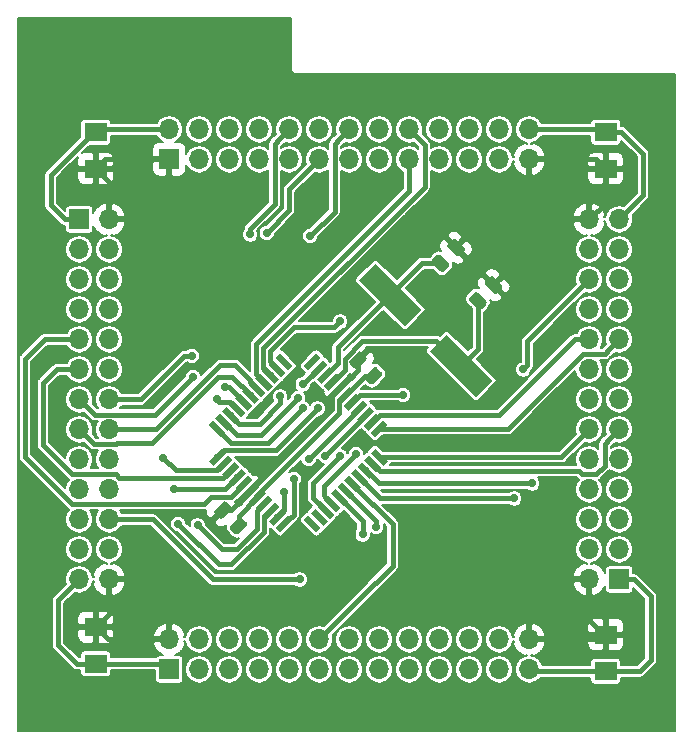
<source format=gbr>
G04 #@! TF.GenerationSoftware,KiCad,Pcbnew,(5.1.2)-2*
G04 #@! TF.CreationDate,2019-10-09T20:23:10+02:00*
G04 #@! TF.ProjectId,PIC18F47K42 MCU Card,50494331-3846-4343-974b-3432204d4355,rev?*
G04 #@! TF.SameCoordinates,Original*
G04 #@! TF.FileFunction,Copper,L1,Top*
G04 #@! TF.FilePolarity,Positive*
%FSLAX46Y46*%
G04 Gerber Fmt 4.6, Leading zero omitted, Abs format (unit mm)*
G04 Created by KiCad (PCBNEW (5.1.2)-2) date 2019-10-09 20:23:10*
%MOMM*%
%LPD*%
G04 APERTURE LIST*
%ADD10C,0.100000*%
%ADD11C,0.975000*%
%ADD12R,1.900000X1.600000*%
%ADD13C,2.000000*%
%ADD14C,0.550000*%
%ADD15O,1.700000X1.700000*%
%ADD16R,1.700000X1.700000*%
%ADD17C,0.700000*%
%ADD18C,0.381000*%
%ADD19C,0.177800*%
G04 APERTURE END LIST*
D10*
G36*
X148792065Y-108637362D02*
G01*
X148815726Y-108640872D01*
X148838930Y-108646684D01*
X148861452Y-108654742D01*
X148883076Y-108664970D01*
X148903593Y-108677267D01*
X148922806Y-108691517D01*
X148940530Y-108707581D01*
X149285245Y-109052296D01*
X149301309Y-109070020D01*
X149315559Y-109089233D01*
X149327856Y-109109750D01*
X149338084Y-109131374D01*
X149346142Y-109153896D01*
X149351954Y-109177100D01*
X149355464Y-109200761D01*
X149356638Y-109224653D01*
X149355464Y-109248545D01*
X149351954Y-109272206D01*
X149346142Y-109295410D01*
X149338084Y-109317932D01*
X149327856Y-109339556D01*
X149315559Y-109360073D01*
X149301309Y-109379286D01*
X149285245Y-109397010D01*
X148640010Y-110042245D01*
X148622286Y-110058309D01*
X148603073Y-110072559D01*
X148582556Y-110084856D01*
X148560932Y-110095084D01*
X148538410Y-110103142D01*
X148515206Y-110108954D01*
X148491545Y-110112464D01*
X148467653Y-110113638D01*
X148443761Y-110112464D01*
X148420100Y-110108954D01*
X148396896Y-110103142D01*
X148374374Y-110095084D01*
X148352750Y-110084856D01*
X148332233Y-110072559D01*
X148313020Y-110058309D01*
X148295296Y-110042245D01*
X147950581Y-109697530D01*
X147934517Y-109679806D01*
X147920267Y-109660593D01*
X147907970Y-109640076D01*
X147897742Y-109618452D01*
X147889684Y-109595930D01*
X147883872Y-109572726D01*
X147880362Y-109549065D01*
X147879188Y-109525173D01*
X147880362Y-109501281D01*
X147883872Y-109477620D01*
X147889684Y-109454416D01*
X147897742Y-109431894D01*
X147907970Y-109410270D01*
X147920267Y-109389753D01*
X147934517Y-109370540D01*
X147950581Y-109352816D01*
X148595816Y-108707581D01*
X148613540Y-108691517D01*
X148632753Y-108677267D01*
X148653270Y-108664970D01*
X148674894Y-108654742D01*
X148697416Y-108646684D01*
X148720620Y-108640872D01*
X148744281Y-108637362D01*
X148768173Y-108636188D01*
X148792065Y-108637362D01*
X148792065Y-108637362D01*
G37*
D11*
X148617913Y-109374913D03*
D10*
G36*
X147466239Y-107311536D02*
G01*
X147489900Y-107315046D01*
X147513104Y-107320858D01*
X147535626Y-107328916D01*
X147557250Y-107339144D01*
X147577767Y-107351441D01*
X147596980Y-107365691D01*
X147614704Y-107381755D01*
X147959419Y-107726470D01*
X147975483Y-107744194D01*
X147989733Y-107763407D01*
X148002030Y-107783924D01*
X148012258Y-107805548D01*
X148020316Y-107828070D01*
X148026128Y-107851274D01*
X148029638Y-107874935D01*
X148030812Y-107898827D01*
X148029638Y-107922719D01*
X148026128Y-107946380D01*
X148020316Y-107969584D01*
X148012258Y-107992106D01*
X148002030Y-108013730D01*
X147989733Y-108034247D01*
X147975483Y-108053460D01*
X147959419Y-108071184D01*
X147314184Y-108716419D01*
X147296460Y-108732483D01*
X147277247Y-108746733D01*
X147256730Y-108759030D01*
X147235106Y-108769258D01*
X147212584Y-108777316D01*
X147189380Y-108783128D01*
X147165719Y-108786638D01*
X147141827Y-108787812D01*
X147117935Y-108786638D01*
X147094274Y-108783128D01*
X147071070Y-108777316D01*
X147048548Y-108769258D01*
X147026924Y-108759030D01*
X147006407Y-108746733D01*
X146987194Y-108732483D01*
X146969470Y-108716419D01*
X146624755Y-108371704D01*
X146608691Y-108353980D01*
X146594441Y-108334767D01*
X146582144Y-108314250D01*
X146571916Y-108292626D01*
X146563858Y-108270104D01*
X146558046Y-108246900D01*
X146554536Y-108223239D01*
X146553362Y-108199347D01*
X146554536Y-108175455D01*
X146558046Y-108151794D01*
X146563858Y-108128590D01*
X146571916Y-108106068D01*
X146582144Y-108084444D01*
X146594441Y-108063927D01*
X146608691Y-108044714D01*
X146624755Y-108026990D01*
X147269990Y-107381755D01*
X147287714Y-107365691D01*
X147306927Y-107351441D01*
X147327444Y-107339144D01*
X147349068Y-107328916D01*
X147371590Y-107320858D01*
X147394794Y-107315046D01*
X147418455Y-107311536D01*
X147442347Y-107310362D01*
X147466239Y-107311536D01*
X147466239Y-107311536D01*
G37*
D11*
X147292087Y-108049087D03*
D10*
G36*
X158896239Y-94611536D02*
G01*
X158919900Y-94615046D01*
X158943104Y-94620858D01*
X158965626Y-94628916D01*
X158987250Y-94639144D01*
X159007767Y-94651441D01*
X159026980Y-94665691D01*
X159044704Y-94681755D01*
X159389419Y-95026470D01*
X159405483Y-95044194D01*
X159419733Y-95063407D01*
X159432030Y-95083924D01*
X159442258Y-95105548D01*
X159450316Y-95128070D01*
X159456128Y-95151274D01*
X159459638Y-95174935D01*
X159460812Y-95198827D01*
X159459638Y-95222719D01*
X159456128Y-95246380D01*
X159450316Y-95269584D01*
X159442258Y-95292106D01*
X159432030Y-95313730D01*
X159419733Y-95334247D01*
X159405483Y-95353460D01*
X159389419Y-95371184D01*
X158744184Y-96016419D01*
X158726460Y-96032483D01*
X158707247Y-96046733D01*
X158686730Y-96059030D01*
X158665106Y-96069258D01*
X158642584Y-96077316D01*
X158619380Y-96083128D01*
X158595719Y-96086638D01*
X158571827Y-96087812D01*
X158547935Y-96086638D01*
X158524274Y-96083128D01*
X158501070Y-96077316D01*
X158478548Y-96069258D01*
X158456924Y-96059030D01*
X158436407Y-96046733D01*
X158417194Y-96032483D01*
X158399470Y-96016419D01*
X158054755Y-95671704D01*
X158038691Y-95653980D01*
X158024441Y-95634767D01*
X158012144Y-95614250D01*
X158001916Y-95592626D01*
X157993858Y-95570104D01*
X157988046Y-95546900D01*
X157984536Y-95523239D01*
X157983362Y-95499347D01*
X157984536Y-95475455D01*
X157988046Y-95451794D01*
X157993858Y-95428590D01*
X158001916Y-95406068D01*
X158012144Y-95384444D01*
X158024441Y-95363927D01*
X158038691Y-95344714D01*
X158054755Y-95326990D01*
X158699990Y-94681755D01*
X158717714Y-94665691D01*
X158736927Y-94651441D01*
X158757444Y-94639144D01*
X158779068Y-94628916D01*
X158801590Y-94620858D01*
X158824794Y-94615046D01*
X158848455Y-94611536D01*
X158872347Y-94610362D01*
X158896239Y-94611536D01*
X158896239Y-94611536D01*
G37*
D11*
X158722087Y-95349087D03*
D10*
G36*
X160222065Y-95937362D02*
G01*
X160245726Y-95940872D01*
X160268930Y-95946684D01*
X160291452Y-95954742D01*
X160313076Y-95964970D01*
X160333593Y-95977267D01*
X160352806Y-95991517D01*
X160370530Y-96007581D01*
X160715245Y-96352296D01*
X160731309Y-96370020D01*
X160745559Y-96389233D01*
X160757856Y-96409750D01*
X160768084Y-96431374D01*
X160776142Y-96453896D01*
X160781954Y-96477100D01*
X160785464Y-96500761D01*
X160786638Y-96524653D01*
X160785464Y-96548545D01*
X160781954Y-96572206D01*
X160776142Y-96595410D01*
X160768084Y-96617932D01*
X160757856Y-96639556D01*
X160745559Y-96660073D01*
X160731309Y-96679286D01*
X160715245Y-96697010D01*
X160070010Y-97342245D01*
X160052286Y-97358309D01*
X160033073Y-97372559D01*
X160012556Y-97384856D01*
X159990932Y-97395084D01*
X159968410Y-97403142D01*
X159945206Y-97408954D01*
X159921545Y-97412464D01*
X159897653Y-97413638D01*
X159873761Y-97412464D01*
X159850100Y-97408954D01*
X159826896Y-97403142D01*
X159804374Y-97395084D01*
X159782750Y-97384856D01*
X159762233Y-97372559D01*
X159743020Y-97358309D01*
X159725296Y-97342245D01*
X159380581Y-96997530D01*
X159364517Y-96979806D01*
X159350267Y-96960593D01*
X159337970Y-96940076D01*
X159327742Y-96918452D01*
X159319684Y-96895930D01*
X159313872Y-96872726D01*
X159310362Y-96849065D01*
X159309188Y-96825173D01*
X159310362Y-96801281D01*
X159313872Y-96777620D01*
X159319684Y-96754416D01*
X159327742Y-96731894D01*
X159337970Y-96710270D01*
X159350267Y-96689753D01*
X159364517Y-96670540D01*
X159380581Y-96652816D01*
X160025816Y-96007581D01*
X160043540Y-95991517D01*
X160062753Y-95977267D01*
X160083270Y-95964970D01*
X160104894Y-95954742D01*
X160127416Y-95946684D01*
X160150620Y-95940872D01*
X160174281Y-95937362D01*
X160198173Y-95936188D01*
X160222065Y-95937362D01*
X160222065Y-95937362D01*
G37*
D11*
X160047913Y-96674913D03*
D10*
G36*
X165580719Y-86412362D02*
G01*
X165604380Y-86415872D01*
X165627584Y-86421684D01*
X165650106Y-86429742D01*
X165671730Y-86439970D01*
X165692247Y-86452267D01*
X165711460Y-86466517D01*
X165729184Y-86482581D01*
X166374419Y-87127816D01*
X166390483Y-87145540D01*
X166404733Y-87164753D01*
X166417030Y-87185270D01*
X166427258Y-87206894D01*
X166435316Y-87229416D01*
X166441128Y-87252620D01*
X166444638Y-87276281D01*
X166445812Y-87300173D01*
X166444638Y-87324065D01*
X166441128Y-87347726D01*
X166435316Y-87370930D01*
X166427258Y-87393452D01*
X166417030Y-87415076D01*
X166404733Y-87435593D01*
X166390483Y-87454806D01*
X166374419Y-87472530D01*
X166029704Y-87817245D01*
X166011980Y-87833309D01*
X165992767Y-87847559D01*
X165972250Y-87859856D01*
X165950626Y-87870084D01*
X165928104Y-87878142D01*
X165904900Y-87883954D01*
X165881239Y-87887464D01*
X165857347Y-87888638D01*
X165833455Y-87887464D01*
X165809794Y-87883954D01*
X165786590Y-87878142D01*
X165764068Y-87870084D01*
X165742444Y-87859856D01*
X165721927Y-87847559D01*
X165702714Y-87833309D01*
X165684990Y-87817245D01*
X165039755Y-87172010D01*
X165023691Y-87154286D01*
X165009441Y-87135073D01*
X164997144Y-87114556D01*
X164986916Y-87092932D01*
X164978858Y-87070410D01*
X164973046Y-87047206D01*
X164969536Y-87023545D01*
X164968362Y-86999653D01*
X164969536Y-86975761D01*
X164973046Y-86952100D01*
X164978858Y-86928896D01*
X164986916Y-86906374D01*
X164997144Y-86884750D01*
X165009441Y-86864233D01*
X165023691Y-86845020D01*
X165039755Y-86827296D01*
X165384470Y-86482581D01*
X165402194Y-86466517D01*
X165421407Y-86452267D01*
X165441924Y-86439970D01*
X165463548Y-86429742D01*
X165486070Y-86421684D01*
X165509274Y-86415872D01*
X165532935Y-86412362D01*
X165556827Y-86411188D01*
X165580719Y-86412362D01*
X165580719Y-86412362D01*
G37*
D11*
X165707087Y-87149913D03*
D10*
G36*
X166906545Y-85086536D02*
G01*
X166930206Y-85090046D01*
X166953410Y-85095858D01*
X166975932Y-85103916D01*
X166997556Y-85114144D01*
X167018073Y-85126441D01*
X167037286Y-85140691D01*
X167055010Y-85156755D01*
X167700245Y-85801990D01*
X167716309Y-85819714D01*
X167730559Y-85838927D01*
X167742856Y-85859444D01*
X167753084Y-85881068D01*
X167761142Y-85903590D01*
X167766954Y-85926794D01*
X167770464Y-85950455D01*
X167771638Y-85974347D01*
X167770464Y-85998239D01*
X167766954Y-86021900D01*
X167761142Y-86045104D01*
X167753084Y-86067626D01*
X167742856Y-86089250D01*
X167730559Y-86109767D01*
X167716309Y-86128980D01*
X167700245Y-86146704D01*
X167355530Y-86491419D01*
X167337806Y-86507483D01*
X167318593Y-86521733D01*
X167298076Y-86534030D01*
X167276452Y-86544258D01*
X167253930Y-86552316D01*
X167230726Y-86558128D01*
X167207065Y-86561638D01*
X167183173Y-86562812D01*
X167159281Y-86561638D01*
X167135620Y-86558128D01*
X167112416Y-86552316D01*
X167089894Y-86544258D01*
X167068270Y-86534030D01*
X167047753Y-86521733D01*
X167028540Y-86507483D01*
X167010816Y-86491419D01*
X166365581Y-85846184D01*
X166349517Y-85828460D01*
X166335267Y-85809247D01*
X166322970Y-85788730D01*
X166312742Y-85767106D01*
X166304684Y-85744584D01*
X166298872Y-85721380D01*
X166295362Y-85697719D01*
X166294188Y-85673827D01*
X166295362Y-85649935D01*
X166298872Y-85626274D01*
X166304684Y-85603070D01*
X166312742Y-85580548D01*
X166322970Y-85558924D01*
X166335267Y-85538407D01*
X166349517Y-85519194D01*
X166365581Y-85501470D01*
X166710296Y-85156755D01*
X166728020Y-85140691D01*
X166747233Y-85126441D01*
X166767750Y-85114144D01*
X166789374Y-85103916D01*
X166811896Y-85095858D01*
X166835100Y-85090046D01*
X166858761Y-85086536D01*
X166882653Y-85085362D01*
X166906545Y-85086536D01*
X166906545Y-85086536D01*
G37*
D11*
X167032913Y-85824087D03*
D10*
G36*
X170081545Y-88261536D02*
G01*
X170105206Y-88265046D01*
X170128410Y-88270858D01*
X170150932Y-88278916D01*
X170172556Y-88289144D01*
X170193073Y-88301441D01*
X170212286Y-88315691D01*
X170230010Y-88331755D01*
X170875245Y-88976990D01*
X170891309Y-88994714D01*
X170905559Y-89013927D01*
X170917856Y-89034444D01*
X170928084Y-89056068D01*
X170936142Y-89078590D01*
X170941954Y-89101794D01*
X170945464Y-89125455D01*
X170946638Y-89149347D01*
X170945464Y-89173239D01*
X170941954Y-89196900D01*
X170936142Y-89220104D01*
X170928084Y-89242626D01*
X170917856Y-89264250D01*
X170905559Y-89284767D01*
X170891309Y-89303980D01*
X170875245Y-89321704D01*
X170530530Y-89666419D01*
X170512806Y-89682483D01*
X170493593Y-89696733D01*
X170473076Y-89709030D01*
X170451452Y-89719258D01*
X170428930Y-89727316D01*
X170405726Y-89733128D01*
X170382065Y-89736638D01*
X170358173Y-89737812D01*
X170334281Y-89736638D01*
X170310620Y-89733128D01*
X170287416Y-89727316D01*
X170264894Y-89719258D01*
X170243270Y-89709030D01*
X170222753Y-89696733D01*
X170203540Y-89682483D01*
X170185816Y-89666419D01*
X169540581Y-89021184D01*
X169524517Y-89003460D01*
X169510267Y-88984247D01*
X169497970Y-88963730D01*
X169487742Y-88942106D01*
X169479684Y-88919584D01*
X169473872Y-88896380D01*
X169470362Y-88872719D01*
X169469188Y-88848827D01*
X169470362Y-88824935D01*
X169473872Y-88801274D01*
X169479684Y-88778070D01*
X169487742Y-88755548D01*
X169497970Y-88733924D01*
X169510267Y-88713407D01*
X169524517Y-88694194D01*
X169540581Y-88676470D01*
X169885296Y-88331755D01*
X169903020Y-88315691D01*
X169922233Y-88301441D01*
X169942750Y-88289144D01*
X169964374Y-88278916D01*
X169986896Y-88270858D01*
X170010100Y-88265046D01*
X170033761Y-88261536D01*
X170057653Y-88260362D01*
X170081545Y-88261536D01*
X170081545Y-88261536D01*
G37*
D11*
X170207913Y-88999087D03*
D10*
G36*
X168755719Y-89587362D02*
G01*
X168779380Y-89590872D01*
X168802584Y-89596684D01*
X168825106Y-89604742D01*
X168846730Y-89614970D01*
X168867247Y-89627267D01*
X168886460Y-89641517D01*
X168904184Y-89657581D01*
X169549419Y-90302816D01*
X169565483Y-90320540D01*
X169579733Y-90339753D01*
X169592030Y-90360270D01*
X169602258Y-90381894D01*
X169610316Y-90404416D01*
X169616128Y-90427620D01*
X169619638Y-90451281D01*
X169620812Y-90475173D01*
X169619638Y-90499065D01*
X169616128Y-90522726D01*
X169610316Y-90545930D01*
X169602258Y-90568452D01*
X169592030Y-90590076D01*
X169579733Y-90610593D01*
X169565483Y-90629806D01*
X169549419Y-90647530D01*
X169204704Y-90992245D01*
X169186980Y-91008309D01*
X169167767Y-91022559D01*
X169147250Y-91034856D01*
X169125626Y-91045084D01*
X169103104Y-91053142D01*
X169079900Y-91058954D01*
X169056239Y-91062464D01*
X169032347Y-91063638D01*
X169008455Y-91062464D01*
X168984794Y-91058954D01*
X168961590Y-91053142D01*
X168939068Y-91045084D01*
X168917444Y-91034856D01*
X168896927Y-91022559D01*
X168877714Y-91008309D01*
X168859990Y-90992245D01*
X168214755Y-90347010D01*
X168198691Y-90329286D01*
X168184441Y-90310073D01*
X168172144Y-90289556D01*
X168161916Y-90267932D01*
X168153858Y-90245410D01*
X168148046Y-90222206D01*
X168144536Y-90198545D01*
X168143362Y-90174653D01*
X168144536Y-90150761D01*
X168148046Y-90127100D01*
X168153858Y-90103896D01*
X168161916Y-90081374D01*
X168172144Y-90059750D01*
X168184441Y-90039233D01*
X168198691Y-90020020D01*
X168214755Y-90002296D01*
X168559470Y-89657581D01*
X168577194Y-89641517D01*
X168596407Y-89627267D01*
X168616924Y-89614970D01*
X168638548Y-89604742D01*
X168661070Y-89596684D01*
X168684274Y-89590872D01*
X168707935Y-89587362D01*
X168731827Y-89586188D01*
X168755719Y-89587362D01*
X168755719Y-89587362D01*
G37*
D11*
X168882087Y-90324913D03*
D12*
X136525000Y-76047000D03*
X136525000Y-79147000D03*
X136525000Y-117957000D03*
X136525000Y-121057000D03*
X179705000Y-121692000D03*
X179705000Y-118592000D03*
X179705000Y-79147000D03*
X179705000Y-76047000D03*
D13*
X161459796Y-89831796D03*
D10*
G36*
X158808146Y-88594359D02*
G01*
X160222359Y-87180146D01*
X164111446Y-91069233D01*
X162697233Y-92483446D01*
X158808146Y-88594359D01*
X158808146Y-88594359D01*
G37*
D13*
X167470204Y-95842204D03*
D10*
G36*
X164818554Y-94604767D02*
G01*
X166232767Y-93190554D01*
X170121854Y-97079641D01*
X168707641Y-98493854D01*
X164818554Y-94604767D01*
X164818554Y-94604767D01*
G37*
D14*
X146811064Y-103564082D03*
D10*
G36*
X146475188Y-104288866D02*
G01*
X146086280Y-103899958D01*
X147146940Y-102839298D01*
X147535848Y-103228206D01*
X146475188Y-104288866D01*
X146475188Y-104288866D01*
G37*
D14*
X147376750Y-104129767D03*
D10*
G36*
X147040874Y-104854551D02*
G01*
X146651966Y-104465643D01*
X147712626Y-103404983D01*
X148101534Y-103793891D01*
X147040874Y-104854551D01*
X147040874Y-104854551D01*
G37*
D14*
X147942435Y-104695452D03*
D10*
G36*
X147606559Y-105420236D02*
G01*
X147217651Y-105031328D01*
X148278311Y-103970668D01*
X148667219Y-104359576D01*
X147606559Y-105420236D01*
X147606559Y-105420236D01*
G37*
D14*
X148508120Y-105261138D03*
D10*
G36*
X148172244Y-105985922D02*
G01*
X147783336Y-105597014D01*
X148843996Y-104536354D01*
X149232904Y-104925262D01*
X148172244Y-105985922D01*
X148172244Y-105985922D01*
G37*
D14*
X149073806Y-105826823D03*
D10*
G36*
X148737930Y-106551607D02*
G01*
X148349022Y-106162699D01*
X149409682Y-105102039D01*
X149798590Y-105490947D01*
X148737930Y-106551607D01*
X148737930Y-106551607D01*
G37*
D14*
X149639491Y-106392509D03*
D10*
G36*
X149303615Y-107117293D02*
G01*
X148914707Y-106728385D01*
X149975367Y-105667725D01*
X150364275Y-106056633D01*
X149303615Y-107117293D01*
X149303615Y-107117293D01*
G37*
D14*
X150205177Y-106958194D03*
D10*
G36*
X149869301Y-107682978D02*
G01*
X149480393Y-107294070D01*
X150541053Y-106233410D01*
X150929961Y-106622318D01*
X149869301Y-107682978D01*
X149869301Y-107682978D01*
G37*
D14*
X150770862Y-107523880D03*
D10*
G36*
X150434986Y-108248664D02*
G01*
X150046078Y-107859756D01*
X151106738Y-106799096D01*
X151495646Y-107188004D01*
X150434986Y-108248664D01*
X150434986Y-108248664D01*
G37*
D14*
X151336548Y-108089565D03*
D10*
G36*
X151000672Y-108814349D02*
G01*
X150611764Y-108425441D01*
X151672424Y-107364781D01*
X152061332Y-107753689D01*
X151000672Y-108814349D01*
X151000672Y-108814349D01*
G37*
D14*
X151902233Y-108655250D03*
D10*
G36*
X151566357Y-109380034D02*
G01*
X151177449Y-108991126D01*
X152238109Y-107930466D01*
X152627017Y-108319374D01*
X151566357Y-109380034D01*
X151566357Y-109380034D01*
G37*
D14*
X152467918Y-109220936D03*
D10*
G36*
X152132042Y-109945720D02*
G01*
X151743134Y-109556812D01*
X152803794Y-108496152D01*
X153192702Y-108885060D01*
X152132042Y-109945720D01*
X152132042Y-109945720D01*
G37*
D14*
X154872082Y-109220936D03*
D10*
G36*
X155596866Y-109556812D02*
G01*
X155207958Y-109945720D01*
X154147298Y-108885060D01*
X154536206Y-108496152D01*
X155596866Y-109556812D01*
X155596866Y-109556812D01*
G37*
D14*
X155437767Y-108655250D03*
D10*
G36*
X156162551Y-108991126D02*
G01*
X155773643Y-109380034D01*
X154712983Y-108319374D01*
X155101891Y-107930466D01*
X156162551Y-108991126D01*
X156162551Y-108991126D01*
G37*
D14*
X156003452Y-108089565D03*
D10*
G36*
X156728236Y-108425441D02*
G01*
X156339328Y-108814349D01*
X155278668Y-107753689D01*
X155667576Y-107364781D01*
X156728236Y-108425441D01*
X156728236Y-108425441D01*
G37*
D14*
X156569138Y-107523880D03*
D10*
G36*
X157293922Y-107859756D02*
G01*
X156905014Y-108248664D01*
X155844354Y-107188004D01*
X156233262Y-106799096D01*
X157293922Y-107859756D01*
X157293922Y-107859756D01*
G37*
D14*
X157134823Y-106958194D03*
D10*
G36*
X157859607Y-107294070D02*
G01*
X157470699Y-107682978D01*
X156410039Y-106622318D01*
X156798947Y-106233410D01*
X157859607Y-107294070D01*
X157859607Y-107294070D01*
G37*
D14*
X157700509Y-106392509D03*
D10*
G36*
X158425293Y-106728385D02*
G01*
X158036385Y-107117293D01*
X156975725Y-106056633D01*
X157364633Y-105667725D01*
X158425293Y-106728385D01*
X158425293Y-106728385D01*
G37*
D14*
X158266194Y-105826823D03*
D10*
G36*
X158990978Y-106162699D02*
G01*
X158602070Y-106551607D01*
X157541410Y-105490947D01*
X157930318Y-105102039D01*
X158990978Y-106162699D01*
X158990978Y-106162699D01*
G37*
D14*
X158831880Y-105261138D03*
D10*
G36*
X159556664Y-105597014D02*
G01*
X159167756Y-105985922D01*
X158107096Y-104925262D01*
X158496004Y-104536354D01*
X159556664Y-105597014D01*
X159556664Y-105597014D01*
G37*
D14*
X159397565Y-104695452D03*
D10*
G36*
X160122349Y-105031328D02*
G01*
X159733441Y-105420236D01*
X158672781Y-104359576D01*
X159061689Y-103970668D01*
X160122349Y-105031328D01*
X160122349Y-105031328D01*
G37*
D14*
X159963250Y-104129767D03*
D10*
G36*
X160688034Y-104465643D02*
G01*
X160299126Y-104854551D01*
X159238466Y-103793891D01*
X159627374Y-103404983D01*
X160688034Y-104465643D01*
X160688034Y-104465643D01*
G37*
D14*
X160528936Y-103564082D03*
D10*
G36*
X161253720Y-103899958D02*
G01*
X160864812Y-104288866D01*
X159804152Y-103228206D01*
X160193060Y-102839298D01*
X161253720Y-103899958D01*
X161253720Y-103899958D01*
G37*
D14*
X160528936Y-101159918D03*
D10*
G36*
X160193060Y-101884702D02*
G01*
X159804152Y-101495794D01*
X160864812Y-100435134D01*
X161253720Y-100824042D01*
X160193060Y-101884702D01*
X160193060Y-101884702D01*
G37*
D14*
X159963250Y-100594233D03*
D10*
G36*
X159627374Y-101319017D02*
G01*
X159238466Y-100930109D01*
X160299126Y-99869449D01*
X160688034Y-100258357D01*
X159627374Y-101319017D01*
X159627374Y-101319017D01*
G37*
D14*
X159397565Y-100028548D03*
D10*
G36*
X159061689Y-100753332D02*
G01*
X158672781Y-100364424D01*
X159733441Y-99303764D01*
X160122349Y-99692672D01*
X159061689Y-100753332D01*
X159061689Y-100753332D01*
G37*
D14*
X158831880Y-99462862D03*
D10*
G36*
X158496004Y-100187646D02*
G01*
X158107096Y-99798738D01*
X159167756Y-98738078D01*
X159556664Y-99126986D01*
X158496004Y-100187646D01*
X158496004Y-100187646D01*
G37*
D14*
X158266194Y-98897177D03*
D10*
G36*
X157930318Y-99621961D02*
G01*
X157541410Y-99233053D01*
X158602070Y-98172393D01*
X158990978Y-98561301D01*
X157930318Y-99621961D01*
X157930318Y-99621961D01*
G37*
D14*
X157700509Y-98331491D03*
D10*
G36*
X157364633Y-99056275D02*
G01*
X156975725Y-98667367D01*
X158036385Y-97606707D01*
X158425293Y-97995615D01*
X157364633Y-99056275D01*
X157364633Y-99056275D01*
G37*
D14*
X157134823Y-97765806D03*
D10*
G36*
X156798947Y-98490590D02*
G01*
X156410039Y-98101682D01*
X157470699Y-97041022D01*
X157859607Y-97429930D01*
X156798947Y-98490590D01*
X156798947Y-98490590D01*
G37*
D14*
X156569138Y-97200120D03*
D10*
G36*
X156233262Y-97924904D02*
G01*
X155844354Y-97535996D01*
X156905014Y-96475336D01*
X157293922Y-96864244D01*
X156233262Y-97924904D01*
X156233262Y-97924904D01*
G37*
D14*
X156003452Y-96634435D03*
D10*
G36*
X155667576Y-97359219D02*
G01*
X155278668Y-96970311D01*
X156339328Y-95909651D01*
X156728236Y-96298559D01*
X155667576Y-97359219D01*
X155667576Y-97359219D01*
G37*
D14*
X155437767Y-96068750D03*
D10*
G36*
X155101891Y-96793534D02*
G01*
X154712983Y-96404626D01*
X155773643Y-95343966D01*
X156162551Y-95732874D01*
X155101891Y-96793534D01*
X155101891Y-96793534D01*
G37*
D14*
X154872082Y-95503064D03*
D10*
G36*
X154536206Y-96227848D02*
G01*
X154147298Y-95838940D01*
X155207958Y-94778280D01*
X155596866Y-95167188D01*
X154536206Y-96227848D01*
X154536206Y-96227848D01*
G37*
D14*
X152467918Y-95503064D03*
D10*
G36*
X153192702Y-95838940D02*
G01*
X152803794Y-96227848D01*
X151743134Y-95167188D01*
X152132042Y-94778280D01*
X153192702Y-95838940D01*
X153192702Y-95838940D01*
G37*
D14*
X151902233Y-96068750D03*
D10*
G36*
X152627017Y-96404626D02*
G01*
X152238109Y-96793534D01*
X151177449Y-95732874D01*
X151566357Y-95343966D01*
X152627017Y-96404626D01*
X152627017Y-96404626D01*
G37*
D14*
X151336548Y-96634435D03*
D10*
G36*
X152061332Y-96970311D02*
G01*
X151672424Y-97359219D01*
X150611764Y-96298559D01*
X151000672Y-95909651D01*
X152061332Y-96970311D01*
X152061332Y-96970311D01*
G37*
D14*
X150770862Y-97200120D03*
D10*
G36*
X151495646Y-97535996D02*
G01*
X151106738Y-97924904D01*
X150046078Y-96864244D01*
X150434986Y-96475336D01*
X151495646Y-97535996D01*
X151495646Y-97535996D01*
G37*
D14*
X150205177Y-97765806D03*
D10*
G36*
X150929961Y-98101682D02*
G01*
X150541053Y-98490590D01*
X149480393Y-97429930D01*
X149869301Y-97041022D01*
X150929961Y-98101682D01*
X150929961Y-98101682D01*
G37*
D14*
X149639491Y-98331491D03*
D10*
G36*
X150364275Y-98667367D02*
G01*
X149975367Y-99056275D01*
X148914707Y-97995615D01*
X149303615Y-97606707D01*
X150364275Y-98667367D01*
X150364275Y-98667367D01*
G37*
D14*
X149073806Y-98897177D03*
D10*
G36*
X149798590Y-99233053D02*
G01*
X149409682Y-99621961D01*
X148349022Y-98561301D01*
X148737930Y-98172393D01*
X149798590Y-99233053D01*
X149798590Y-99233053D01*
G37*
D14*
X148508120Y-99462862D03*
D10*
G36*
X149232904Y-99798738D02*
G01*
X148843996Y-100187646D01*
X147783336Y-99126986D01*
X148172244Y-98738078D01*
X149232904Y-99798738D01*
X149232904Y-99798738D01*
G37*
D14*
X147942435Y-100028548D03*
D10*
G36*
X148667219Y-100364424D02*
G01*
X148278311Y-100753332D01*
X147217651Y-99692672D01*
X147606559Y-99303764D01*
X148667219Y-100364424D01*
X148667219Y-100364424D01*
G37*
D14*
X147376750Y-100594233D03*
D10*
G36*
X148101534Y-100930109D02*
G01*
X147712626Y-101319017D01*
X146651966Y-100258357D01*
X147040874Y-99869449D01*
X148101534Y-100930109D01*
X148101534Y-100930109D01*
G37*
D14*
X146811064Y-101159918D03*
D10*
G36*
X147535848Y-101495794D02*
G01*
X147146940Y-101884702D01*
X146086280Y-100824042D01*
X146475188Y-100435134D01*
X147535848Y-101495794D01*
X147535848Y-101495794D01*
G37*
D15*
X135128000Y-106299000D03*
X137668000Y-108839000D03*
X137668000Y-83439000D03*
X135128000Y-93599000D03*
X137668000Y-106299000D03*
X135128000Y-91059000D03*
X137668000Y-103759000D03*
X137668000Y-111379000D03*
X137668000Y-88519000D03*
X135128000Y-96139000D03*
X135128000Y-103759000D03*
X135128000Y-108839000D03*
X137668000Y-93599000D03*
X135128000Y-85979000D03*
D16*
X135128000Y-83439000D03*
D15*
X137668000Y-98679000D03*
X137668000Y-113919000D03*
X135128000Y-111379000D03*
X137668000Y-85979000D03*
X135128000Y-113919000D03*
X135128000Y-101219000D03*
X135128000Y-98679000D03*
X137668000Y-91059000D03*
X135128000Y-88519000D03*
X137668000Y-101219000D03*
X137668000Y-96139000D03*
X165608000Y-121539000D03*
X168148000Y-118999000D03*
X142748000Y-118999000D03*
X152908000Y-121539000D03*
X165608000Y-118999000D03*
X150368000Y-121539000D03*
X163068000Y-118999000D03*
X170688000Y-118999000D03*
X147828000Y-118999000D03*
X155448000Y-121539000D03*
X163068000Y-121539000D03*
X168148000Y-121539000D03*
X152908000Y-118999000D03*
X145288000Y-121539000D03*
D16*
X142748000Y-121539000D03*
D15*
X157988000Y-118999000D03*
X173228000Y-118999000D03*
X170688000Y-121539000D03*
X145288000Y-118999000D03*
X173228000Y-121539000D03*
X160528000Y-121539000D03*
X157988000Y-121539000D03*
X150368000Y-118999000D03*
X147828000Y-121539000D03*
X160528000Y-118999000D03*
X155448000Y-118999000D03*
X178308000Y-101219000D03*
X178308000Y-96139000D03*
X180848000Y-108839000D03*
X178308000Y-106299000D03*
X180848000Y-98679000D03*
X180848000Y-96139000D03*
X180848000Y-83439000D03*
X178308000Y-111379000D03*
X180848000Y-85979000D03*
X178308000Y-83439000D03*
X178308000Y-98679000D03*
D16*
X180848000Y-113919000D03*
D15*
X180848000Y-111379000D03*
X178308000Y-103759000D03*
X180848000Y-88519000D03*
X180848000Y-93599000D03*
X180848000Y-101219000D03*
X178308000Y-108839000D03*
X178308000Y-85979000D03*
X178308000Y-93599000D03*
X180848000Y-106299000D03*
X178308000Y-91059000D03*
X180848000Y-103759000D03*
X178308000Y-113919000D03*
X178308000Y-88519000D03*
X180848000Y-91059000D03*
X155448000Y-75819000D03*
X160528000Y-75819000D03*
X147828000Y-78359000D03*
X150368000Y-75819000D03*
X157988000Y-78359000D03*
X160528000Y-78359000D03*
X173228000Y-78359000D03*
X145288000Y-75819000D03*
X170688000Y-78359000D03*
X173228000Y-75819000D03*
X157988000Y-75819000D03*
D16*
X142748000Y-78359000D03*
D15*
X145288000Y-78359000D03*
X152908000Y-75819000D03*
X168148000Y-78359000D03*
X163068000Y-78359000D03*
X155448000Y-78359000D03*
X147828000Y-75819000D03*
X170688000Y-75819000D03*
X163068000Y-75819000D03*
X150368000Y-78359000D03*
X165608000Y-75819000D03*
X152908000Y-78359000D03*
X142748000Y-75819000D03*
X168148000Y-75819000D03*
X165608000Y-78359000D03*
D17*
X148617913Y-109374913D03*
X162558137Y-98296137D03*
X153797000Y-113919000D03*
X143129000Y-106299000D03*
X147447000Y-97663000D03*
X144653000Y-94996000D03*
X146812000Y-98679000D03*
X144780000Y-96774000D03*
X142240000Y-103632000D03*
X155956000Y-103470113D03*
X154559000Y-103735742D03*
X154051000Y-97409000D03*
X154051000Y-99441000D03*
X172720000Y-96139000D03*
X157226000Y-92075000D03*
X155321000Y-99441000D03*
X173482000Y-105791000D03*
X171958000Y-107061000D03*
X153670000Y-98552000D03*
X157226000Y-103505000D03*
X151003000Y-84582000D03*
X160274000Y-109474000D03*
X154686000Y-84836000D03*
X158559500Y-103314500D03*
X159131000Y-110109000D03*
X153289000Y-105410000D03*
X149606000Y-84709000D03*
X152146000Y-98425000D03*
X152503273Y-106529273D03*
X145161000Y-109347000D03*
X143510000Y-109220000D03*
D18*
X159357087Y-96674913D02*
X160047913Y-96674913D01*
X157700509Y-98331491D02*
X159357087Y-96674913D01*
X179477000Y-75819000D02*
X179705000Y-76047000D01*
X173228000Y-75819000D02*
X179477000Y-75819000D01*
X136753000Y-75819000D02*
X136525000Y-76047000D01*
X142748000Y-75819000D02*
X136753000Y-75819000D01*
X142266000Y-121057000D02*
X142748000Y-121539000D01*
X136525000Y-121057000D02*
X142266000Y-121057000D01*
X173381000Y-121692000D02*
X173228000Y-121539000D01*
X179705000Y-121692000D02*
X173381000Y-121692000D01*
X182079000Y-113919000D02*
X183515000Y-115355000D01*
X180848000Y-113919000D02*
X182079000Y-113919000D01*
X183515000Y-115355000D02*
X183515000Y-120777000D01*
X182600000Y-121692000D02*
X179705000Y-121692000D01*
X183515000Y-120777000D02*
X182600000Y-121692000D01*
X135128000Y-113919000D02*
X133350000Y-115697000D01*
X133350000Y-115697000D02*
X133350000Y-119507000D01*
X134900000Y-121057000D02*
X136525000Y-121057000D01*
X133350000Y-119507000D02*
X134900000Y-121057000D01*
X133897000Y-83439000D02*
X132715000Y-82257000D01*
X135128000Y-83439000D02*
X133897000Y-83439000D01*
X136375000Y-76047000D02*
X136525000Y-76047000D01*
X132715000Y-79707000D02*
X136375000Y-76047000D01*
X132715000Y-82257000D02*
X132715000Y-79707000D01*
X181036000Y-76047000D02*
X182880000Y-77891000D01*
X179705000Y-76047000D02*
X181036000Y-76047000D01*
X182880000Y-81407000D02*
X180848000Y-83439000D01*
X182880000Y-77891000D02*
X182880000Y-81407000D01*
X148617913Y-108545458D02*
X148617913Y-109374913D01*
X150205177Y-106958194D02*
X148617913Y-108545458D01*
X150205177Y-106767997D02*
X150205177Y-106958194D01*
X157114793Y-99858381D02*
X150205177Y-106767997D01*
X157114793Y-98790207D02*
X157114793Y-99858381D01*
X157700509Y-98331491D02*
X157573509Y-98331491D01*
X157573509Y-98331491D02*
X157114793Y-98790207D01*
X148617913Y-109374913D02*
X148617913Y-109374913D01*
X158722087Y-96178542D02*
X158722087Y-95349087D01*
X157134823Y-97765806D02*
X158722087Y-96178542D01*
X167032913Y-85824087D02*
X170207913Y-88999087D01*
X179705000Y-82042000D02*
X178308000Y-83439000D01*
X179705000Y-79147000D02*
X179705000Y-82042000D01*
X137668000Y-80290000D02*
X136525000Y-79147000D01*
X137668000Y-83439000D02*
X137668000Y-80290000D01*
X137668000Y-116814000D02*
X136525000Y-117957000D01*
X137668000Y-113919000D02*
X137668000Y-116814000D01*
X179298000Y-118999000D02*
X179705000Y-118592000D01*
X173228000Y-118999000D02*
X179298000Y-118999000D01*
X179555000Y-118592000D02*
X179705000Y-118592000D01*
X178308000Y-117345000D02*
X179555000Y-118592000D01*
X178308000Y-113919000D02*
X178308000Y-117345000D01*
X137567000Y-118999000D02*
X136525000Y-117957000D01*
X142748000Y-118999000D02*
X137567000Y-118999000D01*
X137313000Y-78359000D02*
X136525000Y-79147000D01*
X142748000Y-78359000D02*
X137313000Y-78359000D01*
X178917000Y-78359000D02*
X179705000Y-79147000D01*
X173228000Y-78359000D02*
X178917000Y-78359000D01*
X147982913Y-108049087D02*
X147292087Y-108049087D01*
X149639491Y-106392509D02*
X147982913Y-108049087D01*
X150240531Y-105791469D02*
X149639491Y-106392509D01*
X156533783Y-99498217D02*
X150240531Y-105791469D01*
X156533783Y-98366846D02*
X156533783Y-99498217D01*
X157134823Y-97765806D02*
X156533783Y-98366846D01*
X164141679Y-87149913D02*
X161459796Y-89831796D01*
X165707087Y-87149913D02*
X164141679Y-87149913D01*
X156604492Y-96033395D02*
X156003452Y-96634435D01*
X160681980Y-90609612D02*
X161459796Y-89831796D01*
X157011842Y-94279750D02*
X160681980Y-90609612D01*
X157011842Y-95626045D02*
X157011842Y-94279750D01*
X156003452Y-96634435D02*
X157011842Y-95626045D01*
X168882087Y-94430321D02*
X167470204Y-95842204D01*
X168882087Y-90324913D02*
X168882087Y-94430321D01*
X157592852Y-95236626D02*
X159103478Y-93726000D01*
X156569138Y-97200120D02*
X157592852Y-96176406D01*
X157592852Y-96176406D02*
X157592852Y-95236626D01*
X165354000Y-93726000D02*
X167470204Y-95842204D01*
X159103478Y-93726000D02*
X165354000Y-93726000D01*
X158867234Y-98296137D02*
X162558137Y-98296137D01*
X158266194Y-98897177D02*
X158867234Y-98296137D01*
X162558137Y-98296137D02*
X162558137Y-98296137D01*
X153797000Y-113919000D02*
X146431000Y-113919000D01*
X141351000Y-108839000D02*
X137668000Y-108839000D01*
X146431000Y-113919000D02*
X141351000Y-108839000D01*
X132207000Y-93599000D02*
X135128000Y-93599000D01*
X147980777Y-106919852D02*
X146318148Y-106919852D01*
X149073806Y-105826823D02*
X147980777Y-106919852D01*
X130556000Y-95250000D02*
X132207000Y-93599000D01*
X146318148Y-106919852D02*
X145698499Y-107539501D01*
X145698499Y-107539501D02*
X134532559Y-107539501D01*
X134532559Y-107539501D02*
X130556000Y-103562942D01*
X130556000Y-103562942D02*
X130556000Y-95250000D01*
X133223000Y-96139000D02*
X135128000Y-96139000D01*
X147341395Y-105296492D02*
X138501434Y-105296492D01*
X147942435Y-104695452D02*
X147341395Y-105296492D01*
X138204443Y-104999501D02*
X134532559Y-104999501D01*
X132080000Y-97282000D02*
X133223000Y-96139000D01*
X134532559Y-104999501D02*
X132080000Y-102546942D01*
X138501434Y-105296492D02*
X138204443Y-104999501D01*
X132080000Y-102546942D02*
X132080000Y-97282000D01*
X148508120Y-105261138D02*
X148508120Y-105237880D01*
X148508120Y-105261138D02*
X147470258Y-106299000D01*
X147470258Y-106299000D02*
X143129000Y-106299000D01*
X137668000Y-98679000D02*
X140335000Y-98679000D01*
X144018000Y-94996000D02*
X140335000Y-98679000D01*
X144653000Y-94996000D02*
X144018000Y-94996000D01*
X147839629Y-97663000D02*
X147447000Y-97663000D01*
X149073806Y-98897177D02*
X147839629Y-97663000D01*
X135977999Y-102068999D02*
X135128000Y-101219000D01*
X136368501Y-102459501D02*
X135977999Y-102068999D01*
X148082000Y-96774000D02*
X146871672Y-96774000D01*
X149639491Y-98331491D02*
X148082000Y-96774000D01*
X146871672Y-96774000D02*
X141283672Y-102362000D01*
X141283672Y-102362000D02*
X138360942Y-102362000D01*
X138360942Y-102362000D02*
X138263441Y-102459501D01*
X138263441Y-102459501D02*
X136368501Y-102459501D01*
X147907080Y-98861822D02*
X146994822Y-98861822D01*
X148508120Y-99462862D02*
X147907080Y-98861822D01*
X146994822Y-98861822D02*
X146812000Y-98679000D01*
X146812000Y-98679000D02*
X146812000Y-98679000D01*
X136427499Y-99978499D02*
X135128000Y-98679000D01*
X144780000Y-96774000D02*
X141575501Y-99978499D01*
X141575501Y-99978499D02*
X136427499Y-99978499D01*
X141605000Y-101219000D02*
X137668000Y-101219000D01*
X147066000Y-95758000D02*
X141605000Y-101219000D01*
X148336000Y-95758000D02*
X147066000Y-95758000D01*
X149604137Y-97026137D02*
X148336000Y-95758000D01*
X150205177Y-97765806D02*
X149604137Y-97164766D01*
X149604137Y-97164766D02*
X149604137Y-97026137D01*
X146827141Y-104679376D02*
X143287376Y-104679376D01*
X147376750Y-104129767D02*
X146827141Y-104679376D01*
X143287376Y-104679376D02*
X142240000Y-103632000D01*
X142240000Y-103632000D02*
X142240000Y-103632000D01*
X158266194Y-105826823D02*
X161671000Y-109231629D01*
X158750000Y-115697000D02*
X155448000Y-118999000D01*
X161671000Y-112776000D02*
X158750000Y-115697000D01*
X161671000Y-109231629D02*
X161671000Y-112776000D01*
X159397565Y-100028548D02*
X155956000Y-103470113D01*
X155956000Y-103470113D02*
X155956000Y-103470113D01*
X158831880Y-99462862D02*
X154559000Y-103735742D01*
X154559000Y-103735742D02*
X154559000Y-103735742D01*
X154836727Y-96669790D02*
X154790210Y-96669790D01*
X155437767Y-96068750D02*
X154836727Y-96669790D01*
X154790210Y-96669790D02*
X154051000Y-97409000D01*
X154051000Y-97409000D02*
X154051000Y-97409000D01*
X148013146Y-102362000D02*
X151130000Y-102362000D01*
X146811064Y-101159918D02*
X148013146Y-102362000D01*
X151130000Y-102362000D02*
X154051000Y-99441000D01*
X154051000Y-99441000D02*
X154051000Y-99441000D01*
X177458001Y-89368999D02*
X178308000Y-88519000D01*
X173069999Y-93757001D02*
X177458001Y-89368999D01*
X173069999Y-95789001D02*
X173069999Y-93757001D01*
X172720000Y-96139000D02*
X173069999Y-95789001D01*
X151301193Y-95467710D02*
X151301193Y-94570807D01*
X151902233Y-96068750D02*
X151301193Y-95467710D01*
X153289000Y-92583000D02*
X156718000Y-92583000D01*
X151301193Y-94570807D02*
X153289000Y-92583000D01*
X156718000Y-92583000D02*
X157162500Y-92138500D01*
X157162500Y-92138500D02*
X157226000Y-92075000D01*
X157226000Y-92075000D02*
X157226000Y-92075000D01*
X177105919Y-93599000D02*
X178308000Y-93599000D01*
X170711726Y-99993193D02*
X177105919Y-93599000D01*
X160564290Y-99993193D02*
X170711726Y-99993193D01*
X159963250Y-100594233D02*
X160564290Y-99993193D01*
X179998001Y-102068999D02*
X180848000Y-101219000D01*
X179607499Y-102459501D02*
X179998001Y-102068999D01*
X178903441Y-104999501D02*
X179607499Y-104295443D01*
X177712559Y-104999501D02*
X178903441Y-104999501D01*
X177443865Y-104730807D02*
X177712559Y-104999501D01*
X179607499Y-104295443D02*
X179607499Y-102459501D01*
X160564290Y-104730807D02*
X177443865Y-104730807D01*
X159963250Y-104129767D02*
X160564290Y-104730807D01*
X179998001Y-94448999D02*
X180848000Y-93599000D01*
X179607499Y-94839501D02*
X179998001Y-94448999D01*
X177771557Y-94839501D02*
X179607499Y-94839501D01*
X171451140Y-101159918D02*
X177771557Y-94839501D01*
X160528936Y-101159918D02*
X171451140Y-101159918D01*
X147412104Y-102963042D02*
X147480958Y-102963042D01*
X146811064Y-103564082D02*
X147412104Y-102963042D01*
X147480958Y-102963042D02*
X147514916Y-102997000D01*
X147514916Y-102997000D02*
X151638000Y-102997000D01*
X151638000Y-102997000D02*
X151765000Y-102997000D01*
X151765000Y-102997000D02*
X155321000Y-99441000D01*
X155321000Y-99441000D02*
X155321000Y-99441000D01*
X159397565Y-104695452D02*
X160493113Y-105791000D01*
X160493113Y-105791000D02*
X173482000Y-105791000D01*
X173482000Y-105791000D02*
X173482000Y-105791000D01*
X158831880Y-105261138D02*
X160631742Y-107061000D01*
X160631742Y-107061000D02*
X171958000Y-107061000D01*
X171958000Y-107061000D02*
X171958000Y-107061000D01*
X175962918Y-103564082D02*
X178308000Y-101219000D01*
X160528936Y-103564082D02*
X175962918Y-103564082D01*
X147376750Y-100594233D02*
X148509517Y-101727000D01*
X148509517Y-101727000D02*
X148844000Y-101727000D01*
X148844000Y-101727000D02*
X150495000Y-101727000D01*
X150495000Y-101727000D02*
X153670000Y-98552000D01*
X155402412Y-107488525D02*
X155367525Y-107488525D01*
X156003452Y-108089565D02*
X155402412Y-107488525D01*
X155367525Y-107488525D02*
X154940000Y-107061000D01*
X154940000Y-107061000D02*
X154940000Y-105791000D01*
X154940000Y-105791000D02*
X157226000Y-103505000D01*
X157226000Y-103505000D02*
X157226000Y-103505000D01*
X151003000Y-84582000D02*
X152908000Y-82677000D01*
X152908000Y-80899000D02*
X155448000Y-78359000D01*
X152908000Y-82677000D02*
X152908000Y-80899000D01*
X157700509Y-106392509D02*
X158301549Y-106993549D01*
X158301549Y-106993549D02*
X160274000Y-108966000D01*
X160274000Y-108966000D02*
X160274000Y-109474000D01*
X160274000Y-109474000D02*
X160274000Y-109474000D01*
X157138001Y-76668999D02*
X157988000Y-75819000D01*
X156747499Y-77059501D02*
X157138001Y-76668999D01*
X156747499Y-82774501D02*
X156747499Y-77059501D01*
X154686000Y-84836000D02*
X156747499Y-82774501D01*
X156569138Y-107523880D02*
X155968098Y-106922840D01*
X155944840Y-106922840D02*
X155829000Y-106807000D01*
X155968098Y-106922840D02*
X155944840Y-106922840D01*
X155829000Y-106807000D02*
X155829000Y-106045000D01*
X155829000Y-106045000D02*
X158559500Y-103314500D01*
X158559500Y-103314500D02*
X158623000Y-103251000D01*
X157735863Y-107559234D02*
X157735863Y-107570863D01*
X157134823Y-106958194D02*
X157735863Y-107559234D01*
X157735863Y-107570863D02*
X159131000Y-108966000D01*
X159131000Y-108966000D02*
X159131000Y-110109000D01*
X159131000Y-110109000D02*
X159131000Y-110109000D01*
X163068000Y-81026000D02*
X163068000Y-78359000D01*
X150139175Y-93954825D02*
X163068000Y-81026000D01*
X150770862Y-97200120D02*
X150139175Y-96568433D01*
X150139175Y-96568433D02*
X150139175Y-93954825D01*
X153068958Y-108619896D02*
X153127104Y-108619896D01*
X152467918Y-109220936D02*
X153068958Y-108619896D01*
X153127104Y-108619896D02*
X153289000Y-108458000D01*
X153289000Y-108458000D02*
X153289000Y-105410000D01*
X153289000Y-105410000D02*
X153289000Y-105410000D01*
X152058001Y-76668999D02*
X152908000Y-75819000D01*
X151667499Y-77059501D02*
X152058001Y-76668999D01*
X151667499Y-82152527D02*
X151667499Y-77059501D01*
X149606000Y-84214026D02*
X151667499Y-82152527D01*
X149606000Y-84709000D02*
X149606000Y-84214026D01*
X150402649Y-100744664D02*
X152146000Y-99001313D01*
X147942435Y-100028548D02*
X148658551Y-100744664D01*
X148658551Y-100744664D02*
X150402649Y-100744664D01*
X152146000Y-99001313D02*
X152146000Y-98425000D01*
X152146000Y-98425000D02*
X152146000Y-98425000D01*
X152503273Y-108054210D02*
X152503273Y-106529273D01*
X151902233Y-108655250D02*
X152503273Y-108054210D01*
X152503273Y-106529273D02*
X152503273Y-106529273D01*
X150169822Y-108124920D02*
X150169822Y-109672178D01*
X150770862Y-107523880D02*
X150169822Y-108124920D01*
X150169822Y-109672178D02*
X148463000Y-111379000D01*
X148463000Y-111379000D02*
X147193000Y-111379000D01*
X147193000Y-111379000D02*
X145161000Y-109347000D01*
X145161000Y-109347000D02*
X145161000Y-109347000D01*
X151336548Y-96634435D02*
X150720183Y-96018070D01*
X150720183Y-96018070D02*
X150720184Y-94330144D01*
X163917999Y-76668999D02*
X163068000Y-75819000D01*
X164367499Y-77118499D02*
X163917999Y-76668999D01*
X164367499Y-80682829D02*
X164367499Y-77118499D01*
X150720184Y-94330144D02*
X164367499Y-80682829D01*
X148014672Y-112649000D02*
X146939000Y-112649000D01*
X150750831Y-109912841D02*
X148014672Y-112649000D01*
X150750832Y-108583168D02*
X150750831Y-109912841D01*
X151336548Y-108089565D02*
X151244435Y-108089565D01*
X151244435Y-108089565D02*
X150750832Y-108583168D01*
X146939000Y-112649000D02*
X143510000Y-109220000D01*
X143510000Y-109220000D02*
X143510000Y-109220000D01*
D19*
G36*
X153048101Y-70720917D02*
G01*
X153046320Y-70739000D01*
X153053423Y-70811121D01*
X153074460Y-70880470D01*
X153108622Y-70944383D01*
X153154597Y-71000403D01*
X153210617Y-71046378D01*
X153274530Y-71080540D01*
X153343879Y-71101577D01*
X153397927Y-71106900D01*
X153416000Y-71108680D01*
X153434073Y-71106900D01*
X185560101Y-71106900D01*
X185560100Y-126759100D01*
X129907900Y-126759100D01*
X129907900Y-115697000D01*
X132814021Y-115697000D01*
X132816600Y-115723187D01*
X132816601Y-119480803D01*
X132814021Y-119507000D01*
X132824319Y-119611564D01*
X132854819Y-119712110D01*
X132854820Y-119712111D01*
X132904350Y-119804775D01*
X132913656Y-119816114D01*
X132954307Y-119865648D01*
X132954310Y-119865651D01*
X132971006Y-119885995D01*
X132991350Y-119902691D01*
X134504309Y-121415651D01*
X134521005Y-121435995D01*
X134602225Y-121502651D01*
X134694889Y-121552181D01*
X134795435Y-121582681D01*
X134873805Y-121590400D01*
X134873812Y-121590400D01*
X134899999Y-121592979D01*
X134926186Y-121590400D01*
X135230441Y-121590400D01*
X135230441Y-121857000D01*
X135237062Y-121924220D01*
X135256669Y-121988857D01*
X135288510Y-122048427D01*
X135331360Y-122100640D01*
X135383573Y-122143490D01*
X135443143Y-122175331D01*
X135507780Y-122194938D01*
X135575000Y-122201559D01*
X137475000Y-122201559D01*
X137542220Y-122194938D01*
X137606857Y-122175331D01*
X137666427Y-122143490D01*
X137718640Y-122100640D01*
X137761490Y-122048427D01*
X137793331Y-121988857D01*
X137812938Y-121924220D01*
X137819559Y-121857000D01*
X137819559Y-121590400D01*
X141553441Y-121590400D01*
X141553441Y-122389000D01*
X141560062Y-122456220D01*
X141579669Y-122520857D01*
X141611510Y-122580427D01*
X141654360Y-122632640D01*
X141706573Y-122675490D01*
X141766143Y-122707331D01*
X141830780Y-122726938D01*
X141898000Y-122733559D01*
X143598000Y-122733559D01*
X143665220Y-122726938D01*
X143729857Y-122707331D01*
X143789427Y-122675490D01*
X143841640Y-122632640D01*
X143884490Y-122580427D01*
X143916331Y-122520857D01*
X143935938Y-122456220D01*
X143942559Y-122389000D01*
X143942559Y-121539000D01*
X144089329Y-121539000D01*
X144112361Y-121772849D01*
X144180572Y-121997712D01*
X144291341Y-122204946D01*
X144440412Y-122386588D01*
X144622054Y-122535659D01*
X144829288Y-122646428D01*
X145054151Y-122714639D01*
X145229406Y-122731900D01*
X145346594Y-122731900D01*
X145521849Y-122714639D01*
X145746712Y-122646428D01*
X145953946Y-122535659D01*
X146135588Y-122386588D01*
X146284659Y-122204946D01*
X146395428Y-121997712D01*
X146463639Y-121772849D01*
X146486671Y-121539000D01*
X146629329Y-121539000D01*
X146652361Y-121772849D01*
X146720572Y-121997712D01*
X146831341Y-122204946D01*
X146980412Y-122386588D01*
X147162054Y-122535659D01*
X147369288Y-122646428D01*
X147594151Y-122714639D01*
X147769406Y-122731900D01*
X147886594Y-122731900D01*
X148061849Y-122714639D01*
X148286712Y-122646428D01*
X148493946Y-122535659D01*
X148675588Y-122386588D01*
X148824659Y-122204946D01*
X148935428Y-121997712D01*
X149003639Y-121772849D01*
X149026671Y-121539000D01*
X149169329Y-121539000D01*
X149192361Y-121772849D01*
X149260572Y-121997712D01*
X149371341Y-122204946D01*
X149520412Y-122386588D01*
X149702054Y-122535659D01*
X149909288Y-122646428D01*
X150134151Y-122714639D01*
X150309406Y-122731900D01*
X150426594Y-122731900D01*
X150601849Y-122714639D01*
X150826712Y-122646428D01*
X151033946Y-122535659D01*
X151215588Y-122386588D01*
X151364659Y-122204946D01*
X151475428Y-121997712D01*
X151543639Y-121772849D01*
X151566671Y-121539000D01*
X151709329Y-121539000D01*
X151732361Y-121772849D01*
X151800572Y-121997712D01*
X151911341Y-122204946D01*
X152060412Y-122386588D01*
X152242054Y-122535659D01*
X152449288Y-122646428D01*
X152674151Y-122714639D01*
X152849406Y-122731900D01*
X152966594Y-122731900D01*
X153141849Y-122714639D01*
X153366712Y-122646428D01*
X153573946Y-122535659D01*
X153755588Y-122386588D01*
X153904659Y-122204946D01*
X154015428Y-121997712D01*
X154083639Y-121772849D01*
X154106671Y-121539000D01*
X154249329Y-121539000D01*
X154272361Y-121772849D01*
X154340572Y-121997712D01*
X154451341Y-122204946D01*
X154600412Y-122386588D01*
X154782054Y-122535659D01*
X154989288Y-122646428D01*
X155214151Y-122714639D01*
X155389406Y-122731900D01*
X155506594Y-122731900D01*
X155681849Y-122714639D01*
X155906712Y-122646428D01*
X156113946Y-122535659D01*
X156295588Y-122386588D01*
X156444659Y-122204946D01*
X156555428Y-121997712D01*
X156623639Y-121772849D01*
X156646671Y-121539000D01*
X156789329Y-121539000D01*
X156812361Y-121772849D01*
X156880572Y-121997712D01*
X156991341Y-122204946D01*
X157140412Y-122386588D01*
X157322054Y-122535659D01*
X157529288Y-122646428D01*
X157754151Y-122714639D01*
X157929406Y-122731900D01*
X158046594Y-122731900D01*
X158221849Y-122714639D01*
X158446712Y-122646428D01*
X158653946Y-122535659D01*
X158835588Y-122386588D01*
X158984659Y-122204946D01*
X159095428Y-121997712D01*
X159163639Y-121772849D01*
X159186671Y-121539000D01*
X159329329Y-121539000D01*
X159352361Y-121772849D01*
X159420572Y-121997712D01*
X159531341Y-122204946D01*
X159680412Y-122386588D01*
X159862054Y-122535659D01*
X160069288Y-122646428D01*
X160294151Y-122714639D01*
X160469406Y-122731900D01*
X160586594Y-122731900D01*
X160761849Y-122714639D01*
X160986712Y-122646428D01*
X161193946Y-122535659D01*
X161375588Y-122386588D01*
X161524659Y-122204946D01*
X161635428Y-121997712D01*
X161703639Y-121772849D01*
X161726671Y-121539000D01*
X161869329Y-121539000D01*
X161892361Y-121772849D01*
X161960572Y-121997712D01*
X162071341Y-122204946D01*
X162220412Y-122386588D01*
X162402054Y-122535659D01*
X162609288Y-122646428D01*
X162834151Y-122714639D01*
X163009406Y-122731900D01*
X163126594Y-122731900D01*
X163301849Y-122714639D01*
X163526712Y-122646428D01*
X163733946Y-122535659D01*
X163915588Y-122386588D01*
X164064659Y-122204946D01*
X164175428Y-121997712D01*
X164243639Y-121772849D01*
X164266671Y-121539000D01*
X164409329Y-121539000D01*
X164432361Y-121772849D01*
X164500572Y-121997712D01*
X164611341Y-122204946D01*
X164760412Y-122386588D01*
X164942054Y-122535659D01*
X165149288Y-122646428D01*
X165374151Y-122714639D01*
X165549406Y-122731900D01*
X165666594Y-122731900D01*
X165841849Y-122714639D01*
X166066712Y-122646428D01*
X166273946Y-122535659D01*
X166455588Y-122386588D01*
X166604659Y-122204946D01*
X166715428Y-121997712D01*
X166783639Y-121772849D01*
X166806671Y-121539000D01*
X166949329Y-121539000D01*
X166972361Y-121772849D01*
X167040572Y-121997712D01*
X167151341Y-122204946D01*
X167300412Y-122386588D01*
X167482054Y-122535659D01*
X167689288Y-122646428D01*
X167914151Y-122714639D01*
X168089406Y-122731900D01*
X168206594Y-122731900D01*
X168381849Y-122714639D01*
X168606712Y-122646428D01*
X168813946Y-122535659D01*
X168995588Y-122386588D01*
X169144659Y-122204946D01*
X169255428Y-121997712D01*
X169323639Y-121772849D01*
X169346671Y-121539000D01*
X169489329Y-121539000D01*
X169512361Y-121772849D01*
X169580572Y-121997712D01*
X169691341Y-122204946D01*
X169840412Y-122386588D01*
X170022054Y-122535659D01*
X170229288Y-122646428D01*
X170454151Y-122714639D01*
X170629406Y-122731900D01*
X170746594Y-122731900D01*
X170921849Y-122714639D01*
X171146712Y-122646428D01*
X171353946Y-122535659D01*
X171535588Y-122386588D01*
X171684659Y-122204946D01*
X171795428Y-121997712D01*
X171863639Y-121772849D01*
X171886671Y-121539000D01*
X171863639Y-121305151D01*
X171795428Y-121080288D01*
X171684659Y-120873054D01*
X171535588Y-120691412D01*
X171353946Y-120542341D01*
X171146712Y-120431572D01*
X170921849Y-120363361D01*
X170746594Y-120346100D01*
X170629406Y-120346100D01*
X170454151Y-120363361D01*
X170229288Y-120431572D01*
X170022054Y-120542341D01*
X169840412Y-120691412D01*
X169691341Y-120873054D01*
X169580572Y-121080288D01*
X169512361Y-121305151D01*
X169489329Y-121539000D01*
X169346671Y-121539000D01*
X169323639Y-121305151D01*
X169255428Y-121080288D01*
X169144659Y-120873054D01*
X168995588Y-120691412D01*
X168813946Y-120542341D01*
X168606712Y-120431572D01*
X168381849Y-120363361D01*
X168206594Y-120346100D01*
X168089406Y-120346100D01*
X167914151Y-120363361D01*
X167689288Y-120431572D01*
X167482054Y-120542341D01*
X167300412Y-120691412D01*
X167151341Y-120873054D01*
X167040572Y-121080288D01*
X166972361Y-121305151D01*
X166949329Y-121539000D01*
X166806671Y-121539000D01*
X166783639Y-121305151D01*
X166715428Y-121080288D01*
X166604659Y-120873054D01*
X166455588Y-120691412D01*
X166273946Y-120542341D01*
X166066712Y-120431572D01*
X165841849Y-120363361D01*
X165666594Y-120346100D01*
X165549406Y-120346100D01*
X165374151Y-120363361D01*
X165149288Y-120431572D01*
X164942054Y-120542341D01*
X164760412Y-120691412D01*
X164611341Y-120873054D01*
X164500572Y-121080288D01*
X164432361Y-121305151D01*
X164409329Y-121539000D01*
X164266671Y-121539000D01*
X164243639Y-121305151D01*
X164175428Y-121080288D01*
X164064659Y-120873054D01*
X163915588Y-120691412D01*
X163733946Y-120542341D01*
X163526712Y-120431572D01*
X163301849Y-120363361D01*
X163126594Y-120346100D01*
X163009406Y-120346100D01*
X162834151Y-120363361D01*
X162609288Y-120431572D01*
X162402054Y-120542341D01*
X162220412Y-120691412D01*
X162071341Y-120873054D01*
X161960572Y-121080288D01*
X161892361Y-121305151D01*
X161869329Y-121539000D01*
X161726671Y-121539000D01*
X161703639Y-121305151D01*
X161635428Y-121080288D01*
X161524659Y-120873054D01*
X161375588Y-120691412D01*
X161193946Y-120542341D01*
X160986712Y-120431572D01*
X160761849Y-120363361D01*
X160586594Y-120346100D01*
X160469406Y-120346100D01*
X160294151Y-120363361D01*
X160069288Y-120431572D01*
X159862054Y-120542341D01*
X159680412Y-120691412D01*
X159531341Y-120873054D01*
X159420572Y-121080288D01*
X159352361Y-121305151D01*
X159329329Y-121539000D01*
X159186671Y-121539000D01*
X159163639Y-121305151D01*
X159095428Y-121080288D01*
X158984659Y-120873054D01*
X158835588Y-120691412D01*
X158653946Y-120542341D01*
X158446712Y-120431572D01*
X158221849Y-120363361D01*
X158046594Y-120346100D01*
X157929406Y-120346100D01*
X157754151Y-120363361D01*
X157529288Y-120431572D01*
X157322054Y-120542341D01*
X157140412Y-120691412D01*
X156991341Y-120873054D01*
X156880572Y-121080288D01*
X156812361Y-121305151D01*
X156789329Y-121539000D01*
X156646671Y-121539000D01*
X156623639Y-121305151D01*
X156555428Y-121080288D01*
X156444659Y-120873054D01*
X156295588Y-120691412D01*
X156113946Y-120542341D01*
X155906712Y-120431572D01*
X155681849Y-120363361D01*
X155506594Y-120346100D01*
X155389406Y-120346100D01*
X155214151Y-120363361D01*
X154989288Y-120431572D01*
X154782054Y-120542341D01*
X154600412Y-120691412D01*
X154451341Y-120873054D01*
X154340572Y-121080288D01*
X154272361Y-121305151D01*
X154249329Y-121539000D01*
X154106671Y-121539000D01*
X154083639Y-121305151D01*
X154015428Y-121080288D01*
X153904659Y-120873054D01*
X153755588Y-120691412D01*
X153573946Y-120542341D01*
X153366712Y-120431572D01*
X153141849Y-120363361D01*
X152966594Y-120346100D01*
X152849406Y-120346100D01*
X152674151Y-120363361D01*
X152449288Y-120431572D01*
X152242054Y-120542341D01*
X152060412Y-120691412D01*
X151911341Y-120873054D01*
X151800572Y-121080288D01*
X151732361Y-121305151D01*
X151709329Y-121539000D01*
X151566671Y-121539000D01*
X151543639Y-121305151D01*
X151475428Y-121080288D01*
X151364659Y-120873054D01*
X151215588Y-120691412D01*
X151033946Y-120542341D01*
X150826712Y-120431572D01*
X150601849Y-120363361D01*
X150426594Y-120346100D01*
X150309406Y-120346100D01*
X150134151Y-120363361D01*
X149909288Y-120431572D01*
X149702054Y-120542341D01*
X149520412Y-120691412D01*
X149371341Y-120873054D01*
X149260572Y-121080288D01*
X149192361Y-121305151D01*
X149169329Y-121539000D01*
X149026671Y-121539000D01*
X149003639Y-121305151D01*
X148935428Y-121080288D01*
X148824659Y-120873054D01*
X148675588Y-120691412D01*
X148493946Y-120542341D01*
X148286712Y-120431572D01*
X148061849Y-120363361D01*
X147886594Y-120346100D01*
X147769406Y-120346100D01*
X147594151Y-120363361D01*
X147369288Y-120431572D01*
X147162054Y-120542341D01*
X146980412Y-120691412D01*
X146831341Y-120873054D01*
X146720572Y-121080288D01*
X146652361Y-121305151D01*
X146629329Y-121539000D01*
X146486671Y-121539000D01*
X146463639Y-121305151D01*
X146395428Y-121080288D01*
X146284659Y-120873054D01*
X146135588Y-120691412D01*
X145953946Y-120542341D01*
X145746712Y-120431572D01*
X145521849Y-120363361D01*
X145346594Y-120346100D01*
X145229406Y-120346100D01*
X145054151Y-120363361D01*
X144829288Y-120431572D01*
X144622054Y-120542341D01*
X144440412Y-120691412D01*
X144291341Y-120873054D01*
X144180572Y-121080288D01*
X144112361Y-121305151D01*
X144089329Y-121539000D01*
X143942559Y-121539000D01*
X143942559Y-120689000D01*
X143935938Y-120621780D01*
X143916331Y-120557143D01*
X143884490Y-120497573D01*
X143841640Y-120445360D01*
X143789427Y-120402510D01*
X143729857Y-120370669D01*
X143665220Y-120351062D01*
X143598000Y-120344441D01*
X143265767Y-120344441D01*
X143459347Y-120258969D01*
X143691486Y-120095982D01*
X143887368Y-119890839D01*
X144039465Y-119651423D01*
X144141931Y-119386935D01*
X144036232Y-119164102D01*
X144105590Y-119164102D01*
X144112361Y-119232849D01*
X144180572Y-119457712D01*
X144291341Y-119664946D01*
X144440412Y-119846588D01*
X144622054Y-119995659D01*
X144829288Y-120106428D01*
X145054151Y-120174639D01*
X145229406Y-120191900D01*
X145346594Y-120191900D01*
X145521849Y-120174639D01*
X145746712Y-120106428D01*
X145953946Y-119995659D01*
X146135588Y-119846588D01*
X146284659Y-119664946D01*
X146395428Y-119457712D01*
X146463639Y-119232849D01*
X146486671Y-118999000D01*
X146629329Y-118999000D01*
X146652361Y-119232849D01*
X146720572Y-119457712D01*
X146831341Y-119664946D01*
X146980412Y-119846588D01*
X147162054Y-119995659D01*
X147369288Y-120106428D01*
X147594151Y-120174639D01*
X147769406Y-120191900D01*
X147886594Y-120191900D01*
X148061849Y-120174639D01*
X148286712Y-120106428D01*
X148493946Y-119995659D01*
X148675588Y-119846588D01*
X148824659Y-119664946D01*
X148935428Y-119457712D01*
X149003639Y-119232849D01*
X149026671Y-118999000D01*
X149169329Y-118999000D01*
X149192361Y-119232849D01*
X149260572Y-119457712D01*
X149371341Y-119664946D01*
X149520412Y-119846588D01*
X149702054Y-119995659D01*
X149909288Y-120106428D01*
X150134151Y-120174639D01*
X150309406Y-120191900D01*
X150426594Y-120191900D01*
X150601849Y-120174639D01*
X150826712Y-120106428D01*
X151033946Y-119995659D01*
X151215588Y-119846588D01*
X151364659Y-119664946D01*
X151475428Y-119457712D01*
X151543639Y-119232849D01*
X151566671Y-118999000D01*
X151709329Y-118999000D01*
X151732361Y-119232849D01*
X151800572Y-119457712D01*
X151911341Y-119664946D01*
X152060412Y-119846588D01*
X152242054Y-119995659D01*
X152449288Y-120106428D01*
X152674151Y-120174639D01*
X152849406Y-120191900D01*
X152966594Y-120191900D01*
X153141849Y-120174639D01*
X153366712Y-120106428D01*
X153573946Y-119995659D01*
X153755588Y-119846588D01*
X153904659Y-119664946D01*
X154015428Y-119457712D01*
X154083639Y-119232849D01*
X154106671Y-118999000D01*
X154083639Y-118765151D01*
X154015428Y-118540288D01*
X153904659Y-118333054D01*
X153755588Y-118151412D01*
X153573946Y-118002341D01*
X153366712Y-117891572D01*
X153141849Y-117823361D01*
X152966594Y-117806100D01*
X152849406Y-117806100D01*
X152674151Y-117823361D01*
X152449288Y-117891572D01*
X152242054Y-118002341D01*
X152060412Y-118151412D01*
X151911341Y-118333054D01*
X151800572Y-118540288D01*
X151732361Y-118765151D01*
X151709329Y-118999000D01*
X151566671Y-118999000D01*
X151543639Y-118765151D01*
X151475428Y-118540288D01*
X151364659Y-118333054D01*
X151215588Y-118151412D01*
X151033946Y-118002341D01*
X150826712Y-117891572D01*
X150601849Y-117823361D01*
X150426594Y-117806100D01*
X150309406Y-117806100D01*
X150134151Y-117823361D01*
X149909288Y-117891572D01*
X149702054Y-118002341D01*
X149520412Y-118151412D01*
X149371341Y-118333054D01*
X149260572Y-118540288D01*
X149192361Y-118765151D01*
X149169329Y-118999000D01*
X149026671Y-118999000D01*
X149003639Y-118765151D01*
X148935428Y-118540288D01*
X148824659Y-118333054D01*
X148675588Y-118151412D01*
X148493946Y-118002341D01*
X148286712Y-117891572D01*
X148061849Y-117823361D01*
X147886594Y-117806100D01*
X147769406Y-117806100D01*
X147594151Y-117823361D01*
X147369288Y-117891572D01*
X147162054Y-118002341D01*
X146980412Y-118151412D01*
X146831341Y-118333054D01*
X146720572Y-118540288D01*
X146652361Y-118765151D01*
X146629329Y-118999000D01*
X146486671Y-118999000D01*
X146463639Y-118765151D01*
X146395428Y-118540288D01*
X146284659Y-118333054D01*
X146135588Y-118151412D01*
X145953946Y-118002341D01*
X145746712Y-117891572D01*
X145521849Y-117823361D01*
X145346594Y-117806100D01*
X145229406Y-117806100D01*
X145054151Y-117823361D01*
X144829288Y-117891572D01*
X144622054Y-118002341D01*
X144440412Y-118151412D01*
X144291341Y-118333054D01*
X144180572Y-118540288D01*
X144112361Y-118765151D01*
X144105590Y-118833898D01*
X144036232Y-118833898D01*
X144141931Y-118611065D01*
X144039465Y-118346577D01*
X143887368Y-118107161D01*
X143691486Y-117902018D01*
X143459347Y-117739031D01*
X143199871Y-117624464D01*
X143135934Y-117605075D01*
X142913100Y-117711870D01*
X142913100Y-118833900D01*
X142933100Y-118833900D01*
X142933100Y-119164100D01*
X142913100Y-119164100D01*
X142913100Y-119184100D01*
X142582900Y-119184100D01*
X142582900Y-119164100D01*
X141459769Y-119164100D01*
X141354069Y-119386935D01*
X141456535Y-119651423D01*
X141608632Y-119890839D01*
X141804514Y-120095982D01*
X142036653Y-120258969D01*
X142230233Y-120344441D01*
X141898000Y-120344441D01*
X141830780Y-120351062D01*
X141766143Y-120370669D01*
X141706573Y-120402510D01*
X141654360Y-120445360D01*
X141611510Y-120497573D01*
X141597598Y-120523600D01*
X137819559Y-120523600D01*
X137819559Y-120257000D01*
X137812938Y-120189780D01*
X137793331Y-120125143D01*
X137761490Y-120065573D01*
X137718640Y-120013360D01*
X137666427Y-119970510D01*
X137606857Y-119938669D01*
X137542220Y-119919062D01*
X137475000Y-119912441D01*
X135575000Y-119912441D01*
X135507780Y-119919062D01*
X135443143Y-119938669D01*
X135383573Y-119970510D01*
X135331360Y-120013360D01*
X135288510Y-120065573D01*
X135256669Y-120125143D01*
X135237062Y-120189780D01*
X135230441Y-120257000D01*
X135230441Y-120523600D01*
X135120942Y-120523600D01*
X133883400Y-119286059D01*
X133883400Y-118757000D01*
X134975212Y-118757000D01*
X134986737Y-118874013D01*
X135020868Y-118986529D01*
X135076295Y-119090224D01*
X135150886Y-119181114D01*
X135241776Y-119255705D01*
X135345471Y-119311132D01*
X135457987Y-119345263D01*
X135575000Y-119356788D01*
X136210675Y-119353900D01*
X136359900Y-119204675D01*
X136359900Y-118122100D01*
X136690100Y-118122100D01*
X136690100Y-119204675D01*
X136839325Y-119353900D01*
X137475000Y-119356788D01*
X137592013Y-119345263D01*
X137704529Y-119311132D01*
X137808224Y-119255705D01*
X137899114Y-119181114D01*
X137973705Y-119090224D01*
X138029132Y-118986529D01*
X138063263Y-118874013D01*
X138074788Y-118757000D01*
X138073921Y-118611065D01*
X141354069Y-118611065D01*
X141459769Y-118833900D01*
X142582900Y-118833900D01*
X142582900Y-117711870D01*
X142360066Y-117605075D01*
X142296129Y-117624464D01*
X142036653Y-117739031D01*
X141804514Y-117902018D01*
X141608632Y-118107161D01*
X141456535Y-118346577D01*
X141354069Y-118611065D01*
X138073921Y-118611065D01*
X138071900Y-118271325D01*
X137922675Y-118122100D01*
X136690100Y-118122100D01*
X136359900Y-118122100D01*
X135127325Y-118122100D01*
X134978100Y-118271325D01*
X134975212Y-118757000D01*
X133883400Y-118757000D01*
X133883400Y-117157000D01*
X134975212Y-117157000D01*
X134978100Y-117642675D01*
X135127325Y-117791900D01*
X136359900Y-117791900D01*
X136359900Y-116709325D01*
X136690100Y-116709325D01*
X136690100Y-117791900D01*
X137922675Y-117791900D01*
X138071900Y-117642675D01*
X138074788Y-117157000D01*
X138063263Y-117039987D01*
X138029132Y-116927471D01*
X137973705Y-116823776D01*
X137899114Y-116732886D01*
X137808224Y-116658295D01*
X137704529Y-116602868D01*
X137592013Y-116568737D01*
X137475000Y-116557212D01*
X136839325Y-116560100D01*
X136690100Y-116709325D01*
X136359900Y-116709325D01*
X136210675Y-116560100D01*
X135575000Y-116557212D01*
X135457987Y-116568737D01*
X135345471Y-116602868D01*
X135241776Y-116658295D01*
X135150886Y-116732886D01*
X135076295Y-116823776D01*
X135020868Y-116927471D01*
X134986737Y-117039987D01*
X134975212Y-117157000D01*
X133883400Y-117157000D01*
X133883400Y-115917941D01*
X134750329Y-115051012D01*
X134894151Y-115094639D01*
X135069406Y-115111900D01*
X135186594Y-115111900D01*
X135361849Y-115094639D01*
X135586712Y-115026428D01*
X135793946Y-114915659D01*
X135975588Y-114766588D01*
X136124659Y-114584946D01*
X136235428Y-114377712D01*
X136303639Y-114152849D01*
X136310410Y-114084102D01*
X136380869Y-114084102D01*
X136274075Y-114306934D01*
X136293464Y-114370871D01*
X136408031Y-114630347D01*
X136571018Y-114862486D01*
X136776161Y-115058368D01*
X137015577Y-115210465D01*
X137280065Y-115312931D01*
X137502900Y-115207231D01*
X137502900Y-114084100D01*
X137833100Y-114084100D01*
X137833100Y-115207231D01*
X138055935Y-115312931D01*
X138320423Y-115210465D01*
X138559839Y-115058368D01*
X138764982Y-114862486D01*
X138927969Y-114630347D01*
X139042536Y-114370871D01*
X139061925Y-114306934D01*
X138955130Y-114084100D01*
X137833100Y-114084100D01*
X137502900Y-114084100D01*
X137482900Y-114084100D01*
X137482900Y-113753900D01*
X137502900Y-113753900D01*
X137502900Y-113733900D01*
X137833100Y-113733900D01*
X137833100Y-113753900D01*
X138955130Y-113753900D01*
X139061925Y-113531066D01*
X139042536Y-113467129D01*
X138927969Y-113207653D01*
X138764982Y-112975514D01*
X138559839Y-112779632D01*
X138320423Y-112627535D01*
X138055935Y-112525069D01*
X137833102Y-112630768D01*
X137833102Y-112561410D01*
X137901849Y-112554639D01*
X138126712Y-112486428D01*
X138333946Y-112375659D01*
X138515588Y-112226588D01*
X138664659Y-112044946D01*
X138775428Y-111837712D01*
X138843639Y-111612849D01*
X138866671Y-111379000D01*
X138843639Y-111145151D01*
X138775428Y-110920288D01*
X138664659Y-110713054D01*
X138515588Y-110531412D01*
X138333946Y-110382341D01*
X138126712Y-110271572D01*
X137901849Y-110203361D01*
X137726594Y-110186100D01*
X137609406Y-110186100D01*
X137434151Y-110203361D01*
X137209288Y-110271572D01*
X137002054Y-110382341D01*
X136820412Y-110531412D01*
X136671341Y-110713054D01*
X136560572Y-110920288D01*
X136492361Y-111145151D01*
X136469329Y-111379000D01*
X136492361Y-111612849D01*
X136560572Y-111837712D01*
X136671341Y-112044946D01*
X136820412Y-112226588D01*
X137002054Y-112375659D01*
X137209288Y-112486428D01*
X137434151Y-112554639D01*
X137502898Y-112561410D01*
X137502898Y-112630768D01*
X137280065Y-112525069D01*
X137015577Y-112627535D01*
X136776161Y-112779632D01*
X136571018Y-112975514D01*
X136408031Y-113207653D01*
X136293464Y-113467129D01*
X136274075Y-113531066D01*
X136380869Y-113753898D01*
X136310410Y-113753898D01*
X136303639Y-113685151D01*
X136235428Y-113460288D01*
X136124659Y-113253054D01*
X135975588Y-113071412D01*
X135793946Y-112922341D01*
X135586712Y-112811572D01*
X135361849Y-112743361D01*
X135186594Y-112726100D01*
X135069406Y-112726100D01*
X134894151Y-112743361D01*
X134669288Y-112811572D01*
X134462054Y-112922341D01*
X134280412Y-113071412D01*
X134131341Y-113253054D01*
X134020572Y-113460288D01*
X133952361Y-113685151D01*
X133929329Y-113919000D01*
X133952361Y-114152849D01*
X133995988Y-114296671D01*
X132991355Y-115301304D01*
X132971005Y-115318005D01*
X132904349Y-115399225D01*
X132854819Y-115491890D01*
X132824319Y-115592436D01*
X132816600Y-115670806D01*
X132816600Y-115670813D01*
X132814021Y-115697000D01*
X129907900Y-115697000D01*
X129907900Y-111379000D01*
X133929329Y-111379000D01*
X133952361Y-111612849D01*
X134020572Y-111837712D01*
X134131341Y-112044946D01*
X134280412Y-112226588D01*
X134462054Y-112375659D01*
X134669288Y-112486428D01*
X134894151Y-112554639D01*
X135069406Y-112571900D01*
X135186594Y-112571900D01*
X135361849Y-112554639D01*
X135586712Y-112486428D01*
X135793946Y-112375659D01*
X135975588Y-112226588D01*
X136124659Y-112044946D01*
X136235428Y-111837712D01*
X136303639Y-111612849D01*
X136326671Y-111379000D01*
X136303639Y-111145151D01*
X136235428Y-110920288D01*
X136124659Y-110713054D01*
X135975588Y-110531412D01*
X135793946Y-110382341D01*
X135586712Y-110271572D01*
X135361849Y-110203361D01*
X135186594Y-110186100D01*
X135069406Y-110186100D01*
X134894151Y-110203361D01*
X134669288Y-110271572D01*
X134462054Y-110382341D01*
X134280412Y-110531412D01*
X134131341Y-110713054D01*
X134020572Y-110920288D01*
X133952361Y-111145151D01*
X133929329Y-111379000D01*
X129907900Y-111379000D01*
X129907900Y-95250000D01*
X130020021Y-95250000D01*
X130022601Y-95276197D01*
X130022600Y-103536755D01*
X130020021Y-103562942D01*
X130022600Y-103589129D01*
X130022600Y-103589136D01*
X130030319Y-103667506D01*
X130060819Y-103768052D01*
X130110349Y-103860717D01*
X130177005Y-103941937D01*
X130197355Y-103958638D01*
X134136863Y-107898146D01*
X134153564Y-107918496D01*
X134234784Y-107985152D01*
X134270070Y-108004013D01*
X134131341Y-108173054D01*
X134020572Y-108380288D01*
X133952361Y-108605151D01*
X133929329Y-108839000D01*
X133952361Y-109072849D01*
X134020572Y-109297712D01*
X134131341Y-109504946D01*
X134280412Y-109686588D01*
X134462054Y-109835659D01*
X134669288Y-109946428D01*
X134894151Y-110014639D01*
X135069406Y-110031900D01*
X135186594Y-110031900D01*
X135361849Y-110014639D01*
X135586712Y-109946428D01*
X135793946Y-109835659D01*
X135975588Y-109686588D01*
X136124659Y-109504946D01*
X136235428Y-109297712D01*
X136303639Y-109072849D01*
X136326671Y-108839000D01*
X136303639Y-108605151D01*
X136235428Y-108380288D01*
X136124659Y-108173054D01*
X136042465Y-108072901D01*
X136753535Y-108072901D01*
X136671341Y-108173054D01*
X136560572Y-108380288D01*
X136492361Y-108605151D01*
X136469329Y-108839000D01*
X136492361Y-109072849D01*
X136560572Y-109297712D01*
X136671341Y-109504946D01*
X136820412Y-109686588D01*
X137002054Y-109835659D01*
X137209288Y-109946428D01*
X137434151Y-110014639D01*
X137609406Y-110031900D01*
X137726594Y-110031900D01*
X137901849Y-110014639D01*
X138126712Y-109946428D01*
X138333946Y-109835659D01*
X138515588Y-109686588D01*
X138664659Y-109504946D01*
X138735506Y-109372400D01*
X141130059Y-109372400D01*
X146035309Y-114277651D01*
X146052005Y-114297995D01*
X146133225Y-114364651D01*
X146225889Y-114414181D01*
X146326435Y-114444681D01*
X146404805Y-114452400D01*
X146404813Y-114452400D01*
X146431000Y-114454979D01*
X146457187Y-114452400D01*
X153350491Y-114452400D01*
X153355302Y-114457211D01*
X153468789Y-114533040D01*
X153594888Y-114585273D01*
X153728755Y-114611900D01*
X153865245Y-114611900D01*
X153999112Y-114585273D01*
X154125211Y-114533040D01*
X154238698Y-114457211D01*
X154335211Y-114360698D01*
X154411040Y-114247211D01*
X154463273Y-114121112D01*
X154489900Y-113987245D01*
X154489900Y-113850755D01*
X154463273Y-113716888D01*
X154411040Y-113590789D01*
X154335211Y-113477302D01*
X154238698Y-113380789D01*
X154125211Y-113304960D01*
X153999112Y-113252727D01*
X153865245Y-113226100D01*
X153728755Y-113226100D01*
X153594888Y-113252727D01*
X153468789Y-113304960D01*
X153355302Y-113380789D01*
X153350491Y-113385600D01*
X146651942Y-113385600D01*
X141746696Y-108480355D01*
X141729995Y-108460005D01*
X141648775Y-108393349D01*
X141556111Y-108343819D01*
X141455565Y-108313319D01*
X141377195Y-108305600D01*
X141377187Y-108305600D01*
X141351000Y-108303021D01*
X141324813Y-108305600D01*
X138735506Y-108305600D01*
X138664659Y-108173054D01*
X138582465Y-108072901D01*
X145672312Y-108072901D01*
X145698499Y-108075480D01*
X145724686Y-108072901D01*
X145724694Y-108072901D01*
X145803064Y-108065182D01*
X145876054Y-108043041D01*
X145864135Y-108082334D01*
X145852610Y-108199347D01*
X145864135Y-108316360D01*
X145898266Y-108428876D01*
X145953692Y-108532571D01*
X146028284Y-108623461D01*
X146152779Y-108743872D01*
X146363815Y-108743872D01*
X147058600Y-108049087D01*
X147044458Y-108034945D01*
X147277945Y-107801458D01*
X147292087Y-107815600D01*
X147306229Y-107801458D01*
X147539716Y-108034945D01*
X147525574Y-108049087D01*
X147539716Y-108063229D01*
X147306229Y-108296716D01*
X147292087Y-108282574D01*
X146597302Y-108977359D01*
X146597302Y-109188395D01*
X146717713Y-109312890D01*
X146808603Y-109387482D01*
X146912298Y-109442908D01*
X147024814Y-109477039D01*
X147141827Y-109488564D01*
X147258840Y-109477039D01*
X147371356Y-109442908D01*
X147475051Y-109387482D01*
X147565941Y-109312890D01*
X147580369Y-109298244D01*
X147579411Y-109300037D01*
X147545933Y-109410400D01*
X147534629Y-109525173D01*
X147545933Y-109639946D01*
X147579411Y-109750309D01*
X147633777Y-109852020D01*
X147706941Y-109941170D01*
X148051656Y-110285885D01*
X148140806Y-110359049D01*
X148242517Y-110413415D01*
X148352880Y-110446893D01*
X148467653Y-110458197D01*
X148582426Y-110446893D01*
X148666169Y-110421490D01*
X148242059Y-110845600D01*
X147413942Y-110845600D01*
X145853900Y-109285559D01*
X145853900Y-109278755D01*
X145827273Y-109144888D01*
X145775040Y-109018789D01*
X145699211Y-108905302D01*
X145602698Y-108808789D01*
X145489211Y-108732960D01*
X145363112Y-108680727D01*
X145229245Y-108654100D01*
X145092755Y-108654100D01*
X144958888Y-108680727D01*
X144832789Y-108732960D01*
X144719302Y-108808789D01*
X144622789Y-108905302D01*
X144546960Y-109018789D01*
X144494727Y-109144888D01*
X144468100Y-109278755D01*
X144468100Y-109415245D01*
X144470214Y-109425873D01*
X144202900Y-109158559D01*
X144202900Y-109151755D01*
X144176273Y-109017888D01*
X144124040Y-108891789D01*
X144048211Y-108778302D01*
X143951698Y-108681789D01*
X143838211Y-108605960D01*
X143712112Y-108553727D01*
X143578245Y-108527100D01*
X143441755Y-108527100D01*
X143307888Y-108553727D01*
X143181789Y-108605960D01*
X143068302Y-108681789D01*
X142971789Y-108778302D01*
X142895960Y-108891789D01*
X142843727Y-109017888D01*
X142817100Y-109151755D01*
X142817100Y-109288245D01*
X142843727Y-109422112D01*
X142895960Y-109548211D01*
X142971789Y-109661698D01*
X143068302Y-109758211D01*
X143181789Y-109834040D01*
X143307888Y-109886273D01*
X143441755Y-109912900D01*
X143448559Y-109912900D01*
X146543309Y-113007651D01*
X146560005Y-113027995D01*
X146641225Y-113094651D01*
X146733889Y-113144181D01*
X146834435Y-113174681D01*
X146912805Y-113182400D01*
X146912812Y-113182400D01*
X146938999Y-113184979D01*
X146965186Y-113182400D01*
X147988485Y-113182400D01*
X148014672Y-113184979D01*
X148040859Y-113182400D01*
X148040867Y-113182400D01*
X148119237Y-113174681D01*
X148219783Y-113144181D01*
X148312447Y-113094651D01*
X148393667Y-113027995D01*
X148410368Y-113007645D01*
X151109486Y-110308528D01*
X151129825Y-110291836D01*
X151146516Y-110271498D01*
X151146524Y-110271490D01*
X151196482Y-110210616D01*
X151246012Y-110117952D01*
X151276512Y-110017406D01*
X151286810Y-109912842D01*
X151284230Y-109886646D01*
X151284231Y-109585188D01*
X151322717Y-109623674D01*
X151374930Y-109666524D01*
X151428180Y-109694987D01*
X151456644Y-109748239D01*
X151499494Y-109800452D01*
X151888402Y-110189360D01*
X151940615Y-110232210D01*
X152000185Y-110264051D01*
X152064822Y-110283658D01*
X152132042Y-110290279D01*
X152199262Y-110283658D01*
X152263899Y-110264051D01*
X152323469Y-110232210D01*
X152375682Y-110189360D01*
X153436342Y-109128700D01*
X153479192Y-109076487D01*
X153511033Y-109016917D01*
X153522600Y-108978784D01*
X153522800Y-108978540D01*
X153647641Y-108853699D01*
X153667995Y-108836995D01*
X153734651Y-108755775D01*
X153784181Y-108663111D01*
X153814681Y-108562565D01*
X153822400Y-108484195D01*
X153822400Y-108484194D01*
X153824980Y-108458000D01*
X153822400Y-108431806D01*
X153822400Y-105856509D01*
X153827211Y-105851698D01*
X153903040Y-105738211D01*
X153955273Y-105612112D01*
X153981900Y-105478245D01*
X153981900Y-105341755D01*
X153955273Y-105207888D01*
X153903040Y-105081789D01*
X153827211Y-104968302D01*
X153730698Y-104871789D01*
X153617211Y-104795960D01*
X153491112Y-104743727D01*
X153357245Y-104717100D01*
X153220755Y-104717100D01*
X153086888Y-104743727D01*
X152960789Y-104795960D01*
X152872689Y-104854826D01*
X153875628Y-103851887D01*
X153892727Y-103937854D01*
X153944960Y-104063953D01*
X154020789Y-104177440D01*
X154117302Y-104273953D01*
X154230789Y-104349782D01*
X154356888Y-104402015D01*
X154490755Y-104428642D01*
X154627245Y-104428642D01*
X154761112Y-104402015D01*
X154887211Y-104349782D01*
X155000698Y-104273953D01*
X155097211Y-104177440D01*
X155173040Y-104063953D01*
X155225273Y-103937854D01*
X155251900Y-103803987D01*
X155251900Y-103797183D01*
X155315247Y-103733836D01*
X155341960Y-103798324D01*
X155417789Y-103911811D01*
X155514302Y-104008324D01*
X155627789Y-104084153D01*
X155753888Y-104136386D01*
X155825941Y-104150718D01*
X154581350Y-105395309D01*
X154561006Y-105412005D01*
X154544310Y-105432349D01*
X154544307Y-105432352D01*
X154531606Y-105447829D01*
X154494350Y-105493225D01*
X154494349Y-105493227D01*
X154444819Y-105585890D01*
X154414319Y-105686436D01*
X154404021Y-105791000D01*
X154406601Y-105817196D01*
X154406600Y-107034813D01*
X154404021Y-107061000D01*
X154406600Y-107087187D01*
X154406600Y-107087194D01*
X154414319Y-107165564D01*
X154444819Y-107266110D01*
X154494349Y-107358775D01*
X154561005Y-107439995D01*
X154581355Y-107456696D01*
X154834868Y-107710209D01*
X154469343Y-108075734D01*
X154426493Y-108127947D01*
X154398029Y-108181199D01*
X154344779Y-108209662D01*
X154292566Y-108252512D01*
X153903658Y-108641420D01*
X153860808Y-108693633D01*
X153828967Y-108753203D01*
X153809360Y-108817840D01*
X153802739Y-108885060D01*
X153809360Y-108952280D01*
X153828967Y-109016917D01*
X153860808Y-109076487D01*
X153903658Y-109128700D01*
X154964318Y-110189360D01*
X155016531Y-110232210D01*
X155076101Y-110264051D01*
X155140738Y-110283658D01*
X155207958Y-110290279D01*
X155275178Y-110283658D01*
X155339815Y-110264051D01*
X155399385Y-110232210D01*
X155451598Y-110189360D01*
X155840506Y-109800452D01*
X155883356Y-109748239D01*
X155911820Y-109694987D01*
X155965070Y-109666524D01*
X156017283Y-109623674D01*
X156406191Y-109234766D01*
X156449041Y-109182553D01*
X156477504Y-109129302D01*
X156530755Y-109100839D01*
X156582968Y-109057989D01*
X156971876Y-108669081D01*
X157014726Y-108616868D01*
X157043189Y-108563618D01*
X157096441Y-108535154D01*
X157148654Y-108492304D01*
X157525809Y-108115150D01*
X158597600Y-109186941D01*
X158597601Y-109662490D01*
X158592789Y-109667302D01*
X158516960Y-109780789D01*
X158464727Y-109906888D01*
X158438100Y-110040755D01*
X158438100Y-110177245D01*
X158464727Y-110311112D01*
X158516960Y-110437211D01*
X158592789Y-110550698D01*
X158689302Y-110647211D01*
X158802789Y-110723040D01*
X158928888Y-110775273D01*
X159062755Y-110801900D01*
X159199245Y-110801900D01*
X159333112Y-110775273D01*
X159459211Y-110723040D01*
X159572698Y-110647211D01*
X159669211Y-110550698D01*
X159745040Y-110437211D01*
X159797273Y-110311112D01*
X159823900Y-110177245D01*
X159823900Y-110040755D01*
X159814727Y-109994636D01*
X159832302Y-110012211D01*
X159945789Y-110088040D01*
X160071888Y-110140273D01*
X160205755Y-110166900D01*
X160342245Y-110166900D01*
X160476112Y-110140273D01*
X160602211Y-110088040D01*
X160715698Y-110012211D01*
X160812211Y-109915698D01*
X160888040Y-109802211D01*
X160940273Y-109676112D01*
X160966900Y-109542245D01*
X160966900Y-109405755D01*
X160940273Y-109271888D01*
X160928503Y-109243473D01*
X161137600Y-109452570D01*
X161137601Y-112555058D01*
X158391357Y-115301302D01*
X158391351Y-115301307D01*
X155825670Y-117866988D01*
X155681849Y-117823361D01*
X155506594Y-117806100D01*
X155389406Y-117806100D01*
X155214151Y-117823361D01*
X154989288Y-117891572D01*
X154782054Y-118002341D01*
X154600412Y-118151412D01*
X154451341Y-118333054D01*
X154340572Y-118540288D01*
X154272361Y-118765151D01*
X154249329Y-118999000D01*
X154272361Y-119232849D01*
X154340572Y-119457712D01*
X154451341Y-119664946D01*
X154600412Y-119846588D01*
X154782054Y-119995659D01*
X154989288Y-120106428D01*
X155214151Y-120174639D01*
X155389406Y-120191900D01*
X155506594Y-120191900D01*
X155681849Y-120174639D01*
X155906712Y-120106428D01*
X156113946Y-119995659D01*
X156295588Y-119846588D01*
X156444659Y-119664946D01*
X156555428Y-119457712D01*
X156623639Y-119232849D01*
X156646671Y-118999000D01*
X156789329Y-118999000D01*
X156812361Y-119232849D01*
X156880572Y-119457712D01*
X156991341Y-119664946D01*
X157140412Y-119846588D01*
X157322054Y-119995659D01*
X157529288Y-120106428D01*
X157754151Y-120174639D01*
X157929406Y-120191900D01*
X158046594Y-120191900D01*
X158221849Y-120174639D01*
X158446712Y-120106428D01*
X158653946Y-119995659D01*
X158835588Y-119846588D01*
X158984659Y-119664946D01*
X159095428Y-119457712D01*
X159163639Y-119232849D01*
X159186671Y-118999000D01*
X159329329Y-118999000D01*
X159352361Y-119232849D01*
X159420572Y-119457712D01*
X159531341Y-119664946D01*
X159680412Y-119846588D01*
X159862054Y-119995659D01*
X160069288Y-120106428D01*
X160294151Y-120174639D01*
X160469406Y-120191900D01*
X160586594Y-120191900D01*
X160761849Y-120174639D01*
X160986712Y-120106428D01*
X161193946Y-119995659D01*
X161375588Y-119846588D01*
X161524659Y-119664946D01*
X161635428Y-119457712D01*
X161703639Y-119232849D01*
X161726671Y-118999000D01*
X161869329Y-118999000D01*
X161892361Y-119232849D01*
X161960572Y-119457712D01*
X162071341Y-119664946D01*
X162220412Y-119846588D01*
X162402054Y-119995659D01*
X162609288Y-120106428D01*
X162834151Y-120174639D01*
X163009406Y-120191900D01*
X163126594Y-120191900D01*
X163301849Y-120174639D01*
X163526712Y-120106428D01*
X163733946Y-119995659D01*
X163915588Y-119846588D01*
X164064659Y-119664946D01*
X164175428Y-119457712D01*
X164243639Y-119232849D01*
X164266671Y-118999000D01*
X164409329Y-118999000D01*
X164432361Y-119232849D01*
X164500572Y-119457712D01*
X164611341Y-119664946D01*
X164760412Y-119846588D01*
X164942054Y-119995659D01*
X165149288Y-120106428D01*
X165374151Y-120174639D01*
X165549406Y-120191900D01*
X165666594Y-120191900D01*
X165841849Y-120174639D01*
X166066712Y-120106428D01*
X166273946Y-119995659D01*
X166455588Y-119846588D01*
X166604659Y-119664946D01*
X166715428Y-119457712D01*
X166783639Y-119232849D01*
X166806671Y-118999000D01*
X166949329Y-118999000D01*
X166972361Y-119232849D01*
X167040572Y-119457712D01*
X167151341Y-119664946D01*
X167300412Y-119846588D01*
X167482054Y-119995659D01*
X167689288Y-120106428D01*
X167914151Y-120174639D01*
X168089406Y-120191900D01*
X168206594Y-120191900D01*
X168381849Y-120174639D01*
X168606712Y-120106428D01*
X168813946Y-119995659D01*
X168995588Y-119846588D01*
X169144659Y-119664946D01*
X169255428Y-119457712D01*
X169323639Y-119232849D01*
X169346671Y-118999000D01*
X169489329Y-118999000D01*
X169512361Y-119232849D01*
X169580572Y-119457712D01*
X169691341Y-119664946D01*
X169840412Y-119846588D01*
X170022054Y-119995659D01*
X170229288Y-120106428D01*
X170454151Y-120174639D01*
X170629406Y-120191900D01*
X170746594Y-120191900D01*
X170921849Y-120174639D01*
X171146712Y-120106428D01*
X171353946Y-119995659D01*
X171535588Y-119846588D01*
X171684659Y-119664946D01*
X171795428Y-119457712D01*
X171863639Y-119232849D01*
X171870410Y-119164102D01*
X171939768Y-119164102D01*
X171834069Y-119386935D01*
X171936535Y-119651423D01*
X172088632Y-119890839D01*
X172284514Y-120095982D01*
X172516653Y-120258969D01*
X172776129Y-120373536D01*
X172840066Y-120392925D01*
X173062898Y-120286131D01*
X173062898Y-120356590D01*
X172994151Y-120363361D01*
X172769288Y-120431572D01*
X172562054Y-120542341D01*
X172380412Y-120691412D01*
X172231341Y-120873054D01*
X172120572Y-121080288D01*
X172052361Y-121305151D01*
X172029329Y-121539000D01*
X172052361Y-121772849D01*
X172120572Y-121997712D01*
X172231341Y-122204946D01*
X172380412Y-122386588D01*
X172562054Y-122535659D01*
X172769288Y-122646428D01*
X172994151Y-122714639D01*
X173169406Y-122731900D01*
X173286594Y-122731900D01*
X173461849Y-122714639D01*
X173686712Y-122646428D01*
X173893946Y-122535659D01*
X174075588Y-122386588D01*
X174207873Y-122225400D01*
X178410441Y-122225400D01*
X178410441Y-122492000D01*
X178417062Y-122559220D01*
X178436669Y-122623857D01*
X178468510Y-122683427D01*
X178511360Y-122735640D01*
X178563573Y-122778490D01*
X178623143Y-122810331D01*
X178687780Y-122829938D01*
X178755000Y-122836559D01*
X180655000Y-122836559D01*
X180722220Y-122829938D01*
X180786857Y-122810331D01*
X180846427Y-122778490D01*
X180898640Y-122735640D01*
X180941490Y-122683427D01*
X180973331Y-122623857D01*
X180992938Y-122559220D01*
X180999559Y-122492000D01*
X180999559Y-122225400D01*
X182573813Y-122225400D01*
X182600000Y-122227979D01*
X182626187Y-122225400D01*
X182626195Y-122225400D01*
X182704565Y-122217681D01*
X182805111Y-122187181D01*
X182897775Y-122137651D01*
X182978995Y-122070995D01*
X182995695Y-122050646D01*
X183873651Y-121172691D01*
X183893995Y-121155995D01*
X183960651Y-121074775D01*
X184010181Y-120982111D01*
X184040681Y-120881565D01*
X184048400Y-120803195D01*
X184048400Y-120803188D01*
X184050979Y-120777001D01*
X184048400Y-120750814D01*
X184048400Y-115381194D01*
X184050980Y-115355000D01*
X184047336Y-115318005D01*
X184040681Y-115250435D01*
X184010181Y-115149889D01*
X183960651Y-115057225D01*
X183893995Y-114976005D01*
X183873645Y-114959304D01*
X182474696Y-113560355D01*
X182457995Y-113540005D01*
X182376775Y-113473349D01*
X182284111Y-113423819D01*
X182183565Y-113393319D01*
X182105195Y-113385600D01*
X182105187Y-113385600D01*
X182079000Y-113383021D01*
X182052813Y-113385600D01*
X182042559Y-113385600D01*
X182042559Y-113069000D01*
X182035938Y-113001780D01*
X182016331Y-112937143D01*
X181984490Y-112877573D01*
X181941640Y-112825360D01*
X181889427Y-112782510D01*
X181829857Y-112750669D01*
X181765220Y-112731062D01*
X181698000Y-112724441D01*
X179998000Y-112724441D01*
X179930780Y-112731062D01*
X179866143Y-112750669D01*
X179806573Y-112782510D01*
X179754360Y-112825360D01*
X179711510Y-112877573D01*
X179679669Y-112937143D01*
X179660062Y-113001780D01*
X179653441Y-113069000D01*
X179653441Y-113401233D01*
X179567969Y-113207653D01*
X179404982Y-112975514D01*
X179199839Y-112779632D01*
X178960423Y-112627535D01*
X178695935Y-112525069D01*
X178473102Y-112630768D01*
X178473102Y-112561410D01*
X178541849Y-112554639D01*
X178766712Y-112486428D01*
X178973946Y-112375659D01*
X179155588Y-112226588D01*
X179304659Y-112044946D01*
X179415428Y-111837712D01*
X179483639Y-111612849D01*
X179506671Y-111379000D01*
X179649329Y-111379000D01*
X179672361Y-111612849D01*
X179740572Y-111837712D01*
X179851341Y-112044946D01*
X180000412Y-112226588D01*
X180182054Y-112375659D01*
X180389288Y-112486428D01*
X180614151Y-112554639D01*
X180789406Y-112571900D01*
X180906594Y-112571900D01*
X181081849Y-112554639D01*
X181306712Y-112486428D01*
X181513946Y-112375659D01*
X181695588Y-112226588D01*
X181844659Y-112044946D01*
X181955428Y-111837712D01*
X182023639Y-111612849D01*
X182046671Y-111379000D01*
X182023639Y-111145151D01*
X181955428Y-110920288D01*
X181844659Y-110713054D01*
X181695588Y-110531412D01*
X181513946Y-110382341D01*
X181306712Y-110271572D01*
X181081849Y-110203361D01*
X180906594Y-110186100D01*
X180789406Y-110186100D01*
X180614151Y-110203361D01*
X180389288Y-110271572D01*
X180182054Y-110382341D01*
X180000412Y-110531412D01*
X179851341Y-110713054D01*
X179740572Y-110920288D01*
X179672361Y-111145151D01*
X179649329Y-111379000D01*
X179506671Y-111379000D01*
X179483639Y-111145151D01*
X179415428Y-110920288D01*
X179304659Y-110713054D01*
X179155588Y-110531412D01*
X178973946Y-110382341D01*
X178766712Y-110271572D01*
X178541849Y-110203361D01*
X178366594Y-110186100D01*
X178249406Y-110186100D01*
X178074151Y-110203361D01*
X177849288Y-110271572D01*
X177642054Y-110382341D01*
X177460412Y-110531412D01*
X177311341Y-110713054D01*
X177200572Y-110920288D01*
X177132361Y-111145151D01*
X177109329Y-111379000D01*
X177132361Y-111612849D01*
X177200572Y-111837712D01*
X177311341Y-112044946D01*
X177460412Y-112226588D01*
X177642054Y-112375659D01*
X177849288Y-112486428D01*
X178074151Y-112554639D01*
X178142898Y-112561410D01*
X178142898Y-112630768D01*
X177920065Y-112525069D01*
X177655577Y-112627535D01*
X177416161Y-112779632D01*
X177211018Y-112975514D01*
X177048031Y-113207653D01*
X176933464Y-113467129D01*
X176914075Y-113531066D01*
X177020870Y-113753900D01*
X178142900Y-113753900D01*
X178142900Y-113733900D01*
X178473100Y-113733900D01*
X178473100Y-113753900D01*
X178493100Y-113753900D01*
X178493100Y-114084100D01*
X178473100Y-114084100D01*
X178473100Y-115207231D01*
X178695935Y-115312931D01*
X178960423Y-115210465D01*
X179199839Y-115058368D01*
X179404982Y-114862486D01*
X179567969Y-114630347D01*
X179653441Y-114436767D01*
X179653441Y-114769000D01*
X179660062Y-114836220D01*
X179679669Y-114900857D01*
X179711510Y-114960427D01*
X179754360Y-115012640D01*
X179806573Y-115055490D01*
X179866143Y-115087331D01*
X179930780Y-115106938D01*
X179998000Y-115113559D01*
X181698000Y-115113559D01*
X181765220Y-115106938D01*
X181829857Y-115087331D01*
X181889427Y-115055490D01*
X181941640Y-115012640D01*
X181984490Y-114960427D01*
X182016331Y-114900857D01*
X182035938Y-114836220D01*
X182042559Y-114769000D01*
X182042559Y-114636900D01*
X182981600Y-115575941D01*
X182981601Y-120556057D01*
X182379059Y-121158600D01*
X180999559Y-121158600D01*
X180999559Y-120892000D01*
X180992938Y-120824780D01*
X180973331Y-120760143D01*
X180941490Y-120700573D01*
X180898640Y-120648360D01*
X180846427Y-120605510D01*
X180786857Y-120573669D01*
X180722220Y-120554062D01*
X180655000Y-120547441D01*
X178755000Y-120547441D01*
X178687780Y-120554062D01*
X178623143Y-120573669D01*
X178563573Y-120605510D01*
X178511360Y-120648360D01*
X178468510Y-120700573D01*
X178436669Y-120760143D01*
X178417062Y-120824780D01*
X178410441Y-120892000D01*
X178410441Y-121158600D01*
X174359184Y-121158600D01*
X174335428Y-121080288D01*
X174224659Y-120873054D01*
X174075588Y-120691412D01*
X173893946Y-120542341D01*
X173686712Y-120431572D01*
X173461849Y-120363361D01*
X173393102Y-120356590D01*
X173393102Y-120286131D01*
X173615934Y-120392925D01*
X173679871Y-120373536D01*
X173939347Y-120258969D01*
X174171486Y-120095982D01*
X174367368Y-119890839D01*
X174519465Y-119651423D01*
X174619968Y-119392000D01*
X178155212Y-119392000D01*
X178166737Y-119509013D01*
X178200868Y-119621529D01*
X178256295Y-119725224D01*
X178330886Y-119816114D01*
X178421776Y-119890705D01*
X178525471Y-119946132D01*
X178637987Y-119980263D01*
X178755000Y-119991788D01*
X179390675Y-119988900D01*
X179539900Y-119839675D01*
X179539900Y-118757100D01*
X179870100Y-118757100D01*
X179870100Y-119839675D01*
X180019325Y-119988900D01*
X180655000Y-119991788D01*
X180772013Y-119980263D01*
X180884529Y-119946132D01*
X180988224Y-119890705D01*
X181079114Y-119816114D01*
X181153705Y-119725224D01*
X181209132Y-119621529D01*
X181243263Y-119509013D01*
X181254788Y-119392000D01*
X181251900Y-118906325D01*
X181102675Y-118757100D01*
X179870100Y-118757100D01*
X179539900Y-118757100D01*
X178307325Y-118757100D01*
X178158100Y-118906325D01*
X178155212Y-119392000D01*
X174619968Y-119392000D01*
X174621931Y-119386935D01*
X174516231Y-119164100D01*
X173393100Y-119164100D01*
X173393100Y-119184100D01*
X173062900Y-119184100D01*
X173062900Y-119164100D01*
X173042900Y-119164100D01*
X173042900Y-118833900D01*
X173062900Y-118833900D01*
X173062900Y-117711870D01*
X173393100Y-117711870D01*
X173393100Y-118833900D01*
X174516231Y-118833900D01*
X174621931Y-118611065D01*
X174519465Y-118346577D01*
X174367368Y-118107161D01*
X174171486Y-117902018D01*
X174014790Y-117792000D01*
X178155212Y-117792000D01*
X178158100Y-118277675D01*
X178307325Y-118426900D01*
X179539900Y-118426900D01*
X179539900Y-117344325D01*
X179870100Y-117344325D01*
X179870100Y-118426900D01*
X181102675Y-118426900D01*
X181251900Y-118277675D01*
X181254788Y-117792000D01*
X181243263Y-117674987D01*
X181209132Y-117562471D01*
X181153705Y-117458776D01*
X181079114Y-117367886D01*
X180988224Y-117293295D01*
X180884529Y-117237868D01*
X180772013Y-117203737D01*
X180655000Y-117192212D01*
X180019325Y-117195100D01*
X179870100Y-117344325D01*
X179539900Y-117344325D01*
X179390675Y-117195100D01*
X178755000Y-117192212D01*
X178637987Y-117203737D01*
X178525471Y-117237868D01*
X178421776Y-117293295D01*
X178330886Y-117367886D01*
X178256295Y-117458776D01*
X178200868Y-117562471D01*
X178166737Y-117674987D01*
X178155212Y-117792000D01*
X174014790Y-117792000D01*
X173939347Y-117739031D01*
X173679871Y-117624464D01*
X173615934Y-117605075D01*
X173393100Y-117711870D01*
X173062900Y-117711870D01*
X172840066Y-117605075D01*
X172776129Y-117624464D01*
X172516653Y-117739031D01*
X172284514Y-117902018D01*
X172088632Y-118107161D01*
X171936535Y-118346577D01*
X171834069Y-118611065D01*
X171939768Y-118833898D01*
X171870410Y-118833898D01*
X171863639Y-118765151D01*
X171795428Y-118540288D01*
X171684659Y-118333054D01*
X171535588Y-118151412D01*
X171353946Y-118002341D01*
X171146712Y-117891572D01*
X170921849Y-117823361D01*
X170746594Y-117806100D01*
X170629406Y-117806100D01*
X170454151Y-117823361D01*
X170229288Y-117891572D01*
X170022054Y-118002341D01*
X169840412Y-118151412D01*
X169691341Y-118333054D01*
X169580572Y-118540288D01*
X169512361Y-118765151D01*
X169489329Y-118999000D01*
X169346671Y-118999000D01*
X169323639Y-118765151D01*
X169255428Y-118540288D01*
X169144659Y-118333054D01*
X168995588Y-118151412D01*
X168813946Y-118002341D01*
X168606712Y-117891572D01*
X168381849Y-117823361D01*
X168206594Y-117806100D01*
X168089406Y-117806100D01*
X167914151Y-117823361D01*
X167689288Y-117891572D01*
X167482054Y-118002341D01*
X167300412Y-118151412D01*
X167151341Y-118333054D01*
X167040572Y-118540288D01*
X166972361Y-118765151D01*
X166949329Y-118999000D01*
X166806671Y-118999000D01*
X166783639Y-118765151D01*
X166715428Y-118540288D01*
X166604659Y-118333054D01*
X166455588Y-118151412D01*
X166273946Y-118002341D01*
X166066712Y-117891572D01*
X165841849Y-117823361D01*
X165666594Y-117806100D01*
X165549406Y-117806100D01*
X165374151Y-117823361D01*
X165149288Y-117891572D01*
X164942054Y-118002341D01*
X164760412Y-118151412D01*
X164611341Y-118333054D01*
X164500572Y-118540288D01*
X164432361Y-118765151D01*
X164409329Y-118999000D01*
X164266671Y-118999000D01*
X164243639Y-118765151D01*
X164175428Y-118540288D01*
X164064659Y-118333054D01*
X163915588Y-118151412D01*
X163733946Y-118002341D01*
X163526712Y-117891572D01*
X163301849Y-117823361D01*
X163126594Y-117806100D01*
X163009406Y-117806100D01*
X162834151Y-117823361D01*
X162609288Y-117891572D01*
X162402054Y-118002341D01*
X162220412Y-118151412D01*
X162071341Y-118333054D01*
X161960572Y-118540288D01*
X161892361Y-118765151D01*
X161869329Y-118999000D01*
X161726671Y-118999000D01*
X161703639Y-118765151D01*
X161635428Y-118540288D01*
X161524659Y-118333054D01*
X161375588Y-118151412D01*
X161193946Y-118002341D01*
X160986712Y-117891572D01*
X160761849Y-117823361D01*
X160586594Y-117806100D01*
X160469406Y-117806100D01*
X160294151Y-117823361D01*
X160069288Y-117891572D01*
X159862054Y-118002341D01*
X159680412Y-118151412D01*
X159531341Y-118333054D01*
X159420572Y-118540288D01*
X159352361Y-118765151D01*
X159329329Y-118999000D01*
X159186671Y-118999000D01*
X159163639Y-118765151D01*
X159095428Y-118540288D01*
X158984659Y-118333054D01*
X158835588Y-118151412D01*
X158653946Y-118002341D01*
X158446712Y-117891572D01*
X158221849Y-117823361D01*
X158046594Y-117806100D01*
X157929406Y-117806100D01*
X157754151Y-117823361D01*
X157529288Y-117891572D01*
X157322054Y-118002341D01*
X157140412Y-118151412D01*
X156991341Y-118333054D01*
X156880572Y-118540288D01*
X156812361Y-118765151D01*
X156789329Y-118999000D01*
X156646671Y-118999000D01*
X156623639Y-118765151D01*
X156580012Y-118621330D01*
X159145693Y-116055649D01*
X159145698Y-116055643D01*
X160894407Y-114306934D01*
X176914075Y-114306934D01*
X176933464Y-114370871D01*
X177048031Y-114630347D01*
X177211018Y-114862486D01*
X177416161Y-115058368D01*
X177655577Y-115210465D01*
X177920065Y-115312931D01*
X178142900Y-115207231D01*
X178142900Y-114084100D01*
X177020870Y-114084100D01*
X176914075Y-114306934D01*
X160894407Y-114306934D01*
X162029645Y-113171696D01*
X162049995Y-113154995D01*
X162116651Y-113073775D01*
X162166181Y-112981111D01*
X162196681Y-112880565D01*
X162204400Y-112802195D01*
X162204400Y-112802187D01*
X162206979Y-112776000D01*
X162204400Y-112749813D01*
X162204400Y-109257816D01*
X162206979Y-109231629D01*
X162204400Y-109205442D01*
X162204400Y-109205434D01*
X162196681Y-109127064D01*
X162166181Y-109026518D01*
X162116651Y-108933854D01*
X162049995Y-108852634D01*
X162033383Y-108839000D01*
X177109329Y-108839000D01*
X177132361Y-109072849D01*
X177200572Y-109297712D01*
X177311341Y-109504946D01*
X177460412Y-109686588D01*
X177642054Y-109835659D01*
X177849288Y-109946428D01*
X178074151Y-110014639D01*
X178249406Y-110031900D01*
X178366594Y-110031900D01*
X178541849Y-110014639D01*
X178766712Y-109946428D01*
X178973946Y-109835659D01*
X179155588Y-109686588D01*
X179304659Y-109504946D01*
X179415428Y-109297712D01*
X179483639Y-109072849D01*
X179506671Y-108839000D01*
X179649329Y-108839000D01*
X179672361Y-109072849D01*
X179740572Y-109297712D01*
X179851341Y-109504946D01*
X180000412Y-109686588D01*
X180182054Y-109835659D01*
X180389288Y-109946428D01*
X180614151Y-110014639D01*
X180789406Y-110031900D01*
X180906594Y-110031900D01*
X181081849Y-110014639D01*
X181306712Y-109946428D01*
X181513946Y-109835659D01*
X181695588Y-109686588D01*
X181844659Y-109504946D01*
X181955428Y-109297712D01*
X182023639Y-109072849D01*
X182046671Y-108839000D01*
X182023639Y-108605151D01*
X181955428Y-108380288D01*
X181844659Y-108173054D01*
X181695588Y-107991412D01*
X181513946Y-107842341D01*
X181306712Y-107731572D01*
X181081849Y-107663361D01*
X180906594Y-107646100D01*
X180789406Y-107646100D01*
X180614151Y-107663361D01*
X180389288Y-107731572D01*
X180182054Y-107842341D01*
X180000412Y-107991412D01*
X179851341Y-108173054D01*
X179740572Y-108380288D01*
X179672361Y-108605151D01*
X179649329Y-108839000D01*
X179506671Y-108839000D01*
X179483639Y-108605151D01*
X179415428Y-108380288D01*
X179304659Y-108173054D01*
X179155588Y-107991412D01*
X178973946Y-107842341D01*
X178766712Y-107731572D01*
X178541849Y-107663361D01*
X178366594Y-107646100D01*
X178249406Y-107646100D01*
X178074151Y-107663361D01*
X177849288Y-107731572D01*
X177642054Y-107842341D01*
X177460412Y-107991412D01*
X177311341Y-108173054D01*
X177200572Y-108380288D01*
X177132361Y-108605151D01*
X177109329Y-108839000D01*
X162033383Y-108839000D01*
X162029645Y-108835933D01*
X160788112Y-107594400D01*
X171511491Y-107594400D01*
X171516302Y-107599211D01*
X171629789Y-107675040D01*
X171755888Y-107727273D01*
X171889755Y-107753900D01*
X172026245Y-107753900D01*
X172160112Y-107727273D01*
X172286211Y-107675040D01*
X172399698Y-107599211D01*
X172496211Y-107502698D01*
X172572040Y-107389211D01*
X172624273Y-107263112D01*
X172650900Y-107129245D01*
X172650900Y-106992755D01*
X172624273Y-106858888D01*
X172572040Y-106732789D01*
X172496211Y-106619302D01*
X172399698Y-106522789D01*
X172286211Y-106446960D01*
X172160112Y-106394727D01*
X172026245Y-106368100D01*
X171889755Y-106368100D01*
X171755888Y-106394727D01*
X171629789Y-106446960D01*
X171516302Y-106522789D01*
X171511491Y-106527600D01*
X160852684Y-106527600D01*
X160649484Y-106324400D01*
X173035491Y-106324400D01*
X173040302Y-106329211D01*
X173153789Y-106405040D01*
X173279888Y-106457273D01*
X173413755Y-106483900D01*
X173550245Y-106483900D01*
X173684112Y-106457273D01*
X173810211Y-106405040D01*
X173923698Y-106329211D01*
X174020211Y-106232698D01*
X174096040Y-106119211D01*
X174148273Y-105993112D01*
X174174900Y-105859245D01*
X174174900Y-105722755D01*
X174148273Y-105588888D01*
X174096040Y-105462789D01*
X174020211Y-105349302D01*
X173935116Y-105264207D01*
X177222925Y-105264207D01*
X177316859Y-105358141D01*
X177333564Y-105378496D01*
X177414784Y-105445152D01*
X177450070Y-105464013D01*
X177311341Y-105633054D01*
X177200572Y-105840288D01*
X177132361Y-106065151D01*
X177109329Y-106299000D01*
X177132361Y-106532849D01*
X177200572Y-106757712D01*
X177311341Y-106964946D01*
X177460412Y-107146588D01*
X177642054Y-107295659D01*
X177849288Y-107406428D01*
X178074151Y-107474639D01*
X178249406Y-107491900D01*
X178366594Y-107491900D01*
X178541849Y-107474639D01*
X178766712Y-107406428D01*
X178973946Y-107295659D01*
X179155588Y-107146588D01*
X179304659Y-106964946D01*
X179415428Y-106757712D01*
X179483639Y-106532849D01*
X179506671Y-106299000D01*
X179649329Y-106299000D01*
X179672361Y-106532849D01*
X179740572Y-106757712D01*
X179851341Y-106964946D01*
X180000412Y-107146588D01*
X180182054Y-107295659D01*
X180389288Y-107406428D01*
X180614151Y-107474639D01*
X180789406Y-107491900D01*
X180906594Y-107491900D01*
X181081849Y-107474639D01*
X181306712Y-107406428D01*
X181513946Y-107295659D01*
X181695588Y-107146588D01*
X181844659Y-106964946D01*
X181955428Y-106757712D01*
X182023639Y-106532849D01*
X182046671Y-106299000D01*
X182023639Y-106065151D01*
X181955428Y-105840288D01*
X181844659Y-105633054D01*
X181695588Y-105451412D01*
X181513946Y-105302341D01*
X181306712Y-105191572D01*
X181081849Y-105123361D01*
X180906594Y-105106100D01*
X180789406Y-105106100D01*
X180614151Y-105123361D01*
X180389288Y-105191572D01*
X180182054Y-105302341D01*
X180000412Y-105451412D01*
X179851341Y-105633054D01*
X179740572Y-105840288D01*
X179672361Y-106065151D01*
X179649329Y-106299000D01*
X179506671Y-106299000D01*
X179483639Y-106065151D01*
X179415428Y-105840288D01*
X179304659Y-105633054D01*
X179165930Y-105464013D01*
X179201216Y-105445152D01*
X179282436Y-105378496D01*
X179299136Y-105358147D01*
X179966150Y-104691134D01*
X179986494Y-104674438D01*
X180025369Y-104627070D01*
X180182054Y-104755659D01*
X180389288Y-104866428D01*
X180614151Y-104934639D01*
X180789406Y-104951900D01*
X180906594Y-104951900D01*
X181081849Y-104934639D01*
X181306712Y-104866428D01*
X181513946Y-104755659D01*
X181695588Y-104606588D01*
X181844659Y-104424946D01*
X181955428Y-104217712D01*
X182023639Y-103992849D01*
X182046671Y-103759000D01*
X182023639Y-103525151D01*
X181955428Y-103300288D01*
X181844659Y-103093054D01*
X181695588Y-102911412D01*
X181513946Y-102762341D01*
X181306712Y-102651572D01*
X181081849Y-102583361D01*
X180906594Y-102566100D01*
X180789406Y-102566100D01*
X180614151Y-102583361D01*
X180389288Y-102651572D01*
X180182054Y-102762341D01*
X180140899Y-102796116D01*
X180140899Y-102680442D01*
X180393694Y-102427648D01*
X180393698Y-102427643D01*
X180470330Y-102351012D01*
X180614151Y-102394639D01*
X180789406Y-102411900D01*
X180906594Y-102411900D01*
X181081849Y-102394639D01*
X181306712Y-102326428D01*
X181513946Y-102215659D01*
X181695588Y-102066588D01*
X181844659Y-101884946D01*
X181955428Y-101677712D01*
X182023639Y-101452849D01*
X182046671Y-101219000D01*
X182023639Y-100985151D01*
X181955428Y-100760288D01*
X181844659Y-100553054D01*
X181695588Y-100371412D01*
X181513946Y-100222341D01*
X181306712Y-100111572D01*
X181081849Y-100043361D01*
X180906594Y-100026100D01*
X180789406Y-100026100D01*
X180614151Y-100043361D01*
X180389288Y-100111572D01*
X180182054Y-100222341D01*
X180000412Y-100371412D01*
X179851341Y-100553054D01*
X179740572Y-100760288D01*
X179672361Y-100985151D01*
X179649329Y-101219000D01*
X179672361Y-101452849D01*
X179715988Y-101596670D01*
X179639357Y-101673302D01*
X179639352Y-101673306D01*
X179248849Y-102063810D01*
X179228505Y-102080506D01*
X179211809Y-102100850D01*
X179211806Y-102100853D01*
X179193883Y-102122693D01*
X179161849Y-102161726D01*
X179161848Y-102161728D01*
X179112318Y-102254391D01*
X179081818Y-102354937D01*
X179071520Y-102459501D01*
X179074100Y-102485698D01*
X179074100Y-102844536D01*
X178973946Y-102762341D01*
X178766712Y-102651572D01*
X178541849Y-102583361D01*
X178366594Y-102566100D01*
X178249406Y-102566100D01*
X178074151Y-102583361D01*
X177849288Y-102651572D01*
X177642054Y-102762341D01*
X177460412Y-102911412D01*
X177311341Y-103093054D01*
X177200572Y-103300288D01*
X177132361Y-103525151D01*
X177109329Y-103759000D01*
X177132361Y-103992849D01*
X177194413Y-104197407D01*
X161443551Y-104197407D01*
X161497360Y-104143598D01*
X161535206Y-104097482D01*
X175936731Y-104097482D01*
X175962918Y-104100061D01*
X175989105Y-104097482D01*
X175989113Y-104097482D01*
X176067483Y-104089763D01*
X176168029Y-104059263D01*
X176260693Y-104009733D01*
X176341913Y-103943077D01*
X176358614Y-103922727D01*
X177930329Y-102351012D01*
X178074151Y-102394639D01*
X178249406Y-102411900D01*
X178366594Y-102411900D01*
X178541849Y-102394639D01*
X178766712Y-102326428D01*
X178973946Y-102215659D01*
X179155588Y-102066588D01*
X179304659Y-101884946D01*
X179415428Y-101677712D01*
X179483639Y-101452849D01*
X179506671Y-101219000D01*
X179483639Y-100985151D01*
X179415428Y-100760288D01*
X179304659Y-100553054D01*
X179155588Y-100371412D01*
X178973946Y-100222341D01*
X178766712Y-100111572D01*
X178541849Y-100043361D01*
X178366594Y-100026100D01*
X178249406Y-100026100D01*
X178074151Y-100043361D01*
X177849288Y-100111572D01*
X177642054Y-100222341D01*
X177460412Y-100371412D01*
X177311341Y-100553054D01*
X177200572Y-100760288D01*
X177132361Y-100985151D01*
X177109329Y-101219000D01*
X177132361Y-101452849D01*
X177175988Y-101596671D01*
X175741977Y-103030682D01*
X160871724Y-103030682D01*
X160436700Y-102595658D01*
X160384487Y-102552808D01*
X160324917Y-102520967D01*
X160260280Y-102501360D01*
X160193060Y-102494739D01*
X160125840Y-102501360D01*
X160061203Y-102520967D01*
X160001633Y-102552808D01*
X159949420Y-102595658D01*
X159560512Y-102984566D01*
X159517662Y-103036779D01*
X159489199Y-103090029D01*
X159435947Y-103118493D01*
X159383734Y-103161343D01*
X159252400Y-103292677D01*
X159252400Y-103246255D01*
X159225773Y-103112388D01*
X159173540Y-102986289D01*
X159097711Y-102872802D01*
X159001198Y-102776289D01*
X158887711Y-102700460D01*
X158761612Y-102648227D01*
X158627745Y-102621600D01*
X158491255Y-102621600D01*
X158357388Y-102648227D01*
X158231289Y-102700460D01*
X158117802Y-102776289D01*
X158021289Y-102872802D01*
X157945460Y-102986289D01*
X157893227Y-103112388D01*
X157867318Y-103242643D01*
X157840040Y-103176789D01*
X157764211Y-103063302D01*
X157667698Y-102966789D01*
X157554211Y-102890960D01*
X157428112Y-102838727D01*
X157356059Y-102824395D01*
X159000766Y-101179689D01*
X159383734Y-101562657D01*
X159435947Y-101605507D01*
X159489199Y-101633971D01*
X159517662Y-101687221D01*
X159560512Y-101739434D01*
X159949420Y-102128342D01*
X160001633Y-102171192D01*
X160061203Y-102203033D01*
X160125840Y-102222640D01*
X160193060Y-102229261D01*
X160260280Y-102222640D01*
X160324917Y-102203033D01*
X160384487Y-102171192D01*
X160436700Y-102128342D01*
X160871724Y-101693318D01*
X171424953Y-101693318D01*
X171451140Y-101695897D01*
X171477327Y-101693318D01*
X171477335Y-101693318D01*
X171555705Y-101685599D01*
X171656251Y-101655099D01*
X171748915Y-101605569D01*
X171830135Y-101538913D01*
X171846836Y-101518563D01*
X174686399Y-98679000D01*
X177109329Y-98679000D01*
X177132361Y-98912849D01*
X177200572Y-99137712D01*
X177311341Y-99344946D01*
X177460412Y-99526588D01*
X177642054Y-99675659D01*
X177849288Y-99786428D01*
X178074151Y-99854639D01*
X178249406Y-99871900D01*
X178366594Y-99871900D01*
X178541849Y-99854639D01*
X178766712Y-99786428D01*
X178973946Y-99675659D01*
X179155588Y-99526588D01*
X179304659Y-99344946D01*
X179415428Y-99137712D01*
X179483639Y-98912849D01*
X179506671Y-98679000D01*
X179649329Y-98679000D01*
X179672361Y-98912849D01*
X179740572Y-99137712D01*
X179851341Y-99344946D01*
X180000412Y-99526588D01*
X180182054Y-99675659D01*
X180389288Y-99786428D01*
X180614151Y-99854639D01*
X180789406Y-99871900D01*
X180906594Y-99871900D01*
X181081849Y-99854639D01*
X181306712Y-99786428D01*
X181513946Y-99675659D01*
X181695588Y-99526588D01*
X181844659Y-99344946D01*
X181955428Y-99137712D01*
X182023639Y-98912849D01*
X182046671Y-98679000D01*
X182023639Y-98445151D01*
X181955428Y-98220288D01*
X181844659Y-98013054D01*
X181695588Y-97831412D01*
X181513946Y-97682341D01*
X181306712Y-97571572D01*
X181081849Y-97503361D01*
X180906594Y-97486100D01*
X180789406Y-97486100D01*
X180614151Y-97503361D01*
X180389288Y-97571572D01*
X180182054Y-97682341D01*
X180000412Y-97831412D01*
X179851341Y-98013054D01*
X179740572Y-98220288D01*
X179672361Y-98445151D01*
X179649329Y-98679000D01*
X179506671Y-98679000D01*
X179483639Y-98445151D01*
X179415428Y-98220288D01*
X179304659Y-98013054D01*
X179155588Y-97831412D01*
X178973946Y-97682341D01*
X178766712Y-97571572D01*
X178541849Y-97503361D01*
X178366594Y-97486100D01*
X178249406Y-97486100D01*
X178074151Y-97503361D01*
X177849288Y-97571572D01*
X177642054Y-97682341D01*
X177460412Y-97831412D01*
X177311341Y-98013054D01*
X177200572Y-98220288D01*
X177132361Y-98445151D01*
X177109329Y-98679000D01*
X174686399Y-98679000D01*
X177119826Y-96245574D01*
X177132361Y-96372849D01*
X177200572Y-96597712D01*
X177311341Y-96804946D01*
X177460412Y-96986588D01*
X177642054Y-97135659D01*
X177849288Y-97246428D01*
X178074151Y-97314639D01*
X178249406Y-97331900D01*
X178366594Y-97331900D01*
X178541849Y-97314639D01*
X178766712Y-97246428D01*
X178973946Y-97135659D01*
X179155588Y-96986588D01*
X179304659Y-96804946D01*
X179415428Y-96597712D01*
X179483639Y-96372849D01*
X179506671Y-96139000D01*
X179649329Y-96139000D01*
X179672361Y-96372849D01*
X179740572Y-96597712D01*
X179851341Y-96804946D01*
X180000412Y-96986588D01*
X180182054Y-97135659D01*
X180389288Y-97246428D01*
X180614151Y-97314639D01*
X180789406Y-97331900D01*
X180906594Y-97331900D01*
X181081849Y-97314639D01*
X181306712Y-97246428D01*
X181513946Y-97135659D01*
X181695588Y-96986588D01*
X181844659Y-96804946D01*
X181955428Y-96597712D01*
X182023639Y-96372849D01*
X182046671Y-96139000D01*
X182023639Y-95905151D01*
X181955428Y-95680288D01*
X181844659Y-95473054D01*
X181695588Y-95291412D01*
X181513946Y-95142341D01*
X181306712Y-95031572D01*
X181081849Y-94963361D01*
X180906594Y-94946100D01*
X180789406Y-94946100D01*
X180614151Y-94963361D01*
X180389288Y-95031572D01*
X180182054Y-95142341D01*
X180000412Y-95291412D01*
X179851341Y-95473054D01*
X179740572Y-95680288D01*
X179672361Y-95905151D01*
X179649329Y-96139000D01*
X179506671Y-96139000D01*
X179483639Y-95905151D01*
X179415428Y-95680288D01*
X179304659Y-95473054D01*
X179222465Y-95372901D01*
X179581312Y-95372901D01*
X179607499Y-95375480D01*
X179633686Y-95372901D01*
X179633694Y-95372901D01*
X179712064Y-95365182D01*
X179812610Y-95334682D01*
X179905274Y-95285152D01*
X179986494Y-95218496D01*
X180003194Y-95198147D01*
X180393694Y-94807648D01*
X180393698Y-94807643D01*
X180470330Y-94731012D01*
X180614151Y-94774639D01*
X180789406Y-94791900D01*
X180906594Y-94791900D01*
X181081849Y-94774639D01*
X181306712Y-94706428D01*
X181513946Y-94595659D01*
X181695588Y-94446588D01*
X181844659Y-94264946D01*
X181955428Y-94057712D01*
X182023639Y-93832849D01*
X182046671Y-93599000D01*
X182023639Y-93365151D01*
X181955428Y-93140288D01*
X181844659Y-92933054D01*
X181695588Y-92751412D01*
X181513946Y-92602341D01*
X181306712Y-92491572D01*
X181081849Y-92423361D01*
X180906594Y-92406100D01*
X180789406Y-92406100D01*
X180614151Y-92423361D01*
X180389288Y-92491572D01*
X180182054Y-92602341D01*
X180000412Y-92751412D01*
X179851341Y-92933054D01*
X179740572Y-93140288D01*
X179672361Y-93365151D01*
X179649329Y-93599000D01*
X179672361Y-93832849D01*
X179715988Y-93976670D01*
X179639357Y-94053302D01*
X179639352Y-94053306D01*
X179386558Y-94306101D01*
X179270884Y-94306101D01*
X179304659Y-94264946D01*
X179415428Y-94057712D01*
X179483639Y-93832849D01*
X179506671Y-93599000D01*
X179483639Y-93365151D01*
X179415428Y-93140288D01*
X179304659Y-92933054D01*
X179155588Y-92751412D01*
X178973946Y-92602341D01*
X178766712Y-92491572D01*
X178541849Y-92423361D01*
X178366594Y-92406100D01*
X178249406Y-92406100D01*
X178074151Y-92423361D01*
X177849288Y-92491572D01*
X177642054Y-92602341D01*
X177460412Y-92751412D01*
X177311341Y-92933054D01*
X177240494Y-93065600D01*
X177132105Y-93065600D01*
X177105918Y-93063021D01*
X177079731Y-93065600D01*
X177079724Y-93065600D01*
X177001354Y-93073319D01*
X176900808Y-93103819D01*
X176808144Y-93153349D01*
X176726924Y-93220005D01*
X176710228Y-93240349D01*
X170490785Y-99459793D01*
X160590477Y-99459793D01*
X160564290Y-99457214D01*
X160538103Y-99459793D01*
X160538095Y-99459793D01*
X160459725Y-99467512D01*
X160396816Y-99486595D01*
X160365989Y-99449032D01*
X159977081Y-99060124D01*
X159924868Y-99017274D01*
X159871618Y-98988811D01*
X159843154Y-98935559D01*
X159800304Y-98883346D01*
X159746495Y-98829537D01*
X162111628Y-98829537D01*
X162116439Y-98834348D01*
X162229926Y-98910177D01*
X162356025Y-98962410D01*
X162489892Y-98989037D01*
X162626382Y-98989037D01*
X162760249Y-98962410D01*
X162886348Y-98910177D01*
X162999835Y-98834348D01*
X163096348Y-98737835D01*
X163172177Y-98624348D01*
X163224410Y-98498249D01*
X163251037Y-98364382D01*
X163251037Y-98227892D01*
X163224410Y-98094025D01*
X163172177Y-97967926D01*
X163096348Y-97854439D01*
X162999835Y-97757926D01*
X162886348Y-97682097D01*
X162760249Y-97629864D01*
X162626382Y-97603237D01*
X162489892Y-97603237D01*
X162356025Y-97629864D01*
X162229926Y-97682097D01*
X162116439Y-97757926D01*
X162111628Y-97762737D01*
X159023605Y-97762737D01*
X159341056Y-97445285D01*
X159481656Y-97585885D01*
X159570806Y-97659049D01*
X159672517Y-97713415D01*
X159782880Y-97746893D01*
X159897653Y-97758197D01*
X160012426Y-97746893D01*
X160122789Y-97713415D01*
X160224500Y-97659049D01*
X160313650Y-97585885D01*
X160958885Y-96940650D01*
X161032049Y-96851500D01*
X161086415Y-96749789D01*
X161119893Y-96639426D01*
X161131197Y-96524653D01*
X161119893Y-96409880D01*
X161086415Y-96299517D01*
X161032049Y-96197806D01*
X160958885Y-96108656D01*
X160614170Y-95763941D01*
X160525020Y-95690777D01*
X160423309Y-95636411D01*
X160312946Y-95602933D01*
X160198173Y-95591629D01*
X160083400Y-95602933D01*
X159973037Y-95636411D01*
X159971244Y-95637369D01*
X159985890Y-95622941D01*
X160060482Y-95532051D01*
X160115908Y-95428356D01*
X160150039Y-95315840D01*
X160161564Y-95198827D01*
X160150039Y-95081814D01*
X160115908Y-94969298D01*
X160060482Y-94865603D01*
X159985890Y-94774713D01*
X159861395Y-94654302D01*
X159650359Y-94654302D01*
X158955574Y-95349087D01*
X158969716Y-95363229D01*
X158736229Y-95596716D01*
X158722087Y-95582574D01*
X158707945Y-95596716D01*
X158474458Y-95363229D01*
X158488600Y-95349087D01*
X158474458Y-95334945D01*
X158707945Y-95101458D01*
X158722087Y-95115600D01*
X159416872Y-94420815D01*
X159416872Y-94259400D01*
X164676641Y-94259400D01*
X164574914Y-94361127D01*
X164532064Y-94413340D01*
X164500223Y-94472910D01*
X164480616Y-94537547D01*
X164473995Y-94604767D01*
X164480616Y-94671987D01*
X164500223Y-94736624D01*
X164532064Y-94796194D01*
X164574914Y-94848407D01*
X168464001Y-98737494D01*
X168516214Y-98780344D01*
X168575784Y-98812185D01*
X168640421Y-98831792D01*
X168707641Y-98838413D01*
X168774861Y-98831792D01*
X168839498Y-98812185D01*
X168899068Y-98780344D01*
X168951281Y-98737494D01*
X170365494Y-97323281D01*
X170408344Y-97271068D01*
X170440185Y-97211498D01*
X170459792Y-97146861D01*
X170466413Y-97079641D01*
X170459792Y-97012421D01*
X170440185Y-96947784D01*
X170408344Y-96888214D01*
X170365494Y-96836001D01*
X169600248Y-96070755D01*
X172027100Y-96070755D01*
X172027100Y-96207245D01*
X172053727Y-96341112D01*
X172105960Y-96467211D01*
X172181789Y-96580698D01*
X172278302Y-96677211D01*
X172391789Y-96753040D01*
X172517888Y-96805273D01*
X172651755Y-96831900D01*
X172788245Y-96831900D01*
X172922112Y-96805273D01*
X173048211Y-96753040D01*
X173161698Y-96677211D01*
X173258211Y-96580698D01*
X173334040Y-96467211D01*
X173386273Y-96341112D01*
X173412900Y-96207245D01*
X173412900Y-96200441D01*
X173428644Y-96184697D01*
X173448994Y-96167996D01*
X173515650Y-96086776D01*
X173565180Y-95994112D01*
X173595680Y-95893566D01*
X173603399Y-95815196D01*
X173603399Y-95815189D01*
X173605978Y-95789002D01*
X173603399Y-95762815D01*
X173603399Y-93977942D01*
X176522341Y-91059000D01*
X177109329Y-91059000D01*
X177132361Y-91292849D01*
X177200572Y-91517712D01*
X177311341Y-91724946D01*
X177460412Y-91906588D01*
X177642054Y-92055659D01*
X177849288Y-92166428D01*
X178074151Y-92234639D01*
X178249406Y-92251900D01*
X178366594Y-92251900D01*
X178541849Y-92234639D01*
X178766712Y-92166428D01*
X178973946Y-92055659D01*
X179155588Y-91906588D01*
X179304659Y-91724946D01*
X179415428Y-91517712D01*
X179483639Y-91292849D01*
X179506671Y-91059000D01*
X179649329Y-91059000D01*
X179672361Y-91292849D01*
X179740572Y-91517712D01*
X179851341Y-91724946D01*
X180000412Y-91906588D01*
X180182054Y-92055659D01*
X180389288Y-92166428D01*
X180614151Y-92234639D01*
X180789406Y-92251900D01*
X180906594Y-92251900D01*
X181081849Y-92234639D01*
X181306712Y-92166428D01*
X181513946Y-92055659D01*
X181695588Y-91906588D01*
X181844659Y-91724946D01*
X181955428Y-91517712D01*
X182023639Y-91292849D01*
X182046671Y-91059000D01*
X182023639Y-90825151D01*
X181955428Y-90600288D01*
X181844659Y-90393054D01*
X181695588Y-90211412D01*
X181513946Y-90062341D01*
X181306712Y-89951572D01*
X181081849Y-89883361D01*
X180906594Y-89866100D01*
X180789406Y-89866100D01*
X180614151Y-89883361D01*
X180389288Y-89951572D01*
X180182054Y-90062341D01*
X180000412Y-90211412D01*
X179851341Y-90393054D01*
X179740572Y-90600288D01*
X179672361Y-90825151D01*
X179649329Y-91059000D01*
X179506671Y-91059000D01*
X179483639Y-90825151D01*
X179415428Y-90600288D01*
X179304659Y-90393054D01*
X179155588Y-90211412D01*
X178973946Y-90062341D01*
X178766712Y-89951572D01*
X178541849Y-89883361D01*
X178366594Y-89866100D01*
X178249406Y-89866100D01*
X178074151Y-89883361D01*
X177849288Y-89951572D01*
X177642054Y-90062341D01*
X177460412Y-90211412D01*
X177311341Y-90393054D01*
X177200572Y-90600288D01*
X177132361Y-90825151D01*
X177109329Y-91059000D01*
X176522341Y-91059000D01*
X177853694Y-89727648D01*
X177853698Y-89727643D01*
X177930330Y-89651012D01*
X178074151Y-89694639D01*
X178249406Y-89711900D01*
X178366594Y-89711900D01*
X178541849Y-89694639D01*
X178766712Y-89626428D01*
X178973946Y-89515659D01*
X179155588Y-89366588D01*
X179304659Y-89184946D01*
X179415428Y-88977712D01*
X179483639Y-88752849D01*
X179506671Y-88519000D01*
X179649329Y-88519000D01*
X179672361Y-88752849D01*
X179740572Y-88977712D01*
X179851341Y-89184946D01*
X180000412Y-89366588D01*
X180182054Y-89515659D01*
X180389288Y-89626428D01*
X180614151Y-89694639D01*
X180789406Y-89711900D01*
X180906594Y-89711900D01*
X181081849Y-89694639D01*
X181306712Y-89626428D01*
X181513946Y-89515659D01*
X181695588Y-89366588D01*
X181844659Y-89184946D01*
X181955428Y-88977712D01*
X182023639Y-88752849D01*
X182046671Y-88519000D01*
X182023639Y-88285151D01*
X181955428Y-88060288D01*
X181844659Y-87853054D01*
X181695588Y-87671412D01*
X181513946Y-87522341D01*
X181306712Y-87411572D01*
X181081849Y-87343361D01*
X180906594Y-87326100D01*
X180789406Y-87326100D01*
X180614151Y-87343361D01*
X180389288Y-87411572D01*
X180182054Y-87522341D01*
X180000412Y-87671412D01*
X179851341Y-87853054D01*
X179740572Y-88060288D01*
X179672361Y-88285151D01*
X179649329Y-88519000D01*
X179506671Y-88519000D01*
X179483639Y-88285151D01*
X179415428Y-88060288D01*
X179304659Y-87853054D01*
X179155588Y-87671412D01*
X178973946Y-87522341D01*
X178766712Y-87411572D01*
X178541849Y-87343361D01*
X178366594Y-87326100D01*
X178249406Y-87326100D01*
X178074151Y-87343361D01*
X177849288Y-87411572D01*
X177642054Y-87522341D01*
X177460412Y-87671412D01*
X177311341Y-87853054D01*
X177200572Y-88060288D01*
X177132361Y-88285151D01*
X177109329Y-88519000D01*
X177132361Y-88752849D01*
X177175988Y-88896670D01*
X177099357Y-88973302D01*
X177099352Y-88973306D01*
X172711349Y-93361310D01*
X172691005Y-93378006D01*
X172674309Y-93398350D01*
X172674306Y-93398353D01*
X172657489Y-93418845D01*
X172624349Y-93459226D01*
X172624348Y-93459228D01*
X172574818Y-93551891D01*
X172544318Y-93652437D01*
X172534020Y-93757001D01*
X172536600Y-93783198D01*
X172536599Y-95469005D01*
X172517888Y-95472727D01*
X172391789Y-95524960D01*
X172278302Y-95600789D01*
X172181789Y-95697302D01*
X172105960Y-95810789D01*
X172053727Y-95936888D01*
X172027100Y-96070755D01*
X169600248Y-96070755D01*
X168798121Y-95268628D01*
X169240738Y-94826012D01*
X169261082Y-94809316D01*
X169289302Y-94774931D01*
X169327738Y-94728096D01*
X169377268Y-94635432D01*
X169407768Y-94534886D01*
X169411123Y-94500819D01*
X169415487Y-94456516D01*
X169415487Y-94456509D01*
X169418066Y-94430322D01*
X169415487Y-94404135D01*
X169415487Y-91262850D01*
X169448344Y-91235885D01*
X169793059Y-90891170D01*
X169866223Y-90802020D01*
X169920589Y-90700309D01*
X169954067Y-90589946D01*
X169965371Y-90475173D01*
X169954067Y-90360400D01*
X169920589Y-90250037D01*
X169919631Y-90248244D01*
X169934059Y-90262890D01*
X170024949Y-90337482D01*
X170128644Y-90392908D01*
X170241160Y-90427039D01*
X170358173Y-90438564D01*
X170475186Y-90427039D01*
X170587702Y-90392908D01*
X170691397Y-90337482D01*
X170782287Y-90262890D01*
X170902698Y-90138395D01*
X170902698Y-89927359D01*
X170207913Y-89232574D01*
X170193771Y-89246716D01*
X169960284Y-89013229D01*
X169974426Y-88999087D01*
X170441400Y-88999087D01*
X171136185Y-89693872D01*
X171347221Y-89693872D01*
X171471716Y-89573461D01*
X171546308Y-89482571D01*
X171601734Y-89378876D01*
X171635865Y-89266360D01*
X171647390Y-89149347D01*
X171635865Y-89032334D01*
X171601734Y-88919818D01*
X171546308Y-88816123D01*
X171471716Y-88725233D01*
X171196961Y-88454562D01*
X170985925Y-88454562D01*
X170441400Y-88999087D01*
X169974426Y-88999087D01*
X169279641Y-88304302D01*
X169068605Y-88304302D01*
X168944110Y-88424713D01*
X168869518Y-88515603D01*
X168814092Y-88619298D01*
X168779961Y-88731814D01*
X168768436Y-88848827D01*
X168779961Y-88965840D01*
X168814092Y-89078356D01*
X168869518Y-89182051D01*
X168944110Y-89272941D01*
X168958756Y-89287369D01*
X168956963Y-89286411D01*
X168846600Y-89252933D01*
X168731827Y-89241629D01*
X168617054Y-89252933D01*
X168506691Y-89286411D01*
X168404980Y-89340777D01*
X168315830Y-89413941D01*
X167971115Y-89758656D01*
X167897951Y-89847806D01*
X167843585Y-89949517D01*
X167810107Y-90059880D01*
X167798803Y-90174653D01*
X167810107Y-90289426D01*
X167843585Y-90399789D01*
X167897951Y-90501500D01*
X167971115Y-90590650D01*
X168348687Y-90968222D01*
X168348688Y-94209378D01*
X168043780Y-94514287D01*
X166476407Y-92946914D01*
X166424194Y-92904064D01*
X166364624Y-92872223D01*
X166299987Y-92852616D01*
X166232767Y-92845995D01*
X166165547Y-92852616D01*
X166100910Y-92872223D01*
X166041340Y-92904064D01*
X165989127Y-92946914D01*
X165653926Y-93282115D01*
X165651775Y-93280349D01*
X165559111Y-93230819D01*
X165458565Y-93200319D01*
X165380195Y-93192600D01*
X165380187Y-93192600D01*
X165354000Y-93190021D01*
X165327813Y-93192600D01*
X159129672Y-93192600D01*
X159103478Y-93190020D01*
X159077284Y-93192600D01*
X159077283Y-93192600D01*
X158998913Y-93200319D01*
X158898367Y-93230819D01*
X158805703Y-93280349D01*
X158724483Y-93347005D01*
X158707782Y-93367355D01*
X157545242Y-94529895D01*
X157545242Y-94500691D01*
X160886220Y-91159713D01*
X162453593Y-92727086D01*
X162505806Y-92769936D01*
X162565376Y-92801777D01*
X162630013Y-92821384D01*
X162697233Y-92828005D01*
X162764453Y-92821384D01*
X162829090Y-92801777D01*
X162888660Y-92769936D01*
X162940873Y-92727086D01*
X164355086Y-91312873D01*
X164397936Y-91260660D01*
X164429777Y-91201090D01*
X164449384Y-91136453D01*
X164456005Y-91069233D01*
X164449384Y-91002013D01*
X164429777Y-90937376D01*
X164397936Y-90877806D01*
X164355086Y-90825593D01*
X162787713Y-89258220D01*
X164362621Y-87683313D01*
X165063778Y-87683313D01*
X165441350Y-88060885D01*
X165530500Y-88134049D01*
X165632211Y-88188415D01*
X165742574Y-88221893D01*
X165857347Y-88233197D01*
X165972120Y-88221893D01*
X166082483Y-88188415D01*
X166184194Y-88134049D01*
X166273344Y-88060885D01*
X166474450Y-87859779D01*
X169513128Y-87859779D01*
X169513128Y-88070815D01*
X170207913Y-88765600D01*
X170752438Y-88221075D01*
X170752438Y-88010039D01*
X170481767Y-87735284D01*
X170390877Y-87660692D01*
X170287182Y-87605266D01*
X170174666Y-87571135D01*
X170057653Y-87559610D01*
X169940640Y-87571135D01*
X169828124Y-87605266D01*
X169724429Y-87660692D01*
X169633539Y-87735284D01*
X169513128Y-87859779D01*
X166474450Y-87859779D01*
X166618059Y-87716170D01*
X166691223Y-87627020D01*
X166745589Y-87525309D01*
X166779067Y-87414946D01*
X166790371Y-87300173D01*
X166779067Y-87185400D01*
X166745589Y-87075037D01*
X166744631Y-87073244D01*
X166759059Y-87087890D01*
X166849949Y-87162482D01*
X166953644Y-87217908D01*
X167066160Y-87252039D01*
X167183173Y-87263564D01*
X167300186Y-87252039D01*
X167412702Y-87217908D01*
X167516397Y-87162482D01*
X167607287Y-87087890D01*
X167727698Y-86963395D01*
X167727698Y-86752359D01*
X167032913Y-86057574D01*
X167018771Y-86071716D01*
X166785284Y-85838229D01*
X166799426Y-85824087D01*
X167266400Y-85824087D01*
X167961185Y-86518872D01*
X168172221Y-86518872D01*
X168296716Y-86398461D01*
X168371308Y-86307571D01*
X168426734Y-86203876D01*
X168460865Y-86091360D01*
X168472390Y-85974347D01*
X168460865Y-85857334D01*
X168426734Y-85744818D01*
X168371308Y-85641123D01*
X168296716Y-85550233D01*
X168021961Y-85279562D01*
X167810925Y-85279562D01*
X167266400Y-85824087D01*
X166799426Y-85824087D01*
X166104641Y-85129302D01*
X165893605Y-85129302D01*
X165769110Y-85249713D01*
X165694518Y-85340603D01*
X165639092Y-85444298D01*
X165604961Y-85556814D01*
X165593436Y-85673827D01*
X165604961Y-85790840D01*
X165639092Y-85903356D01*
X165694518Y-86007051D01*
X165769110Y-86097941D01*
X165783756Y-86112369D01*
X165781963Y-86111411D01*
X165671600Y-86077933D01*
X165556827Y-86066629D01*
X165442054Y-86077933D01*
X165331691Y-86111411D01*
X165229980Y-86165777D01*
X165140830Y-86238941D01*
X164796115Y-86583656D01*
X164769150Y-86616513D01*
X164167865Y-86616513D01*
X164141678Y-86613934D01*
X164115491Y-86616513D01*
X164115484Y-86616513D01*
X164037114Y-86624232D01*
X163936568Y-86654732D01*
X163843904Y-86704262D01*
X163762684Y-86770918D01*
X163745988Y-86791262D01*
X162033372Y-88503879D01*
X160465999Y-86936506D01*
X160413786Y-86893656D01*
X160354216Y-86861815D01*
X160289579Y-86842208D01*
X160222359Y-86835587D01*
X160155139Y-86842208D01*
X160090502Y-86861815D01*
X160030932Y-86893656D01*
X159978719Y-86936506D01*
X158564506Y-88350719D01*
X158521656Y-88402932D01*
X158489815Y-88462502D01*
X158470208Y-88527139D01*
X158463587Y-88594359D01*
X158470208Y-88661579D01*
X158489815Y-88726216D01*
X158521656Y-88785786D01*
X158564506Y-88837999D01*
X160131879Y-90405372D01*
X156653192Y-93884059D01*
X156632848Y-93900755D01*
X156616152Y-93921099D01*
X156616149Y-93921102D01*
X156609971Y-93928630D01*
X156566192Y-93981975D01*
X156559795Y-93993943D01*
X156516661Y-94074640D01*
X156486161Y-94175186D01*
X156475863Y-94279750D01*
X156478443Y-94305946D01*
X156478442Y-95405104D01*
X156400252Y-95483295D01*
X156017283Y-95100326D01*
X155965070Y-95057476D01*
X155911820Y-95029013D01*
X155883356Y-94975761D01*
X155840506Y-94923548D01*
X155451598Y-94534640D01*
X155399385Y-94491790D01*
X155339815Y-94459949D01*
X155275178Y-94440342D01*
X155207958Y-94433721D01*
X155140738Y-94440342D01*
X155076101Y-94459949D01*
X155016531Y-94491790D01*
X154964318Y-94534640D01*
X153903658Y-95595300D01*
X153860808Y-95647513D01*
X153828967Y-95707083D01*
X153809360Y-95771720D01*
X153802739Y-95838940D01*
X153809360Y-95906160D01*
X153828967Y-95970797D01*
X153860808Y-96030367D01*
X153903658Y-96082580D01*
X154263369Y-96442291D01*
X153989559Y-96716100D01*
X153982755Y-96716100D01*
X153848888Y-96742727D01*
X153722789Y-96794960D01*
X153609302Y-96870789D01*
X153512789Y-96967302D01*
X153436960Y-97080789D01*
X153384727Y-97206888D01*
X153358100Y-97340755D01*
X153358100Y-97477245D01*
X153384727Y-97611112D01*
X153436960Y-97737211D01*
X153512789Y-97850698D01*
X153534557Y-97872466D01*
X153467888Y-97885727D01*
X153341789Y-97937960D01*
X153228302Y-98013789D01*
X153131789Y-98110302D01*
X153055960Y-98223789D01*
X153003727Y-98349888D01*
X152977100Y-98483755D01*
X152977100Y-98490558D01*
X152792280Y-98675378D01*
X152812273Y-98627112D01*
X152838900Y-98493245D01*
X152838900Y-98356755D01*
X152812273Y-98222888D01*
X152760040Y-98096789D01*
X152684211Y-97983302D01*
X152587698Y-97886789D01*
X152474211Y-97810960D01*
X152348112Y-97758727D01*
X152214245Y-97732100D01*
X152077755Y-97732100D01*
X151943888Y-97758727D01*
X151817789Y-97810960D01*
X151704302Y-97886789D01*
X151607789Y-97983302D01*
X151531960Y-98096789D01*
X151479727Y-98222888D01*
X151453100Y-98356755D01*
X151453100Y-98493245D01*
X151479727Y-98627112D01*
X151531960Y-98753211D01*
X151575139Y-98817833D01*
X150181708Y-100211264D01*
X149307658Y-100211264D01*
X149476544Y-100042378D01*
X149519394Y-99990165D01*
X149547857Y-99936915D01*
X149601109Y-99908451D01*
X149653322Y-99865601D01*
X150042230Y-99476693D01*
X150085080Y-99424480D01*
X150113544Y-99371228D01*
X150166794Y-99342765D01*
X150219007Y-99299915D01*
X150607915Y-98911007D01*
X150650765Y-98858794D01*
X150679228Y-98805544D01*
X150732480Y-98777080D01*
X150784693Y-98734230D01*
X151173601Y-98345322D01*
X151216451Y-98293109D01*
X151244915Y-98239857D01*
X151298165Y-98211394D01*
X151350378Y-98168544D01*
X151739286Y-97779636D01*
X151782136Y-97727423D01*
X151810599Y-97674173D01*
X151863851Y-97645709D01*
X151916064Y-97602859D01*
X152304972Y-97213951D01*
X152347822Y-97161738D01*
X152376285Y-97108487D01*
X152429536Y-97080024D01*
X152481749Y-97037174D01*
X152870657Y-96648266D01*
X152913507Y-96596053D01*
X152941971Y-96542801D01*
X152995221Y-96514338D01*
X153047434Y-96471488D01*
X153436342Y-96082580D01*
X153479192Y-96030367D01*
X153511033Y-95970797D01*
X153530640Y-95906160D01*
X153537261Y-95838940D01*
X153530640Y-95771720D01*
X153511033Y-95707083D01*
X153479192Y-95647513D01*
X153436342Y-95595300D01*
X152375682Y-94534640D01*
X152323469Y-94491790D01*
X152263899Y-94459949D01*
X152199262Y-94440342D01*
X152187188Y-94439153D01*
X153509941Y-93116400D01*
X156691813Y-93116400D01*
X156718000Y-93118979D01*
X156744187Y-93116400D01*
X156744195Y-93116400D01*
X156822565Y-93108681D01*
X156923111Y-93078181D01*
X157015775Y-93028651D01*
X157096995Y-92961995D01*
X157113695Y-92941646D01*
X157287441Y-92767900D01*
X157294245Y-92767900D01*
X157428112Y-92741273D01*
X157554211Y-92689040D01*
X157667698Y-92613211D01*
X157764211Y-92516698D01*
X157840040Y-92403211D01*
X157892273Y-92277112D01*
X157918900Y-92143245D01*
X157918900Y-92006755D01*
X157892273Y-91872888D01*
X157840040Y-91746789D01*
X157764211Y-91633302D01*
X157667698Y-91536789D01*
X157554211Y-91460960D01*
X157428112Y-91408727D01*
X157294245Y-91382100D01*
X157157755Y-91382100D01*
X157023888Y-91408727D01*
X156897789Y-91460960D01*
X156784302Y-91536789D01*
X156687789Y-91633302D01*
X156611960Y-91746789D01*
X156559727Y-91872888D01*
X156533100Y-92006755D01*
X156533100Y-92013559D01*
X156497059Y-92049600D01*
X153755069Y-92049600D01*
X161119890Y-84684779D01*
X166338128Y-84684779D01*
X166338128Y-84895815D01*
X167032913Y-85590600D01*
X167577438Y-85046075D01*
X167577438Y-84835039D01*
X167306767Y-84560284D01*
X167215877Y-84485692D01*
X167112182Y-84430266D01*
X166999666Y-84396135D01*
X166882653Y-84384610D01*
X166765640Y-84396135D01*
X166653124Y-84430266D01*
X166549429Y-84485692D01*
X166458539Y-84560284D01*
X166338128Y-84684779D01*
X161119890Y-84684779D01*
X162753603Y-83051066D01*
X176914075Y-83051066D01*
X177020870Y-83273900D01*
X178142900Y-83273900D01*
X178142900Y-82150769D01*
X177920065Y-82045069D01*
X177655577Y-82147535D01*
X177416161Y-82299632D01*
X177211018Y-82495514D01*
X177048031Y-82727653D01*
X176933464Y-82987129D01*
X176914075Y-83051066D01*
X162753603Y-83051066D01*
X164726150Y-81078520D01*
X164746494Y-81061824D01*
X164813150Y-80980604D01*
X164862680Y-80887940D01*
X164893180Y-80787394D01*
X164900899Y-80709024D01*
X164900899Y-80709016D01*
X164903478Y-80682829D01*
X164900899Y-80656642D01*
X164900899Y-79947000D01*
X178155212Y-79947000D01*
X178166737Y-80064013D01*
X178200868Y-80176529D01*
X178256295Y-80280224D01*
X178330886Y-80371114D01*
X178421776Y-80445705D01*
X178525471Y-80501132D01*
X178637987Y-80535263D01*
X178755000Y-80546788D01*
X179390675Y-80543900D01*
X179539900Y-80394675D01*
X179539900Y-79312100D01*
X179870100Y-79312100D01*
X179870100Y-80394675D01*
X180019325Y-80543900D01*
X180655000Y-80546788D01*
X180772013Y-80535263D01*
X180884529Y-80501132D01*
X180988224Y-80445705D01*
X181079114Y-80371114D01*
X181153705Y-80280224D01*
X181209132Y-80176529D01*
X181243263Y-80064013D01*
X181254788Y-79947000D01*
X181251900Y-79461325D01*
X181102675Y-79312100D01*
X179870100Y-79312100D01*
X179539900Y-79312100D01*
X178307325Y-79312100D01*
X178158100Y-79461325D01*
X178155212Y-79947000D01*
X164900899Y-79947000D01*
X164900899Y-79321884D01*
X164942054Y-79355659D01*
X165149288Y-79466428D01*
X165374151Y-79534639D01*
X165549406Y-79551900D01*
X165666594Y-79551900D01*
X165841849Y-79534639D01*
X166066712Y-79466428D01*
X166273946Y-79355659D01*
X166455588Y-79206588D01*
X166604659Y-79024946D01*
X166715428Y-78817712D01*
X166783639Y-78592849D01*
X166806671Y-78359000D01*
X166949329Y-78359000D01*
X166972361Y-78592849D01*
X167040572Y-78817712D01*
X167151341Y-79024946D01*
X167300412Y-79206588D01*
X167482054Y-79355659D01*
X167689288Y-79466428D01*
X167914151Y-79534639D01*
X168089406Y-79551900D01*
X168206594Y-79551900D01*
X168381849Y-79534639D01*
X168606712Y-79466428D01*
X168813946Y-79355659D01*
X168995588Y-79206588D01*
X169144659Y-79024946D01*
X169255428Y-78817712D01*
X169323639Y-78592849D01*
X169346671Y-78359000D01*
X169489329Y-78359000D01*
X169512361Y-78592849D01*
X169580572Y-78817712D01*
X169691341Y-79024946D01*
X169840412Y-79206588D01*
X170022054Y-79355659D01*
X170229288Y-79466428D01*
X170454151Y-79534639D01*
X170629406Y-79551900D01*
X170746594Y-79551900D01*
X170921849Y-79534639D01*
X171146712Y-79466428D01*
X171353946Y-79355659D01*
X171535588Y-79206588D01*
X171684659Y-79024946D01*
X171795428Y-78817712D01*
X171863639Y-78592849D01*
X171870410Y-78524102D01*
X171939768Y-78524102D01*
X171834069Y-78746935D01*
X171936535Y-79011423D01*
X172088632Y-79250839D01*
X172284514Y-79455982D01*
X172516653Y-79618969D01*
X172776129Y-79733536D01*
X172840066Y-79752925D01*
X173062900Y-79646130D01*
X173062900Y-78524100D01*
X173393100Y-78524100D01*
X173393100Y-79646130D01*
X173615934Y-79752925D01*
X173679871Y-79733536D01*
X173939347Y-79618969D01*
X174171486Y-79455982D01*
X174367368Y-79250839D01*
X174519465Y-79011423D01*
X174621931Y-78746935D01*
X174516231Y-78524100D01*
X173393100Y-78524100D01*
X173062900Y-78524100D01*
X173042900Y-78524100D01*
X173042900Y-78347000D01*
X178155212Y-78347000D01*
X178158100Y-78832675D01*
X178307325Y-78981900D01*
X179539900Y-78981900D01*
X179539900Y-77899325D01*
X179870100Y-77899325D01*
X179870100Y-78981900D01*
X181102675Y-78981900D01*
X181251900Y-78832675D01*
X181254788Y-78347000D01*
X181243263Y-78229987D01*
X181209132Y-78117471D01*
X181153705Y-78013776D01*
X181079114Y-77922886D01*
X180988224Y-77848295D01*
X180884529Y-77792868D01*
X180772013Y-77758737D01*
X180655000Y-77747212D01*
X180019325Y-77750100D01*
X179870100Y-77899325D01*
X179539900Y-77899325D01*
X179390675Y-77750100D01*
X178755000Y-77747212D01*
X178637987Y-77758737D01*
X178525471Y-77792868D01*
X178421776Y-77848295D01*
X178330886Y-77922886D01*
X178256295Y-78013776D01*
X178200868Y-78117471D01*
X178166737Y-78229987D01*
X178155212Y-78347000D01*
X173042900Y-78347000D01*
X173042900Y-78193900D01*
X173062900Y-78193900D01*
X173062900Y-78173900D01*
X173393100Y-78173900D01*
X173393100Y-78193900D01*
X174516231Y-78193900D01*
X174621931Y-77971065D01*
X174519465Y-77706577D01*
X174367368Y-77467161D01*
X174171486Y-77262018D01*
X173939347Y-77099031D01*
X173679871Y-76984464D01*
X173615934Y-76965075D01*
X173393102Y-77071869D01*
X173393102Y-77001410D01*
X173461849Y-76994639D01*
X173686712Y-76926428D01*
X173893946Y-76815659D01*
X174075588Y-76666588D01*
X174224659Y-76484946D01*
X174295506Y-76352400D01*
X178410441Y-76352400D01*
X178410441Y-76847000D01*
X178417062Y-76914220D01*
X178436669Y-76978857D01*
X178468510Y-77038427D01*
X178511360Y-77090640D01*
X178563573Y-77133490D01*
X178623143Y-77165331D01*
X178687780Y-77184938D01*
X178755000Y-77191559D01*
X180655000Y-77191559D01*
X180722220Y-77184938D01*
X180786857Y-77165331D01*
X180846427Y-77133490D01*
X180898640Y-77090640D01*
X180941490Y-77038427D01*
X180973331Y-76978857D01*
X180992938Y-76914220D01*
X180999559Y-76847000D01*
X180999559Y-76764900D01*
X182346600Y-78111941D01*
X182346601Y-81186057D01*
X181225670Y-82306988D01*
X181081849Y-82263361D01*
X180906594Y-82246100D01*
X180789406Y-82246100D01*
X180614151Y-82263361D01*
X180389288Y-82331572D01*
X180182054Y-82442341D01*
X180000412Y-82591412D01*
X179851341Y-82773054D01*
X179740572Y-82980288D01*
X179672361Y-83205151D01*
X179665590Y-83273898D01*
X179595131Y-83273898D01*
X179701925Y-83051066D01*
X179682536Y-82987129D01*
X179567969Y-82727653D01*
X179404982Y-82495514D01*
X179199839Y-82299632D01*
X178960423Y-82147535D01*
X178695935Y-82045069D01*
X178473100Y-82150769D01*
X178473100Y-83273900D01*
X178493100Y-83273900D01*
X178493100Y-83604100D01*
X178473100Y-83604100D01*
X178473100Y-83624100D01*
X178142900Y-83624100D01*
X178142900Y-83604100D01*
X177020870Y-83604100D01*
X176914075Y-83826934D01*
X176933464Y-83890871D01*
X177048031Y-84150347D01*
X177211018Y-84382486D01*
X177416161Y-84578368D01*
X177655577Y-84730465D01*
X177920065Y-84832931D01*
X178142898Y-84727232D01*
X178142898Y-84796590D01*
X178074151Y-84803361D01*
X177849288Y-84871572D01*
X177642054Y-84982341D01*
X177460412Y-85131412D01*
X177311341Y-85313054D01*
X177200572Y-85520288D01*
X177132361Y-85745151D01*
X177109329Y-85979000D01*
X177132361Y-86212849D01*
X177200572Y-86437712D01*
X177311341Y-86644946D01*
X177460412Y-86826588D01*
X177642054Y-86975659D01*
X177849288Y-87086428D01*
X178074151Y-87154639D01*
X178249406Y-87171900D01*
X178366594Y-87171900D01*
X178541849Y-87154639D01*
X178766712Y-87086428D01*
X178973946Y-86975659D01*
X179155588Y-86826588D01*
X179304659Y-86644946D01*
X179415428Y-86437712D01*
X179483639Y-86212849D01*
X179506671Y-85979000D01*
X179649329Y-85979000D01*
X179672361Y-86212849D01*
X179740572Y-86437712D01*
X179851341Y-86644946D01*
X180000412Y-86826588D01*
X180182054Y-86975659D01*
X180389288Y-87086428D01*
X180614151Y-87154639D01*
X180789406Y-87171900D01*
X180906594Y-87171900D01*
X181081849Y-87154639D01*
X181306712Y-87086428D01*
X181513946Y-86975659D01*
X181695588Y-86826588D01*
X181844659Y-86644946D01*
X181955428Y-86437712D01*
X182023639Y-86212849D01*
X182046671Y-85979000D01*
X182023639Y-85745151D01*
X181955428Y-85520288D01*
X181844659Y-85313054D01*
X181695588Y-85131412D01*
X181513946Y-84982341D01*
X181306712Y-84871572D01*
X181081849Y-84803361D01*
X180906594Y-84786100D01*
X180789406Y-84786100D01*
X180614151Y-84803361D01*
X180389288Y-84871572D01*
X180182054Y-84982341D01*
X180000412Y-85131412D01*
X179851341Y-85313054D01*
X179740572Y-85520288D01*
X179672361Y-85745151D01*
X179649329Y-85979000D01*
X179506671Y-85979000D01*
X179483639Y-85745151D01*
X179415428Y-85520288D01*
X179304659Y-85313054D01*
X179155588Y-85131412D01*
X178973946Y-84982341D01*
X178766712Y-84871572D01*
X178541849Y-84803361D01*
X178473102Y-84796590D01*
X178473102Y-84727232D01*
X178695935Y-84832931D01*
X178960423Y-84730465D01*
X179199839Y-84578368D01*
X179404982Y-84382486D01*
X179567969Y-84150347D01*
X179682536Y-83890871D01*
X179701925Y-83826934D01*
X179595131Y-83604102D01*
X179665590Y-83604102D01*
X179672361Y-83672849D01*
X179740572Y-83897712D01*
X179851341Y-84104946D01*
X180000412Y-84286588D01*
X180182054Y-84435659D01*
X180389288Y-84546428D01*
X180614151Y-84614639D01*
X180789406Y-84631900D01*
X180906594Y-84631900D01*
X181081849Y-84614639D01*
X181306712Y-84546428D01*
X181513946Y-84435659D01*
X181695588Y-84286588D01*
X181844659Y-84104946D01*
X181955428Y-83897712D01*
X182023639Y-83672849D01*
X182046671Y-83439000D01*
X182023639Y-83205151D01*
X181980012Y-83061330D01*
X183238651Y-81802691D01*
X183258995Y-81785995D01*
X183325651Y-81704775D01*
X183375181Y-81612111D01*
X183405681Y-81511565D01*
X183413400Y-81433195D01*
X183413400Y-81433187D01*
X183415979Y-81407000D01*
X183413400Y-81380813D01*
X183413400Y-77917194D01*
X183415980Y-77891000D01*
X183410299Y-77833319D01*
X183405681Y-77786435D01*
X183375181Y-77685889D01*
X183325651Y-77593225D01*
X183258995Y-77512005D01*
X183238645Y-77495304D01*
X181431693Y-75688352D01*
X181414995Y-75668005D01*
X181333775Y-75601349D01*
X181241111Y-75551819D01*
X181140565Y-75521319D01*
X181062195Y-75513600D01*
X181062187Y-75513600D01*
X181036000Y-75511021D01*
X181009813Y-75513600D01*
X180999559Y-75513600D01*
X180999559Y-75247000D01*
X180992938Y-75179780D01*
X180973331Y-75115143D01*
X180941490Y-75055573D01*
X180898640Y-75003360D01*
X180846427Y-74960510D01*
X180786857Y-74928669D01*
X180722220Y-74909062D01*
X180655000Y-74902441D01*
X178755000Y-74902441D01*
X178687780Y-74909062D01*
X178623143Y-74928669D01*
X178563573Y-74960510D01*
X178511360Y-75003360D01*
X178468510Y-75055573D01*
X178436669Y-75115143D01*
X178417062Y-75179780D01*
X178410441Y-75247000D01*
X178410441Y-75285600D01*
X174295506Y-75285600D01*
X174224659Y-75153054D01*
X174075588Y-74971412D01*
X173893946Y-74822341D01*
X173686712Y-74711572D01*
X173461849Y-74643361D01*
X173286594Y-74626100D01*
X173169406Y-74626100D01*
X172994151Y-74643361D01*
X172769288Y-74711572D01*
X172562054Y-74822341D01*
X172380412Y-74971412D01*
X172231341Y-75153054D01*
X172120572Y-75360288D01*
X172052361Y-75585151D01*
X172029329Y-75819000D01*
X172052361Y-76052849D01*
X172120572Y-76277712D01*
X172231341Y-76484946D01*
X172380412Y-76666588D01*
X172562054Y-76815659D01*
X172769288Y-76926428D01*
X172994151Y-76994639D01*
X173062898Y-77001410D01*
X173062898Y-77071869D01*
X172840066Y-76965075D01*
X172776129Y-76984464D01*
X172516653Y-77099031D01*
X172284514Y-77262018D01*
X172088632Y-77467161D01*
X171936535Y-77706577D01*
X171834069Y-77971065D01*
X171939768Y-78193898D01*
X171870410Y-78193898D01*
X171863639Y-78125151D01*
X171795428Y-77900288D01*
X171684659Y-77693054D01*
X171535588Y-77511412D01*
X171353946Y-77362341D01*
X171146712Y-77251572D01*
X170921849Y-77183361D01*
X170746594Y-77166100D01*
X170629406Y-77166100D01*
X170454151Y-77183361D01*
X170229288Y-77251572D01*
X170022054Y-77362341D01*
X169840412Y-77511412D01*
X169691341Y-77693054D01*
X169580572Y-77900288D01*
X169512361Y-78125151D01*
X169489329Y-78359000D01*
X169346671Y-78359000D01*
X169323639Y-78125151D01*
X169255428Y-77900288D01*
X169144659Y-77693054D01*
X168995588Y-77511412D01*
X168813946Y-77362341D01*
X168606712Y-77251572D01*
X168381849Y-77183361D01*
X168206594Y-77166100D01*
X168089406Y-77166100D01*
X167914151Y-77183361D01*
X167689288Y-77251572D01*
X167482054Y-77362341D01*
X167300412Y-77511412D01*
X167151341Y-77693054D01*
X167040572Y-77900288D01*
X166972361Y-78125151D01*
X166949329Y-78359000D01*
X166806671Y-78359000D01*
X166783639Y-78125151D01*
X166715428Y-77900288D01*
X166604659Y-77693054D01*
X166455588Y-77511412D01*
X166273946Y-77362341D01*
X166066712Y-77251572D01*
X165841849Y-77183361D01*
X165666594Y-77166100D01*
X165549406Y-77166100D01*
X165374151Y-77183361D01*
X165149288Y-77251572D01*
X164942054Y-77362341D01*
X164900899Y-77396116D01*
X164900899Y-77144686D01*
X164903478Y-77118499D01*
X164900899Y-77092312D01*
X164900899Y-77092304D01*
X164893180Y-77013934D01*
X164862680Y-76913388D01*
X164813150Y-76820724D01*
X164764733Y-76761728D01*
X164763192Y-76759850D01*
X164763190Y-76759848D01*
X164746494Y-76739504D01*
X164726150Y-76722808D01*
X164313696Y-76310355D01*
X164313692Y-76310350D01*
X164200012Y-76196670D01*
X164243639Y-76052849D01*
X164266671Y-75819000D01*
X164409329Y-75819000D01*
X164432361Y-76052849D01*
X164500572Y-76277712D01*
X164611341Y-76484946D01*
X164760412Y-76666588D01*
X164942054Y-76815659D01*
X165149288Y-76926428D01*
X165374151Y-76994639D01*
X165549406Y-77011900D01*
X165666594Y-77011900D01*
X165841849Y-76994639D01*
X166066712Y-76926428D01*
X166273946Y-76815659D01*
X166455588Y-76666588D01*
X166604659Y-76484946D01*
X166715428Y-76277712D01*
X166783639Y-76052849D01*
X166806671Y-75819000D01*
X166949329Y-75819000D01*
X166972361Y-76052849D01*
X167040572Y-76277712D01*
X167151341Y-76484946D01*
X167300412Y-76666588D01*
X167482054Y-76815659D01*
X167689288Y-76926428D01*
X167914151Y-76994639D01*
X168089406Y-77011900D01*
X168206594Y-77011900D01*
X168381849Y-76994639D01*
X168606712Y-76926428D01*
X168813946Y-76815659D01*
X168995588Y-76666588D01*
X169144659Y-76484946D01*
X169255428Y-76277712D01*
X169323639Y-76052849D01*
X169346671Y-75819000D01*
X169489329Y-75819000D01*
X169512361Y-76052849D01*
X169580572Y-76277712D01*
X169691341Y-76484946D01*
X169840412Y-76666588D01*
X170022054Y-76815659D01*
X170229288Y-76926428D01*
X170454151Y-76994639D01*
X170629406Y-77011900D01*
X170746594Y-77011900D01*
X170921849Y-76994639D01*
X171146712Y-76926428D01*
X171353946Y-76815659D01*
X171535588Y-76666588D01*
X171684659Y-76484946D01*
X171795428Y-76277712D01*
X171863639Y-76052849D01*
X171886671Y-75819000D01*
X171863639Y-75585151D01*
X171795428Y-75360288D01*
X171684659Y-75153054D01*
X171535588Y-74971412D01*
X171353946Y-74822341D01*
X171146712Y-74711572D01*
X170921849Y-74643361D01*
X170746594Y-74626100D01*
X170629406Y-74626100D01*
X170454151Y-74643361D01*
X170229288Y-74711572D01*
X170022054Y-74822341D01*
X169840412Y-74971412D01*
X169691341Y-75153054D01*
X169580572Y-75360288D01*
X169512361Y-75585151D01*
X169489329Y-75819000D01*
X169346671Y-75819000D01*
X169323639Y-75585151D01*
X169255428Y-75360288D01*
X169144659Y-75153054D01*
X168995588Y-74971412D01*
X168813946Y-74822341D01*
X168606712Y-74711572D01*
X168381849Y-74643361D01*
X168206594Y-74626100D01*
X168089406Y-74626100D01*
X167914151Y-74643361D01*
X167689288Y-74711572D01*
X167482054Y-74822341D01*
X167300412Y-74971412D01*
X167151341Y-75153054D01*
X167040572Y-75360288D01*
X166972361Y-75585151D01*
X166949329Y-75819000D01*
X166806671Y-75819000D01*
X166783639Y-75585151D01*
X166715428Y-75360288D01*
X166604659Y-75153054D01*
X166455588Y-74971412D01*
X166273946Y-74822341D01*
X166066712Y-74711572D01*
X165841849Y-74643361D01*
X165666594Y-74626100D01*
X165549406Y-74626100D01*
X165374151Y-74643361D01*
X165149288Y-74711572D01*
X164942054Y-74822341D01*
X164760412Y-74971412D01*
X164611341Y-75153054D01*
X164500572Y-75360288D01*
X164432361Y-75585151D01*
X164409329Y-75819000D01*
X164266671Y-75819000D01*
X164243639Y-75585151D01*
X164175428Y-75360288D01*
X164064659Y-75153054D01*
X163915588Y-74971412D01*
X163733946Y-74822341D01*
X163526712Y-74711572D01*
X163301849Y-74643361D01*
X163126594Y-74626100D01*
X163009406Y-74626100D01*
X162834151Y-74643361D01*
X162609288Y-74711572D01*
X162402054Y-74822341D01*
X162220412Y-74971412D01*
X162071341Y-75153054D01*
X161960572Y-75360288D01*
X161892361Y-75585151D01*
X161869329Y-75819000D01*
X161892361Y-76052849D01*
X161960572Y-76277712D01*
X162071341Y-76484946D01*
X162220412Y-76666588D01*
X162402054Y-76815659D01*
X162609288Y-76926428D01*
X162834151Y-76994639D01*
X163009406Y-77011900D01*
X163126594Y-77011900D01*
X163301849Y-76994639D01*
X163445670Y-76951012D01*
X163559350Y-77064692D01*
X163559355Y-77064696D01*
X163834100Y-77339442D01*
X163834100Y-77444536D01*
X163733946Y-77362341D01*
X163526712Y-77251572D01*
X163301849Y-77183361D01*
X163126594Y-77166100D01*
X163009406Y-77166100D01*
X162834151Y-77183361D01*
X162609288Y-77251572D01*
X162402054Y-77362341D01*
X162220412Y-77511412D01*
X162071341Y-77693054D01*
X161960572Y-77900288D01*
X161892361Y-78125151D01*
X161869329Y-78359000D01*
X161892361Y-78592849D01*
X161960572Y-78817712D01*
X162071341Y-79024946D01*
X162220412Y-79206588D01*
X162402054Y-79355659D01*
X162534601Y-79426507D01*
X162534600Y-80805059D01*
X149780525Y-93559134D01*
X149760181Y-93575830D01*
X149743485Y-93596174D01*
X149743482Y-93596177D01*
X149722754Y-93621435D01*
X149693525Y-93657050D01*
X149693524Y-93657052D01*
X149643994Y-93749715D01*
X149613494Y-93850261D01*
X149603196Y-93954825D01*
X149605776Y-93981022D01*
X149605775Y-96273434D01*
X148731696Y-95399355D01*
X148714995Y-95379005D01*
X148633775Y-95312349D01*
X148541111Y-95262819D01*
X148440565Y-95232319D01*
X148362195Y-95224600D01*
X148362187Y-95224600D01*
X148336000Y-95222021D01*
X148309813Y-95224600D01*
X147092186Y-95224600D01*
X147065999Y-95222021D01*
X147039812Y-95224600D01*
X147039805Y-95224600D01*
X146961435Y-95232319D01*
X146860889Y-95262819D01*
X146768225Y-95312349D01*
X146687005Y-95379005D01*
X146670309Y-95399349D01*
X145454817Y-96614842D01*
X145446273Y-96571888D01*
X145394040Y-96445789D01*
X145318211Y-96332302D01*
X145221698Y-96235789D01*
X145108211Y-96159960D01*
X144982112Y-96107727D01*
X144848245Y-96081100D01*
X144711755Y-96081100D01*
X144577888Y-96107727D01*
X144451789Y-96159960D01*
X144338302Y-96235789D01*
X144241789Y-96332302D01*
X144165960Y-96445789D01*
X144113727Y-96571888D01*
X144087100Y-96705755D01*
X144087100Y-96712558D01*
X141354560Y-99445099D01*
X138582465Y-99445099D01*
X138664659Y-99344946D01*
X138735506Y-99212400D01*
X140308813Y-99212400D01*
X140335000Y-99214979D01*
X140361187Y-99212400D01*
X140361195Y-99212400D01*
X140439565Y-99204681D01*
X140540111Y-99174181D01*
X140632775Y-99124651D01*
X140713995Y-99057995D01*
X140730696Y-99037645D01*
X144224986Y-95543355D01*
X144324789Y-95610040D01*
X144450888Y-95662273D01*
X144584755Y-95688900D01*
X144721245Y-95688900D01*
X144855112Y-95662273D01*
X144981211Y-95610040D01*
X145094698Y-95534211D01*
X145191211Y-95437698D01*
X145267040Y-95324211D01*
X145319273Y-95198112D01*
X145345900Y-95064245D01*
X145345900Y-94927755D01*
X145319273Y-94793888D01*
X145267040Y-94667789D01*
X145191211Y-94554302D01*
X145094698Y-94457789D01*
X144981211Y-94381960D01*
X144855112Y-94329727D01*
X144721245Y-94303100D01*
X144584755Y-94303100D01*
X144450888Y-94329727D01*
X144324789Y-94381960D01*
X144211302Y-94457789D01*
X144206491Y-94462600D01*
X144044194Y-94462600D01*
X144018000Y-94460020D01*
X143991806Y-94462600D01*
X143991805Y-94462600D01*
X143913435Y-94470319D01*
X143812889Y-94500819D01*
X143720225Y-94550349D01*
X143639005Y-94617005D01*
X143622304Y-94637355D01*
X140114059Y-98145600D01*
X138735506Y-98145600D01*
X138664659Y-98013054D01*
X138515588Y-97831412D01*
X138333946Y-97682341D01*
X138126712Y-97571572D01*
X137901849Y-97503361D01*
X137726594Y-97486100D01*
X137609406Y-97486100D01*
X137434151Y-97503361D01*
X137209288Y-97571572D01*
X137002054Y-97682341D01*
X136820412Y-97831412D01*
X136671341Y-98013054D01*
X136560572Y-98220288D01*
X136492361Y-98445151D01*
X136469329Y-98679000D01*
X136492361Y-98912849D01*
X136560572Y-99137712D01*
X136671341Y-99344946D01*
X136753535Y-99445099D01*
X136648441Y-99445099D01*
X136260012Y-99056670D01*
X136303639Y-98912849D01*
X136326671Y-98679000D01*
X136303639Y-98445151D01*
X136235428Y-98220288D01*
X136124659Y-98013054D01*
X135975588Y-97831412D01*
X135793946Y-97682341D01*
X135586712Y-97571572D01*
X135361849Y-97503361D01*
X135186594Y-97486100D01*
X135069406Y-97486100D01*
X134894151Y-97503361D01*
X134669288Y-97571572D01*
X134462054Y-97682341D01*
X134280412Y-97831412D01*
X134131341Y-98013054D01*
X134020572Y-98220288D01*
X133952361Y-98445151D01*
X133929329Y-98679000D01*
X133952361Y-98912849D01*
X134020572Y-99137712D01*
X134131341Y-99344946D01*
X134280412Y-99526588D01*
X134462054Y-99675659D01*
X134669288Y-99786428D01*
X134894151Y-99854639D01*
X135069406Y-99871900D01*
X135186594Y-99871900D01*
X135361849Y-99854639D01*
X135505670Y-99811012D01*
X136031808Y-100337150D01*
X136048504Y-100357494D01*
X136068848Y-100374190D01*
X136068850Y-100374192D01*
X136088373Y-100390214D01*
X136129724Y-100424150D01*
X136222388Y-100473680D01*
X136322934Y-100504180D01*
X136401304Y-100511899D01*
X136401311Y-100511899D01*
X136427498Y-100514478D01*
X136453685Y-100511899D01*
X136705116Y-100511899D01*
X136671341Y-100553054D01*
X136560572Y-100760288D01*
X136492361Y-100985151D01*
X136469329Y-101219000D01*
X136492361Y-101452849D01*
X136560572Y-101677712D01*
X136671341Y-101884946D01*
X136705116Y-101926101D01*
X136589443Y-101926101D01*
X136373696Y-101710355D01*
X136373692Y-101710350D01*
X136260012Y-101596670D01*
X136303639Y-101452849D01*
X136326671Y-101219000D01*
X136303639Y-100985151D01*
X136235428Y-100760288D01*
X136124659Y-100553054D01*
X135975588Y-100371412D01*
X135793946Y-100222341D01*
X135586712Y-100111572D01*
X135361849Y-100043361D01*
X135186594Y-100026100D01*
X135069406Y-100026100D01*
X134894151Y-100043361D01*
X134669288Y-100111572D01*
X134462054Y-100222341D01*
X134280412Y-100371412D01*
X134131341Y-100553054D01*
X134020572Y-100760288D01*
X133952361Y-100985151D01*
X133929329Y-101219000D01*
X133952361Y-101452849D01*
X134020572Y-101677712D01*
X134131341Y-101884946D01*
X134280412Y-102066588D01*
X134462054Y-102215659D01*
X134669288Y-102326428D01*
X134894151Y-102394639D01*
X135069406Y-102411900D01*
X135186594Y-102411900D01*
X135361849Y-102394639D01*
X135505670Y-102351012D01*
X135619350Y-102464692D01*
X135619355Y-102464696D01*
X135972810Y-102818151D01*
X135989506Y-102838496D01*
X136009850Y-102855192D01*
X136009852Y-102855194D01*
X136049438Y-102887681D01*
X136070726Y-102905152D01*
X136163390Y-102954682D01*
X136263936Y-102985182D01*
X136342306Y-102992901D01*
X136342313Y-102992901D01*
X136368500Y-102995480D01*
X136394687Y-102992901D01*
X136753535Y-102992901D01*
X136671341Y-103093054D01*
X136560572Y-103300288D01*
X136492361Y-103525151D01*
X136469329Y-103759000D01*
X136492361Y-103992849D01*
X136560572Y-104217712D01*
X136671341Y-104424946D01*
X136705116Y-104466101D01*
X136090884Y-104466101D01*
X136124659Y-104424946D01*
X136235428Y-104217712D01*
X136303639Y-103992849D01*
X136326671Y-103759000D01*
X136303639Y-103525151D01*
X136235428Y-103300288D01*
X136124659Y-103093054D01*
X135975588Y-102911412D01*
X135793946Y-102762341D01*
X135586712Y-102651572D01*
X135361849Y-102583361D01*
X135186594Y-102566100D01*
X135069406Y-102566100D01*
X134894151Y-102583361D01*
X134669288Y-102651572D01*
X134462054Y-102762341D01*
X134280412Y-102911412D01*
X134131341Y-103093054D01*
X134020572Y-103300288D01*
X133952361Y-103525151D01*
X133939826Y-103652426D01*
X132613400Y-102326001D01*
X132613400Y-97502941D01*
X133443942Y-96672400D01*
X134060494Y-96672400D01*
X134131341Y-96804946D01*
X134280412Y-96986588D01*
X134462054Y-97135659D01*
X134669288Y-97246428D01*
X134894151Y-97314639D01*
X135069406Y-97331900D01*
X135186594Y-97331900D01*
X135361849Y-97314639D01*
X135586712Y-97246428D01*
X135793946Y-97135659D01*
X135975588Y-96986588D01*
X136124659Y-96804946D01*
X136235428Y-96597712D01*
X136303639Y-96372849D01*
X136326671Y-96139000D01*
X136469329Y-96139000D01*
X136492361Y-96372849D01*
X136560572Y-96597712D01*
X136671341Y-96804946D01*
X136820412Y-96986588D01*
X137002054Y-97135659D01*
X137209288Y-97246428D01*
X137434151Y-97314639D01*
X137609406Y-97331900D01*
X137726594Y-97331900D01*
X137901849Y-97314639D01*
X138126712Y-97246428D01*
X138333946Y-97135659D01*
X138515588Y-96986588D01*
X138664659Y-96804946D01*
X138775428Y-96597712D01*
X138843639Y-96372849D01*
X138866671Y-96139000D01*
X138843639Y-95905151D01*
X138775428Y-95680288D01*
X138664659Y-95473054D01*
X138515588Y-95291412D01*
X138333946Y-95142341D01*
X138126712Y-95031572D01*
X137901849Y-94963361D01*
X137726594Y-94946100D01*
X137609406Y-94946100D01*
X137434151Y-94963361D01*
X137209288Y-95031572D01*
X137002054Y-95142341D01*
X136820412Y-95291412D01*
X136671341Y-95473054D01*
X136560572Y-95680288D01*
X136492361Y-95905151D01*
X136469329Y-96139000D01*
X136326671Y-96139000D01*
X136303639Y-95905151D01*
X136235428Y-95680288D01*
X136124659Y-95473054D01*
X135975588Y-95291412D01*
X135793946Y-95142341D01*
X135586712Y-95031572D01*
X135361849Y-94963361D01*
X135186594Y-94946100D01*
X135069406Y-94946100D01*
X134894151Y-94963361D01*
X134669288Y-95031572D01*
X134462054Y-95142341D01*
X134280412Y-95291412D01*
X134131341Y-95473054D01*
X134060494Y-95605600D01*
X133249186Y-95605600D01*
X133222999Y-95603021D01*
X133196812Y-95605600D01*
X133196805Y-95605600D01*
X133118435Y-95613319D01*
X133017889Y-95643819D01*
X132925225Y-95693349D01*
X132871257Y-95737640D01*
X132844005Y-95760005D01*
X132827309Y-95780349D01*
X131721350Y-96886309D01*
X131701006Y-96903005D01*
X131684310Y-96923349D01*
X131684307Y-96923352D01*
X131670689Y-96939946D01*
X131634350Y-96984225D01*
X131634349Y-96984227D01*
X131584819Y-97076890D01*
X131554319Y-97177436D01*
X131544021Y-97282000D01*
X131546601Y-97308197D01*
X131546600Y-102520755D01*
X131544021Y-102546942D01*
X131546600Y-102573129D01*
X131546600Y-102573136D01*
X131554319Y-102651506D01*
X131584819Y-102752052D01*
X131634349Y-102844717D01*
X131701005Y-102925937D01*
X131721355Y-102942638D01*
X134136868Y-105358152D01*
X134153564Y-105378496D01*
X134173908Y-105395192D01*
X134173910Y-105395194D01*
X134208678Y-105423727D01*
X134234784Y-105445152D01*
X134270070Y-105464013D01*
X134131341Y-105633054D01*
X134020572Y-105840288D01*
X133952361Y-106065151D01*
X133939826Y-106192427D01*
X131089400Y-103342001D01*
X131089400Y-95470941D01*
X132427941Y-94132400D01*
X134060494Y-94132400D01*
X134131341Y-94264946D01*
X134280412Y-94446588D01*
X134462054Y-94595659D01*
X134669288Y-94706428D01*
X134894151Y-94774639D01*
X135069406Y-94791900D01*
X135186594Y-94791900D01*
X135361849Y-94774639D01*
X135586712Y-94706428D01*
X135793946Y-94595659D01*
X135975588Y-94446588D01*
X136124659Y-94264946D01*
X136235428Y-94057712D01*
X136303639Y-93832849D01*
X136326671Y-93599000D01*
X136469329Y-93599000D01*
X136492361Y-93832849D01*
X136560572Y-94057712D01*
X136671341Y-94264946D01*
X136820412Y-94446588D01*
X137002054Y-94595659D01*
X137209288Y-94706428D01*
X137434151Y-94774639D01*
X137609406Y-94791900D01*
X137726594Y-94791900D01*
X137901849Y-94774639D01*
X138126712Y-94706428D01*
X138333946Y-94595659D01*
X138515588Y-94446588D01*
X138664659Y-94264946D01*
X138775428Y-94057712D01*
X138843639Y-93832849D01*
X138866671Y-93599000D01*
X138843639Y-93365151D01*
X138775428Y-93140288D01*
X138664659Y-92933054D01*
X138515588Y-92751412D01*
X138333946Y-92602341D01*
X138126712Y-92491572D01*
X137901849Y-92423361D01*
X137726594Y-92406100D01*
X137609406Y-92406100D01*
X137434151Y-92423361D01*
X137209288Y-92491572D01*
X137002054Y-92602341D01*
X136820412Y-92751412D01*
X136671341Y-92933054D01*
X136560572Y-93140288D01*
X136492361Y-93365151D01*
X136469329Y-93599000D01*
X136326671Y-93599000D01*
X136303639Y-93365151D01*
X136235428Y-93140288D01*
X136124659Y-92933054D01*
X135975588Y-92751412D01*
X135793946Y-92602341D01*
X135586712Y-92491572D01*
X135361849Y-92423361D01*
X135186594Y-92406100D01*
X135069406Y-92406100D01*
X134894151Y-92423361D01*
X134669288Y-92491572D01*
X134462054Y-92602341D01*
X134280412Y-92751412D01*
X134131341Y-92933054D01*
X134060494Y-93065600D01*
X132233194Y-93065600D01*
X132207000Y-93063020D01*
X132180806Y-93065600D01*
X132180805Y-93065600D01*
X132102435Y-93073319D01*
X132001889Y-93103819D01*
X131909225Y-93153349D01*
X131828005Y-93220005D01*
X131811304Y-93240355D01*
X130197350Y-94854309D01*
X130177006Y-94871005D01*
X130160310Y-94891349D01*
X130160307Y-94891352D01*
X130137674Y-94918931D01*
X130110350Y-94952225D01*
X130110349Y-94952227D01*
X130060819Y-95044890D01*
X130030319Y-95145436D01*
X130020021Y-95250000D01*
X129907900Y-95250000D01*
X129907900Y-91059000D01*
X133929329Y-91059000D01*
X133952361Y-91292849D01*
X134020572Y-91517712D01*
X134131341Y-91724946D01*
X134280412Y-91906588D01*
X134462054Y-92055659D01*
X134669288Y-92166428D01*
X134894151Y-92234639D01*
X135069406Y-92251900D01*
X135186594Y-92251900D01*
X135361849Y-92234639D01*
X135586712Y-92166428D01*
X135793946Y-92055659D01*
X135975588Y-91906588D01*
X136124659Y-91724946D01*
X136235428Y-91517712D01*
X136303639Y-91292849D01*
X136326671Y-91059000D01*
X136469329Y-91059000D01*
X136492361Y-91292849D01*
X136560572Y-91517712D01*
X136671341Y-91724946D01*
X136820412Y-91906588D01*
X137002054Y-92055659D01*
X137209288Y-92166428D01*
X137434151Y-92234639D01*
X137609406Y-92251900D01*
X137726594Y-92251900D01*
X137901849Y-92234639D01*
X138126712Y-92166428D01*
X138333946Y-92055659D01*
X138515588Y-91906588D01*
X138664659Y-91724946D01*
X138775428Y-91517712D01*
X138843639Y-91292849D01*
X138866671Y-91059000D01*
X138843639Y-90825151D01*
X138775428Y-90600288D01*
X138664659Y-90393054D01*
X138515588Y-90211412D01*
X138333946Y-90062341D01*
X138126712Y-89951572D01*
X137901849Y-89883361D01*
X137726594Y-89866100D01*
X137609406Y-89866100D01*
X137434151Y-89883361D01*
X137209288Y-89951572D01*
X137002054Y-90062341D01*
X136820412Y-90211412D01*
X136671341Y-90393054D01*
X136560572Y-90600288D01*
X136492361Y-90825151D01*
X136469329Y-91059000D01*
X136326671Y-91059000D01*
X136303639Y-90825151D01*
X136235428Y-90600288D01*
X136124659Y-90393054D01*
X135975588Y-90211412D01*
X135793946Y-90062341D01*
X135586712Y-89951572D01*
X135361849Y-89883361D01*
X135186594Y-89866100D01*
X135069406Y-89866100D01*
X134894151Y-89883361D01*
X134669288Y-89951572D01*
X134462054Y-90062341D01*
X134280412Y-90211412D01*
X134131341Y-90393054D01*
X134020572Y-90600288D01*
X133952361Y-90825151D01*
X133929329Y-91059000D01*
X129907900Y-91059000D01*
X129907900Y-88519000D01*
X133929329Y-88519000D01*
X133952361Y-88752849D01*
X134020572Y-88977712D01*
X134131341Y-89184946D01*
X134280412Y-89366588D01*
X134462054Y-89515659D01*
X134669288Y-89626428D01*
X134894151Y-89694639D01*
X135069406Y-89711900D01*
X135186594Y-89711900D01*
X135361849Y-89694639D01*
X135586712Y-89626428D01*
X135793946Y-89515659D01*
X135975588Y-89366588D01*
X136124659Y-89184946D01*
X136235428Y-88977712D01*
X136303639Y-88752849D01*
X136326671Y-88519000D01*
X136469329Y-88519000D01*
X136492361Y-88752849D01*
X136560572Y-88977712D01*
X136671341Y-89184946D01*
X136820412Y-89366588D01*
X137002054Y-89515659D01*
X137209288Y-89626428D01*
X137434151Y-89694639D01*
X137609406Y-89711900D01*
X137726594Y-89711900D01*
X137901849Y-89694639D01*
X138126712Y-89626428D01*
X138333946Y-89515659D01*
X138515588Y-89366588D01*
X138664659Y-89184946D01*
X138775428Y-88977712D01*
X138843639Y-88752849D01*
X138866671Y-88519000D01*
X138843639Y-88285151D01*
X138775428Y-88060288D01*
X138664659Y-87853054D01*
X138515588Y-87671412D01*
X138333946Y-87522341D01*
X138126712Y-87411572D01*
X137901849Y-87343361D01*
X137726594Y-87326100D01*
X137609406Y-87326100D01*
X137434151Y-87343361D01*
X137209288Y-87411572D01*
X137002054Y-87522341D01*
X136820412Y-87671412D01*
X136671341Y-87853054D01*
X136560572Y-88060288D01*
X136492361Y-88285151D01*
X136469329Y-88519000D01*
X136326671Y-88519000D01*
X136303639Y-88285151D01*
X136235428Y-88060288D01*
X136124659Y-87853054D01*
X135975588Y-87671412D01*
X135793946Y-87522341D01*
X135586712Y-87411572D01*
X135361849Y-87343361D01*
X135186594Y-87326100D01*
X135069406Y-87326100D01*
X134894151Y-87343361D01*
X134669288Y-87411572D01*
X134462054Y-87522341D01*
X134280412Y-87671412D01*
X134131341Y-87853054D01*
X134020572Y-88060288D01*
X133952361Y-88285151D01*
X133929329Y-88519000D01*
X129907900Y-88519000D01*
X129907900Y-85979000D01*
X133929329Y-85979000D01*
X133952361Y-86212849D01*
X134020572Y-86437712D01*
X134131341Y-86644946D01*
X134280412Y-86826588D01*
X134462054Y-86975659D01*
X134669288Y-87086428D01*
X134894151Y-87154639D01*
X135069406Y-87171900D01*
X135186594Y-87171900D01*
X135361849Y-87154639D01*
X135586712Y-87086428D01*
X135793946Y-86975659D01*
X135975588Y-86826588D01*
X136124659Y-86644946D01*
X136235428Y-86437712D01*
X136303639Y-86212849D01*
X136326671Y-85979000D01*
X136303639Y-85745151D01*
X136235428Y-85520288D01*
X136124659Y-85313054D01*
X135975588Y-85131412D01*
X135793946Y-84982341D01*
X135586712Y-84871572D01*
X135361849Y-84803361D01*
X135186594Y-84786100D01*
X135069406Y-84786100D01*
X134894151Y-84803361D01*
X134669288Y-84871572D01*
X134462054Y-84982341D01*
X134280412Y-85131412D01*
X134131341Y-85313054D01*
X134020572Y-85520288D01*
X133952361Y-85745151D01*
X133929329Y-85979000D01*
X129907900Y-85979000D01*
X129907900Y-79707000D01*
X132179021Y-79707000D01*
X132181601Y-79733197D01*
X132181600Y-82230813D01*
X132179021Y-82257000D01*
X132181600Y-82283187D01*
X132181600Y-82283194D01*
X132189319Y-82361564D01*
X132219819Y-82462110D01*
X132269349Y-82554775D01*
X132336005Y-82635995D01*
X132356354Y-82652695D01*
X133501309Y-83797651D01*
X133518005Y-83817995D01*
X133599225Y-83884651D01*
X133691889Y-83934181D01*
X133792435Y-83964681D01*
X133870805Y-83972400D01*
X133870812Y-83972400D01*
X133896999Y-83974979D01*
X133923186Y-83972400D01*
X133933441Y-83972400D01*
X133933441Y-84289000D01*
X133940062Y-84356220D01*
X133959669Y-84420857D01*
X133991510Y-84480427D01*
X134034360Y-84532640D01*
X134086573Y-84575490D01*
X134146143Y-84607331D01*
X134210780Y-84626938D01*
X134278000Y-84633559D01*
X135978000Y-84633559D01*
X136045220Y-84626938D01*
X136109857Y-84607331D01*
X136169427Y-84575490D01*
X136221640Y-84532640D01*
X136264490Y-84480427D01*
X136296331Y-84420857D01*
X136315938Y-84356220D01*
X136322559Y-84289000D01*
X136322559Y-83956767D01*
X136408031Y-84150347D01*
X136571018Y-84382486D01*
X136776161Y-84578368D01*
X137015577Y-84730465D01*
X137280065Y-84832931D01*
X137502898Y-84727232D01*
X137502898Y-84796590D01*
X137434151Y-84803361D01*
X137209288Y-84871572D01*
X137002054Y-84982341D01*
X136820412Y-85131412D01*
X136671341Y-85313054D01*
X136560572Y-85520288D01*
X136492361Y-85745151D01*
X136469329Y-85979000D01*
X136492361Y-86212849D01*
X136560572Y-86437712D01*
X136671341Y-86644946D01*
X136820412Y-86826588D01*
X137002054Y-86975659D01*
X137209288Y-87086428D01*
X137434151Y-87154639D01*
X137609406Y-87171900D01*
X137726594Y-87171900D01*
X137901849Y-87154639D01*
X138126712Y-87086428D01*
X138333946Y-86975659D01*
X138515588Y-86826588D01*
X138664659Y-86644946D01*
X138775428Y-86437712D01*
X138843639Y-86212849D01*
X138866671Y-85979000D01*
X138843639Y-85745151D01*
X138775428Y-85520288D01*
X138664659Y-85313054D01*
X138515588Y-85131412D01*
X138333946Y-84982341D01*
X138126712Y-84871572D01*
X137901849Y-84803361D01*
X137833102Y-84796590D01*
X137833102Y-84727232D01*
X138055935Y-84832931D01*
X138320423Y-84730465D01*
X138461635Y-84640755D01*
X148913100Y-84640755D01*
X148913100Y-84777245D01*
X148939727Y-84911112D01*
X148991960Y-85037211D01*
X149067789Y-85150698D01*
X149164302Y-85247211D01*
X149277789Y-85323040D01*
X149403888Y-85375273D01*
X149537755Y-85401900D01*
X149674245Y-85401900D01*
X149808112Y-85375273D01*
X149934211Y-85323040D01*
X150047698Y-85247211D01*
X150144211Y-85150698D01*
X150220040Y-85037211D01*
X150272273Y-84911112D01*
X150298900Y-84777245D01*
X150298900Y-84640755D01*
X150273639Y-84513755D01*
X150310100Y-84513755D01*
X150310100Y-84650245D01*
X150336727Y-84784112D01*
X150388960Y-84910211D01*
X150464789Y-85023698D01*
X150561302Y-85120211D01*
X150674789Y-85196040D01*
X150800888Y-85248273D01*
X150934755Y-85274900D01*
X151071245Y-85274900D01*
X151205112Y-85248273D01*
X151331211Y-85196040D01*
X151444698Y-85120211D01*
X151541211Y-85023698D01*
X151617040Y-84910211D01*
X151669273Y-84784112D01*
X151695900Y-84650245D01*
X151695900Y-84643441D01*
X153266645Y-83072696D01*
X153286995Y-83055995D01*
X153353651Y-82974775D01*
X153403181Y-82882111D01*
X153433681Y-82781565D01*
X153441400Y-82703195D01*
X153441400Y-82703187D01*
X153443979Y-82677000D01*
X153441400Y-82650813D01*
X153441400Y-81119941D01*
X155070330Y-79491012D01*
X155214151Y-79534639D01*
X155389406Y-79551900D01*
X155506594Y-79551900D01*
X155681849Y-79534639D01*
X155906712Y-79466428D01*
X156113946Y-79355659D01*
X156214100Y-79273464D01*
X156214099Y-82553560D01*
X154624559Y-84143100D01*
X154617755Y-84143100D01*
X154483888Y-84169727D01*
X154357789Y-84221960D01*
X154244302Y-84297789D01*
X154147789Y-84394302D01*
X154071960Y-84507789D01*
X154019727Y-84633888D01*
X153993100Y-84767755D01*
X153993100Y-84904245D01*
X154019727Y-85038112D01*
X154071960Y-85164211D01*
X154147789Y-85277698D01*
X154244302Y-85374211D01*
X154357789Y-85450040D01*
X154483888Y-85502273D01*
X154617755Y-85528900D01*
X154754245Y-85528900D01*
X154888112Y-85502273D01*
X155014211Y-85450040D01*
X155127698Y-85374211D01*
X155224211Y-85277698D01*
X155300040Y-85164211D01*
X155352273Y-85038112D01*
X155378900Y-84904245D01*
X155378900Y-84897441D01*
X157106144Y-83170197D01*
X157126494Y-83153496D01*
X157193150Y-83072276D01*
X157242680Y-82979612D01*
X157273180Y-82879066D01*
X157280899Y-82800696D01*
X157280899Y-82800688D01*
X157283478Y-82774501D01*
X157280899Y-82748314D01*
X157280899Y-79321884D01*
X157322054Y-79355659D01*
X157529288Y-79466428D01*
X157754151Y-79534639D01*
X157929406Y-79551900D01*
X158046594Y-79551900D01*
X158221849Y-79534639D01*
X158446712Y-79466428D01*
X158653946Y-79355659D01*
X158835588Y-79206588D01*
X158984659Y-79024946D01*
X159095428Y-78817712D01*
X159163639Y-78592849D01*
X159186671Y-78359000D01*
X159329329Y-78359000D01*
X159352361Y-78592849D01*
X159420572Y-78817712D01*
X159531341Y-79024946D01*
X159680412Y-79206588D01*
X159862054Y-79355659D01*
X160069288Y-79466428D01*
X160294151Y-79534639D01*
X160469406Y-79551900D01*
X160586594Y-79551900D01*
X160761849Y-79534639D01*
X160986712Y-79466428D01*
X161193946Y-79355659D01*
X161375588Y-79206588D01*
X161524659Y-79024946D01*
X161635428Y-78817712D01*
X161703639Y-78592849D01*
X161726671Y-78359000D01*
X161703639Y-78125151D01*
X161635428Y-77900288D01*
X161524659Y-77693054D01*
X161375588Y-77511412D01*
X161193946Y-77362341D01*
X160986712Y-77251572D01*
X160761849Y-77183361D01*
X160586594Y-77166100D01*
X160469406Y-77166100D01*
X160294151Y-77183361D01*
X160069288Y-77251572D01*
X159862054Y-77362341D01*
X159680412Y-77511412D01*
X159531341Y-77693054D01*
X159420572Y-77900288D01*
X159352361Y-78125151D01*
X159329329Y-78359000D01*
X159186671Y-78359000D01*
X159163639Y-78125151D01*
X159095428Y-77900288D01*
X158984659Y-77693054D01*
X158835588Y-77511412D01*
X158653946Y-77362341D01*
X158446712Y-77251572D01*
X158221849Y-77183361D01*
X158046594Y-77166100D01*
X157929406Y-77166100D01*
X157754151Y-77183361D01*
X157529288Y-77251572D01*
X157322054Y-77362341D01*
X157280899Y-77396116D01*
X157280899Y-77280442D01*
X157533694Y-77027648D01*
X157533698Y-77027643D01*
X157610330Y-76951012D01*
X157754151Y-76994639D01*
X157929406Y-77011900D01*
X158046594Y-77011900D01*
X158221849Y-76994639D01*
X158446712Y-76926428D01*
X158653946Y-76815659D01*
X158835588Y-76666588D01*
X158984659Y-76484946D01*
X159095428Y-76277712D01*
X159163639Y-76052849D01*
X159186671Y-75819000D01*
X159329329Y-75819000D01*
X159352361Y-76052849D01*
X159420572Y-76277712D01*
X159531341Y-76484946D01*
X159680412Y-76666588D01*
X159862054Y-76815659D01*
X160069288Y-76926428D01*
X160294151Y-76994639D01*
X160469406Y-77011900D01*
X160586594Y-77011900D01*
X160761849Y-76994639D01*
X160986712Y-76926428D01*
X161193946Y-76815659D01*
X161375588Y-76666588D01*
X161524659Y-76484946D01*
X161635428Y-76277712D01*
X161703639Y-76052849D01*
X161726671Y-75819000D01*
X161703639Y-75585151D01*
X161635428Y-75360288D01*
X161524659Y-75153054D01*
X161375588Y-74971412D01*
X161193946Y-74822341D01*
X160986712Y-74711572D01*
X160761849Y-74643361D01*
X160586594Y-74626100D01*
X160469406Y-74626100D01*
X160294151Y-74643361D01*
X160069288Y-74711572D01*
X159862054Y-74822341D01*
X159680412Y-74971412D01*
X159531341Y-75153054D01*
X159420572Y-75360288D01*
X159352361Y-75585151D01*
X159329329Y-75819000D01*
X159186671Y-75819000D01*
X159163639Y-75585151D01*
X159095428Y-75360288D01*
X158984659Y-75153054D01*
X158835588Y-74971412D01*
X158653946Y-74822341D01*
X158446712Y-74711572D01*
X158221849Y-74643361D01*
X158046594Y-74626100D01*
X157929406Y-74626100D01*
X157754151Y-74643361D01*
X157529288Y-74711572D01*
X157322054Y-74822341D01*
X157140412Y-74971412D01*
X156991341Y-75153054D01*
X156880572Y-75360288D01*
X156812361Y-75585151D01*
X156789329Y-75819000D01*
X156812361Y-76052849D01*
X156855988Y-76196670D01*
X156779357Y-76273302D01*
X156779352Y-76273306D01*
X156388849Y-76663810D01*
X156368505Y-76680506D01*
X156351809Y-76700850D01*
X156351806Y-76700853D01*
X156329173Y-76728432D01*
X156301849Y-76761726D01*
X156301848Y-76761728D01*
X156252318Y-76854391D01*
X156221818Y-76954937D01*
X156211520Y-77059501D01*
X156214100Y-77085698D01*
X156214100Y-77444536D01*
X156113946Y-77362341D01*
X155906712Y-77251572D01*
X155681849Y-77183361D01*
X155506594Y-77166100D01*
X155389406Y-77166100D01*
X155214151Y-77183361D01*
X154989288Y-77251572D01*
X154782054Y-77362341D01*
X154600412Y-77511412D01*
X154451341Y-77693054D01*
X154340572Y-77900288D01*
X154272361Y-78125151D01*
X154249329Y-78359000D01*
X154272361Y-78592849D01*
X154315988Y-78736670D01*
X152549350Y-80503309D01*
X152529006Y-80520005D01*
X152512310Y-80540349D01*
X152512307Y-80540352D01*
X152489674Y-80567931D01*
X152462350Y-80601225D01*
X152462349Y-80601227D01*
X152412819Y-80693890D01*
X152382319Y-80794436D01*
X152372021Y-80899000D01*
X152374601Y-80925197D01*
X152374600Y-82456059D01*
X150941559Y-83889100D01*
X150934755Y-83889100D01*
X150800888Y-83915727D01*
X150674789Y-83967960D01*
X150561302Y-84043789D01*
X150464789Y-84140302D01*
X150388960Y-84253789D01*
X150336727Y-84379888D01*
X150310100Y-84513755D01*
X150273639Y-84513755D01*
X150272273Y-84506888D01*
X150220040Y-84380789D01*
X150209441Y-84364926D01*
X152026144Y-82548223D01*
X152046494Y-82531522D01*
X152113150Y-82450302D01*
X152162680Y-82357638D01*
X152193180Y-82257092D01*
X152200899Y-82178722D01*
X152200899Y-82178714D01*
X152203478Y-82152527D01*
X152200899Y-82126340D01*
X152200899Y-79321884D01*
X152242054Y-79355659D01*
X152449288Y-79466428D01*
X152674151Y-79534639D01*
X152849406Y-79551900D01*
X152966594Y-79551900D01*
X153141849Y-79534639D01*
X153366712Y-79466428D01*
X153573946Y-79355659D01*
X153755588Y-79206588D01*
X153904659Y-79024946D01*
X154015428Y-78817712D01*
X154083639Y-78592849D01*
X154106671Y-78359000D01*
X154083639Y-78125151D01*
X154015428Y-77900288D01*
X153904659Y-77693054D01*
X153755588Y-77511412D01*
X153573946Y-77362341D01*
X153366712Y-77251572D01*
X153141849Y-77183361D01*
X152966594Y-77166100D01*
X152849406Y-77166100D01*
X152674151Y-77183361D01*
X152449288Y-77251572D01*
X152242054Y-77362341D01*
X152200899Y-77396116D01*
X152200899Y-77280442D01*
X152453694Y-77027648D01*
X152453698Y-77027643D01*
X152530330Y-76951012D01*
X152674151Y-76994639D01*
X152849406Y-77011900D01*
X152966594Y-77011900D01*
X153141849Y-76994639D01*
X153366712Y-76926428D01*
X153573946Y-76815659D01*
X153755588Y-76666588D01*
X153904659Y-76484946D01*
X154015428Y-76277712D01*
X154083639Y-76052849D01*
X154106671Y-75819000D01*
X154249329Y-75819000D01*
X154272361Y-76052849D01*
X154340572Y-76277712D01*
X154451341Y-76484946D01*
X154600412Y-76666588D01*
X154782054Y-76815659D01*
X154989288Y-76926428D01*
X155214151Y-76994639D01*
X155389406Y-77011900D01*
X155506594Y-77011900D01*
X155681849Y-76994639D01*
X155906712Y-76926428D01*
X156113946Y-76815659D01*
X156295588Y-76666588D01*
X156444659Y-76484946D01*
X156555428Y-76277712D01*
X156623639Y-76052849D01*
X156646671Y-75819000D01*
X156623639Y-75585151D01*
X156555428Y-75360288D01*
X156444659Y-75153054D01*
X156295588Y-74971412D01*
X156113946Y-74822341D01*
X155906712Y-74711572D01*
X155681849Y-74643361D01*
X155506594Y-74626100D01*
X155389406Y-74626100D01*
X155214151Y-74643361D01*
X154989288Y-74711572D01*
X154782054Y-74822341D01*
X154600412Y-74971412D01*
X154451341Y-75153054D01*
X154340572Y-75360288D01*
X154272361Y-75585151D01*
X154249329Y-75819000D01*
X154106671Y-75819000D01*
X154083639Y-75585151D01*
X154015428Y-75360288D01*
X153904659Y-75153054D01*
X153755588Y-74971412D01*
X153573946Y-74822341D01*
X153366712Y-74711572D01*
X153141849Y-74643361D01*
X152966594Y-74626100D01*
X152849406Y-74626100D01*
X152674151Y-74643361D01*
X152449288Y-74711572D01*
X152242054Y-74822341D01*
X152060412Y-74971412D01*
X151911341Y-75153054D01*
X151800572Y-75360288D01*
X151732361Y-75585151D01*
X151709329Y-75819000D01*
X151732361Y-76052849D01*
X151775988Y-76196670D01*
X151699357Y-76273302D01*
X151699352Y-76273306D01*
X151308849Y-76663810D01*
X151288505Y-76680506D01*
X151271809Y-76700850D01*
X151271806Y-76700853D01*
X151249173Y-76728432D01*
X151221849Y-76761726D01*
X151221848Y-76761728D01*
X151172318Y-76854391D01*
X151141818Y-76954937D01*
X151131520Y-77059501D01*
X151134100Y-77085698D01*
X151134100Y-77444536D01*
X151033946Y-77362341D01*
X150826712Y-77251572D01*
X150601849Y-77183361D01*
X150426594Y-77166100D01*
X150309406Y-77166100D01*
X150134151Y-77183361D01*
X149909288Y-77251572D01*
X149702054Y-77362341D01*
X149520412Y-77511412D01*
X149371341Y-77693054D01*
X149260572Y-77900288D01*
X149192361Y-78125151D01*
X149169329Y-78359000D01*
X149192361Y-78592849D01*
X149260572Y-78817712D01*
X149371341Y-79024946D01*
X149520412Y-79206588D01*
X149702054Y-79355659D01*
X149909288Y-79466428D01*
X150134151Y-79534639D01*
X150309406Y-79551900D01*
X150426594Y-79551900D01*
X150601849Y-79534639D01*
X150826712Y-79466428D01*
X151033946Y-79355659D01*
X151134100Y-79273464D01*
X151134099Y-81931586D01*
X149247350Y-83818335D01*
X149227006Y-83835031D01*
X149210310Y-83855375D01*
X149210307Y-83855378D01*
X149187674Y-83882957D01*
X149160350Y-83916251D01*
X149160349Y-83916253D01*
X149110819Y-84008916D01*
X149089571Y-84078961D01*
X149080319Y-84109461D01*
X149072600Y-84187831D01*
X149072600Y-84187839D01*
X149070021Y-84214026D01*
X149072600Y-84240213D01*
X149072600Y-84262491D01*
X149067789Y-84267302D01*
X148991960Y-84380789D01*
X148939727Y-84506888D01*
X148913100Y-84640755D01*
X138461635Y-84640755D01*
X138559839Y-84578368D01*
X138764982Y-84382486D01*
X138927969Y-84150347D01*
X139042536Y-83890871D01*
X139061925Y-83826934D01*
X138955130Y-83604100D01*
X137833100Y-83604100D01*
X137833100Y-83624100D01*
X137502900Y-83624100D01*
X137502900Y-83604100D01*
X137482900Y-83604100D01*
X137482900Y-83273900D01*
X137502900Y-83273900D01*
X137502900Y-82150769D01*
X137833100Y-82150769D01*
X137833100Y-83273900D01*
X138955130Y-83273900D01*
X139061925Y-83051066D01*
X139042536Y-82987129D01*
X138927969Y-82727653D01*
X138764982Y-82495514D01*
X138559839Y-82299632D01*
X138320423Y-82147535D01*
X138055935Y-82045069D01*
X137833100Y-82150769D01*
X137502900Y-82150769D01*
X137280065Y-82045069D01*
X137015577Y-82147535D01*
X136776161Y-82299632D01*
X136571018Y-82495514D01*
X136408031Y-82727653D01*
X136322559Y-82921233D01*
X136322559Y-82589000D01*
X136315938Y-82521780D01*
X136296331Y-82457143D01*
X136264490Y-82397573D01*
X136221640Y-82345360D01*
X136169427Y-82302510D01*
X136109857Y-82270669D01*
X136045220Y-82251062D01*
X135978000Y-82244441D01*
X134278000Y-82244441D01*
X134210780Y-82251062D01*
X134146143Y-82270669D01*
X134086573Y-82302510D01*
X134034360Y-82345360D01*
X133991510Y-82397573D01*
X133959669Y-82457143D01*
X133940062Y-82521780D01*
X133933441Y-82589000D01*
X133933441Y-82721099D01*
X133248400Y-82036059D01*
X133248400Y-79947000D01*
X134975212Y-79947000D01*
X134986737Y-80064013D01*
X135020868Y-80176529D01*
X135076295Y-80280224D01*
X135150886Y-80371114D01*
X135241776Y-80445705D01*
X135345471Y-80501132D01*
X135457987Y-80535263D01*
X135575000Y-80546788D01*
X136210675Y-80543900D01*
X136359900Y-80394675D01*
X136359900Y-79312100D01*
X136690100Y-79312100D01*
X136690100Y-80394675D01*
X136839325Y-80543900D01*
X137475000Y-80546788D01*
X137592013Y-80535263D01*
X137704529Y-80501132D01*
X137808224Y-80445705D01*
X137899114Y-80371114D01*
X137973705Y-80280224D01*
X138029132Y-80176529D01*
X138063263Y-80064013D01*
X138074788Y-79947000D01*
X138071900Y-79461325D01*
X137922675Y-79312100D01*
X136690100Y-79312100D01*
X136359900Y-79312100D01*
X135127325Y-79312100D01*
X134978100Y-79461325D01*
X134975212Y-79947000D01*
X133248400Y-79947000D01*
X133248400Y-79927941D01*
X133967341Y-79209000D01*
X141298212Y-79209000D01*
X141309737Y-79326013D01*
X141343868Y-79438529D01*
X141399295Y-79542224D01*
X141473886Y-79633114D01*
X141564776Y-79707705D01*
X141668471Y-79763132D01*
X141780987Y-79797263D01*
X141898000Y-79808788D01*
X142433675Y-79805900D01*
X142582900Y-79656675D01*
X142582900Y-78524100D01*
X141450325Y-78524100D01*
X141301100Y-78673325D01*
X141298212Y-79209000D01*
X133967341Y-79209000D01*
X135004321Y-78172020D01*
X134986737Y-78229987D01*
X134975212Y-78347000D01*
X134978100Y-78832675D01*
X135127325Y-78981900D01*
X136359900Y-78981900D01*
X136359900Y-77899325D01*
X136690100Y-77899325D01*
X136690100Y-78981900D01*
X137922675Y-78981900D01*
X138071900Y-78832675D01*
X138074788Y-78347000D01*
X138063263Y-78229987D01*
X138029132Y-78117471D01*
X137973705Y-78013776D01*
X137899114Y-77922886D01*
X137808224Y-77848295D01*
X137704529Y-77792868D01*
X137592013Y-77758737D01*
X137475000Y-77747212D01*
X136839325Y-77750100D01*
X136690100Y-77899325D01*
X136359900Y-77899325D01*
X136210675Y-77750100D01*
X135575000Y-77747212D01*
X135457987Y-77758737D01*
X135400020Y-77776321D01*
X135984782Y-77191559D01*
X137475000Y-77191559D01*
X137542220Y-77184938D01*
X137606857Y-77165331D01*
X137666427Y-77133490D01*
X137718640Y-77090640D01*
X137761490Y-77038427D01*
X137793331Y-76978857D01*
X137812938Y-76914220D01*
X137819559Y-76847000D01*
X137819559Y-76352400D01*
X141680494Y-76352400D01*
X141751341Y-76484946D01*
X141900412Y-76666588D01*
X142082054Y-76815659D01*
X142260738Y-76911168D01*
X141898000Y-76909212D01*
X141780987Y-76920737D01*
X141668471Y-76954868D01*
X141564776Y-77010295D01*
X141473886Y-77084886D01*
X141399295Y-77175776D01*
X141343868Y-77279471D01*
X141309737Y-77391987D01*
X141298212Y-77509000D01*
X141301100Y-78044675D01*
X141450325Y-78193900D01*
X142582900Y-78193900D01*
X142582900Y-78173900D01*
X142913100Y-78173900D01*
X142913100Y-78193900D01*
X142933100Y-78193900D01*
X142933100Y-78524100D01*
X142913100Y-78524100D01*
X142913100Y-79656675D01*
X143062325Y-79805900D01*
X143598000Y-79808788D01*
X143715013Y-79797263D01*
X143827529Y-79763132D01*
X143931224Y-79707705D01*
X144022114Y-79633114D01*
X144096705Y-79542224D01*
X144152132Y-79438529D01*
X144186263Y-79326013D01*
X144197788Y-79209000D01*
X144195832Y-78846262D01*
X144291341Y-79024946D01*
X144440412Y-79206588D01*
X144622054Y-79355659D01*
X144829288Y-79466428D01*
X145054151Y-79534639D01*
X145229406Y-79551900D01*
X145346594Y-79551900D01*
X145521849Y-79534639D01*
X145746712Y-79466428D01*
X145953946Y-79355659D01*
X146135588Y-79206588D01*
X146284659Y-79024946D01*
X146395428Y-78817712D01*
X146463639Y-78592849D01*
X146486671Y-78359000D01*
X146629329Y-78359000D01*
X146652361Y-78592849D01*
X146720572Y-78817712D01*
X146831341Y-79024946D01*
X146980412Y-79206588D01*
X147162054Y-79355659D01*
X147369288Y-79466428D01*
X147594151Y-79534639D01*
X147769406Y-79551900D01*
X147886594Y-79551900D01*
X148061849Y-79534639D01*
X148286712Y-79466428D01*
X148493946Y-79355659D01*
X148675588Y-79206588D01*
X148824659Y-79024946D01*
X148935428Y-78817712D01*
X149003639Y-78592849D01*
X149026671Y-78359000D01*
X149003639Y-78125151D01*
X148935428Y-77900288D01*
X148824659Y-77693054D01*
X148675588Y-77511412D01*
X148493946Y-77362341D01*
X148286712Y-77251572D01*
X148061849Y-77183361D01*
X147886594Y-77166100D01*
X147769406Y-77166100D01*
X147594151Y-77183361D01*
X147369288Y-77251572D01*
X147162054Y-77362341D01*
X146980412Y-77511412D01*
X146831341Y-77693054D01*
X146720572Y-77900288D01*
X146652361Y-78125151D01*
X146629329Y-78359000D01*
X146486671Y-78359000D01*
X146463639Y-78125151D01*
X146395428Y-77900288D01*
X146284659Y-77693054D01*
X146135588Y-77511412D01*
X145953946Y-77362341D01*
X145746712Y-77251572D01*
X145521849Y-77183361D01*
X145346594Y-77166100D01*
X145229406Y-77166100D01*
X145054151Y-77183361D01*
X144829288Y-77251572D01*
X144622054Y-77362341D01*
X144440412Y-77511412D01*
X144291341Y-77693054D01*
X144195832Y-77871738D01*
X144197788Y-77509000D01*
X144186263Y-77391987D01*
X144152132Y-77279471D01*
X144096705Y-77175776D01*
X144022114Y-77084886D01*
X143931224Y-77010295D01*
X143827529Y-76954868D01*
X143715013Y-76920737D01*
X143598000Y-76909212D01*
X143235262Y-76911168D01*
X143413946Y-76815659D01*
X143595588Y-76666588D01*
X143744659Y-76484946D01*
X143855428Y-76277712D01*
X143923639Y-76052849D01*
X143946671Y-75819000D01*
X144089329Y-75819000D01*
X144112361Y-76052849D01*
X144180572Y-76277712D01*
X144291341Y-76484946D01*
X144440412Y-76666588D01*
X144622054Y-76815659D01*
X144829288Y-76926428D01*
X145054151Y-76994639D01*
X145229406Y-77011900D01*
X145346594Y-77011900D01*
X145521849Y-76994639D01*
X145746712Y-76926428D01*
X145953946Y-76815659D01*
X146135588Y-76666588D01*
X146284659Y-76484946D01*
X146395428Y-76277712D01*
X146463639Y-76052849D01*
X146486671Y-75819000D01*
X146629329Y-75819000D01*
X146652361Y-76052849D01*
X146720572Y-76277712D01*
X146831341Y-76484946D01*
X146980412Y-76666588D01*
X147162054Y-76815659D01*
X147369288Y-76926428D01*
X147594151Y-76994639D01*
X147769406Y-77011900D01*
X147886594Y-77011900D01*
X148061849Y-76994639D01*
X148286712Y-76926428D01*
X148493946Y-76815659D01*
X148675588Y-76666588D01*
X148824659Y-76484946D01*
X148935428Y-76277712D01*
X149003639Y-76052849D01*
X149026671Y-75819000D01*
X149169329Y-75819000D01*
X149192361Y-76052849D01*
X149260572Y-76277712D01*
X149371341Y-76484946D01*
X149520412Y-76666588D01*
X149702054Y-76815659D01*
X149909288Y-76926428D01*
X150134151Y-76994639D01*
X150309406Y-77011900D01*
X150426594Y-77011900D01*
X150601849Y-76994639D01*
X150826712Y-76926428D01*
X151033946Y-76815659D01*
X151215588Y-76666588D01*
X151364659Y-76484946D01*
X151475428Y-76277712D01*
X151543639Y-76052849D01*
X151566671Y-75819000D01*
X151543639Y-75585151D01*
X151475428Y-75360288D01*
X151364659Y-75153054D01*
X151215588Y-74971412D01*
X151033946Y-74822341D01*
X150826712Y-74711572D01*
X150601849Y-74643361D01*
X150426594Y-74626100D01*
X150309406Y-74626100D01*
X150134151Y-74643361D01*
X149909288Y-74711572D01*
X149702054Y-74822341D01*
X149520412Y-74971412D01*
X149371341Y-75153054D01*
X149260572Y-75360288D01*
X149192361Y-75585151D01*
X149169329Y-75819000D01*
X149026671Y-75819000D01*
X149003639Y-75585151D01*
X148935428Y-75360288D01*
X148824659Y-75153054D01*
X148675588Y-74971412D01*
X148493946Y-74822341D01*
X148286712Y-74711572D01*
X148061849Y-74643361D01*
X147886594Y-74626100D01*
X147769406Y-74626100D01*
X147594151Y-74643361D01*
X147369288Y-74711572D01*
X147162054Y-74822341D01*
X146980412Y-74971412D01*
X146831341Y-75153054D01*
X146720572Y-75360288D01*
X146652361Y-75585151D01*
X146629329Y-75819000D01*
X146486671Y-75819000D01*
X146463639Y-75585151D01*
X146395428Y-75360288D01*
X146284659Y-75153054D01*
X146135588Y-74971412D01*
X145953946Y-74822341D01*
X145746712Y-74711572D01*
X145521849Y-74643361D01*
X145346594Y-74626100D01*
X145229406Y-74626100D01*
X145054151Y-74643361D01*
X144829288Y-74711572D01*
X144622054Y-74822341D01*
X144440412Y-74971412D01*
X144291341Y-75153054D01*
X144180572Y-75360288D01*
X144112361Y-75585151D01*
X144089329Y-75819000D01*
X143946671Y-75819000D01*
X143923639Y-75585151D01*
X143855428Y-75360288D01*
X143744659Y-75153054D01*
X143595588Y-74971412D01*
X143413946Y-74822341D01*
X143206712Y-74711572D01*
X142981849Y-74643361D01*
X142806594Y-74626100D01*
X142689406Y-74626100D01*
X142514151Y-74643361D01*
X142289288Y-74711572D01*
X142082054Y-74822341D01*
X141900412Y-74971412D01*
X141751341Y-75153054D01*
X141680494Y-75285600D01*
X137819559Y-75285600D01*
X137819559Y-75247000D01*
X137812938Y-75179780D01*
X137793331Y-75115143D01*
X137761490Y-75055573D01*
X137718640Y-75003360D01*
X137666427Y-74960510D01*
X137606857Y-74928669D01*
X137542220Y-74909062D01*
X137475000Y-74902441D01*
X135575000Y-74902441D01*
X135507780Y-74909062D01*
X135443143Y-74928669D01*
X135383573Y-74960510D01*
X135331360Y-75003360D01*
X135288510Y-75055573D01*
X135256669Y-75115143D01*
X135237062Y-75179780D01*
X135230441Y-75247000D01*
X135230441Y-76437218D01*
X132356350Y-79311309D01*
X132336006Y-79328005D01*
X132319310Y-79348349D01*
X132319307Y-79348352D01*
X132296674Y-79375931D01*
X132269350Y-79409225D01*
X132269349Y-79409227D01*
X132219819Y-79501890D01*
X132189319Y-79602436D01*
X132179021Y-79707000D01*
X129907900Y-79707000D01*
X129907900Y-66407900D01*
X153048100Y-66407900D01*
X153048101Y-70720917D01*
X153048101Y-70720917D01*
G37*
X153048101Y-70720917D02*
X153046320Y-70739000D01*
X153053423Y-70811121D01*
X153074460Y-70880470D01*
X153108622Y-70944383D01*
X153154597Y-71000403D01*
X153210617Y-71046378D01*
X153274530Y-71080540D01*
X153343879Y-71101577D01*
X153397927Y-71106900D01*
X153416000Y-71108680D01*
X153434073Y-71106900D01*
X185560101Y-71106900D01*
X185560100Y-126759100D01*
X129907900Y-126759100D01*
X129907900Y-115697000D01*
X132814021Y-115697000D01*
X132816600Y-115723187D01*
X132816601Y-119480803D01*
X132814021Y-119507000D01*
X132824319Y-119611564D01*
X132854819Y-119712110D01*
X132854820Y-119712111D01*
X132904350Y-119804775D01*
X132913656Y-119816114D01*
X132954307Y-119865648D01*
X132954310Y-119865651D01*
X132971006Y-119885995D01*
X132991350Y-119902691D01*
X134504309Y-121415651D01*
X134521005Y-121435995D01*
X134602225Y-121502651D01*
X134694889Y-121552181D01*
X134795435Y-121582681D01*
X134873805Y-121590400D01*
X134873812Y-121590400D01*
X134899999Y-121592979D01*
X134926186Y-121590400D01*
X135230441Y-121590400D01*
X135230441Y-121857000D01*
X135237062Y-121924220D01*
X135256669Y-121988857D01*
X135288510Y-122048427D01*
X135331360Y-122100640D01*
X135383573Y-122143490D01*
X135443143Y-122175331D01*
X135507780Y-122194938D01*
X135575000Y-122201559D01*
X137475000Y-122201559D01*
X137542220Y-122194938D01*
X137606857Y-122175331D01*
X137666427Y-122143490D01*
X137718640Y-122100640D01*
X137761490Y-122048427D01*
X137793331Y-121988857D01*
X137812938Y-121924220D01*
X137819559Y-121857000D01*
X137819559Y-121590400D01*
X141553441Y-121590400D01*
X141553441Y-122389000D01*
X141560062Y-122456220D01*
X141579669Y-122520857D01*
X141611510Y-122580427D01*
X141654360Y-122632640D01*
X141706573Y-122675490D01*
X141766143Y-122707331D01*
X141830780Y-122726938D01*
X141898000Y-122733559D01*
X143598000Y-122733559D01*
X143665220Y-122726938D01*
X143729857Y-122707331D01*
X143789427Y-122675490D01*
X143841640Y-122632640D01*
X143884490Y-122580427D01*
X143916331Y-122520857D01*
X143935938Y-122456220D01*
X143942559Y-122389000D01*
X143942559Y-121539000D01*
X144089329Y-121539000D01*
X144112361Y-121772849D01*
X144180572Y-121997712D01*
X144291341Y-122204946D01*
X144440412Y-122386588D01*
X144622054Y-122535659D01*
X144829288Y-122646428D01*
X145054151Y-122714639D01*
X145229406Y-122731900D01*
X145346594Y-122731900D01*
X145521849Y-122714639D01*
X145746712Y-122646428D01*
X145953946Y-122535659D01*
X146135588Y-122386588D01*
X146284659Y-122204946D01*
X146395428Y-121997712D01*
X146463639Y-121772849D01*
X146486671Y-121539000D01*
X146629329Y-121539000D01*
X146652361Y-121772849D01*
X146720572Y-121997712D01*
X146831341Y-122204946D01*
X146980412Y-122386588D01*
X147162054Y-122535659D01*
X147369288Y-122646428D01*
X147594151Y-122714639D01*
X147769406Y-122731900D01*
X147886594Y-122731900D01*
X148061849Y-122714639D01*
X148286712Y-122646428D01*
X148493946Y-122535659D01*
X148675588Y-122386588D01*
X148824659Y-122204946D01*
X148935428Y-121997712D01*
X149003639Y-121772849D01*
X149026671Y-121539000D01*
X149169329Y-121539000D01*
X149192361Y-121772849D01*
X149260572Y-121997712D01*
X149371341Y-122204946D01*
X149520412Y-122386588D01*
X149702054Y-122535659D01*
X149909288Y-122646428D01*
X150134151Y-122714639D01*
X150309406Y-122731900D01*
X150426594Y-122731900D01*
X150601849Y-122714639D01*
X150826712Y-122646428D01*
X151033946Y-122535659D01*
X151215588Y-122386588D01*
X151364659Y-122204946D01*
X151475428Y-121997712D01*
X151543639Y-121772849D01*
X151566671Y-121539000D01*
X151709329Y-121539000D01*
X151732361Y-121772849D01*
X151800572Y-121997712D01*
X151911341Y-122204946D01*
X152060412Y-122386588D01*
X152242054Y-122535659D01*
X152449288Y-122646428D01*
X152674151Y-122714639D01*
X152849406Y-122731900D01*
X152966594Y-122731900D01*
X153141849Y-122714639D01*
X153366712Y-122646428D01*
X153573946Y-122535659D01*
X153755588Y-122386588D01*
X153904659Y-122204946D01*
X154015428Y-121997712D01*
X154083639Y-121772849D01*
X154106671Y-121539000D01*
X154249329Y-121539000D01*
X154272361Y-121772849D01*
X154340572Y-121997712D01*
X154451341Y-122204946D01*
X154600412Y-122386588D01*
X154782054Y-122535659D01*
X154989288Y-122646428D01*
X155214151Y-122714639D01*
X155389406Y-122731900D01*
X155506594Y-122731900D01*
X155681849Y-122714639D01*
X155906712Y-122646428D01*
X156113946Y-122535659D01*
X156295588Y-122386588D01*
X156444659Y-122204946D01*
X156555428Y-121997712D01*
X156623639Y-121772849D01*
X156646671Y-121539000D01*
X156789329Y-121539000D01*
X156812361Y-121772849D01*
X156880572Y-121997712D01*
X156991341Y-122204946D01*
X157140412Y-122386588D01*
X157322054Y-122535659D01*
X157529288Y-122646428D01*
X157754151Y-122714639D01*
X157929406Y-122731900D01*
X158046594Y-122731900D01*
X158221849Y-122714639D01*
X158446712Y-122646428D01*
X158653946Y-122535659D01*
X158835588Y-122386588D01*
X158984659Y-122204946D01*
X159095428Y-121997712D01*
X159163639Y-121772849D01*
X159186671Y-121539000D01*
X159329329Y-121539000D01*
X159352361Y-121772849D01*
X159420572Y-121997712D01*
X159531341Y-122204946D01*
X159680412Y-122386588D01*
X159862054Y-122535659D01*
X160069288Y-122646428D01*
X160294151Y-122714639D01*
X160469406Y-122731900D01*
X160586594Y-122731900D01*
X160761849Y-122714639D01*
X160986712Y-122646428D01*
X161193946Y-122535659D01*
X161375588Y-122386588D01*
X161524659Y-122204946D01*
X161635428Y-121997712D01*
X161703639Y-121772849D01*
X161726671Y-121539000D01*
X161869329Y-121539000D01*
X161892361Y-121772849D01*
X161960572Y-121997712D01*
X162071341Y-122204946D01*
X162220412Y-122386588D01*
X162402054Y-122535659D01*
X162609288Y-122646428D01*
X162834151Y-122714639D01*
X163009406Y-122731900D01*
X163126594Y-122731900D01*
X163301849Y-122714639D01*
X163526712Y-122646428D01*
X163733946Y-122535659D01*
X163915588Y-122386588D01*
X164064659Y-122204946D01*
X164175428Y-121997712D01*
X164243639Y-121772849D01*
X164266671Y-121539000D01*
X164409329Y-121539000D01*
X164432361Y-121772849D01*
X164500572Y-121997712D01*
X164611341Y-122204946D01*
X164760412Y-122386588D01*
X164942054Y-122535659D01*
X165149288Y-122646428D01*
X165374151Y-122714639D01*
X165549406Y-122731900D01*
X165666594Y-122731900D01*
X165841849Y-122714639D01*
X166066712Y-122646428D01*
X166273946Y-122535659D01*
X166455588Y-122386588D01*
X166604659Y-122204946D01*
X166715428Y-121997712D01*
X166783639Y-121772849D01*
X166806671Y-121539000D01*
X166949329Y-121539000D01*
X166972361Y-121772849D01*
X167040572Y-121997712D01*
X167151341Y-122204946D01*
X167300412Y-122386588D01*
X167482054Y-122535659D01*
X167689288Y-122646428D01*
X167914151Y-122714639D01*
X168089406Y-122731900D01*
X168206594Y-122731900D01*
X168381849Y-122714639D01*
X168606712Y-122646428D01*
X168813946Y-122535659D01*
X168995588Y-122386588D01*
X169144659Y-122204946D01*
X169255428Y-121997712D01*
X169323639Y-121772849D01*
X169346671Y-121539000D01*
X169489329Y-121539000D01*
X169512361Y-121772849D01*
X169580572Y-121997712D01*
X169691341Y-122204946D01*
X169840412Y-122386588D01*
X170022054Y-122535659D01*
X170229288Y-122646428D01*
X170454151Y-122714639D01*
X170629406Y-122731900D01*
X170746594Y-122731900D01*
X170921849Y-122714639D01*
X171146712Y-122646428D01*
X171353946Y-122535659D01*
X171535588Y-122386588D01*
X171684659Y-122204946D01*
X171795428Y-121997712D01*
X171863639Y-121772849D01*
X171886671Y-121539000D01*
X171863639Y-121305151D01*
X171795428Y-121080288D01*
X171684659Y-120873054D01*
X171535588Y-120691412D01*
X171353946Y-120542341D01*
X171146712Y-120431572D01*
X170921849Y-120363361D01*
X170746594Y-120346100D01*
X170629406Y-120346100D01*
X170454151Y-120363361D01*
X170229288Y-120431572D01*
X170022054Y-120542341D01*
X169840412Y-120691412D01*
X169691341Y-120873054D01*
X169580572Y-121080288D01*
X169512361Y-121305151D01*
X169489329Y-121539000D01*
X169346671Y-121539000D01*
X169323639Y-121305151D01*
X169255428Y-121080288D01*
X169144659Y-120873054D01*
X168995588Y-120691412D01*
X168813946Y-120542341D01*
X168606712Y-120431572D01*
X168381849Y-120363361D01*
X168206594Y-120346100D01*
X168089406Y-120346100D01*
X167914151Y-120363361D01*
X167689288Y-120431572D01*
X167482054Y-120542341D01*
X167300412Y-120691412D01*
X167151341Y-120873054D01*
X167040572Y-121080288D01*
X166972361Y-121305151D01*
X166949329Y-121539000D01*
X166806671Y-121539000D01*
X166783639Y-121305151D01*
X166715428Y-121080288D01*
X166604659Y-120873054D01*
X166455588Y-120691412D01*
X166273946Y-120542341D01*
X166066712Y-120431572D01*
X165841849Y-120363361D01*
X165666594Y-120346100D01*
X165549406Y-120346100D01*
X165374151Y-120363361D01*
X165149288Y-120431572D01*
X164942054Y-120542341D01*
X164760412Y-120691412D01*
X164611341Y-120873054D01*
X164500572Y-121080288D01*
X164432361Y-121305151D01*
X164409329Y-121539000D01*
X164266671Y-121539000D01*
X164243639Y-121305151D01*
X164175428Y-121080288D01*
X164064659Y-120873054D01*
X163915588Y-120691412D01*
X163733946Y-120542341D01*
X163526712Y-120431572D01*
X163301849Y-120363361D01*
X163126594Y-120346100D01*
X163009406Y-120346100D01*
X162834151Y-120363361D01*
X162609288Y-120431572D01*
X162402054Y-120542341D01*
X162220412Y-120691412D01*
X162071341Y-120873054D01*
X161960572Y-121080288D01*
X161892361Y-121305151D01*
X161869329Y-121539000D01*
X161726671Y-121539000D01*
X161703639Y-121305151D01*
X161635428Y-121080288D01*
X161524659Y-120873054D01*
X161375588Y-120691412D01*
X161193946Y-120542341D01*
X160986712Y-120431572D01*
X160761849Y-120363361D01*
X160586594Y-120346100D01*
X160469406Y-120346100D01*
X160294151Y-120363361D01*
X160069288Y-120431572D01*
X159862054Y-120542341D01*
X159680412Y-120691412D01*
X159531341Y-120873054D01*
X159420572Y-121080288D01*
X159352361Y-121305151D01*
X159329329Y-121539000D01*
X159186671Y-121539000D01*
X159163639Y-121305151D01*
X159095428Y-121080288D01*
X158984659Y-120873054D01
... [144112 chars truncated]
</source>
